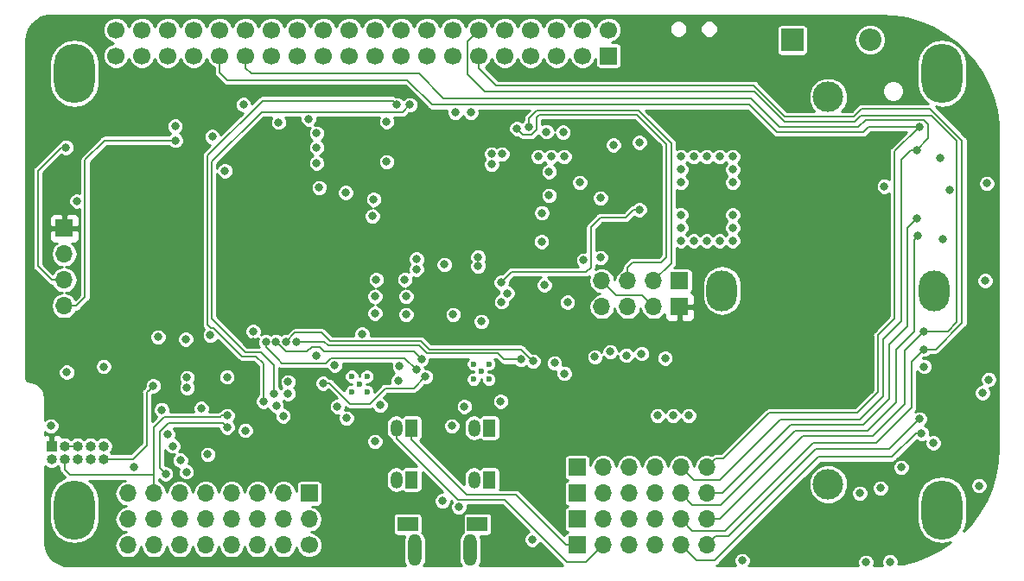
<source format=gbr>
G04 #@! TF.GenerationSoftware,KiCad,Pcbnew,(5.0.0)*
G04 #@! TF.CreationDate,2020-03-19T18:32:55-04:00*
G04 #@! TF.ProjectId,Temple_RPi_HAT,54656D706C655F5250695F4841542E6B,rev?*
G04 #@! TF.SameCoordinates,Original*
G04 #@! TF.FileFunction,Copper,L2,Inr,Signal*
G04 #@! TF.FilePolarity,Positive*
%FSLAX46Y46*%
G04 Gerber Fmt 4.6, Leading zero omitted, Abs format (unit mm)*
G04 Created by KiCad (PCBNEW (5.0.0)) date 03/19/20 18:32:55*
%MOMM*%
%LPD*%
G01*
G04 APERTURE LIST*
G04 #@! TA.AperFunction,ViaPad*
%ADD10O,1.700000X1.700000*%
G04 #@! TD*
G04 #@! TA.AperFunction,ViaPad*
%ADD11R,1.700000X1.700000*%
G04 #@! TD*
G04 #@! TA.AperFunction,ViaPad*
%ADD12C,1.700000*%
G04 #@! TD*
G04 #@! TA.AperFunction,ViaPad*
%ADD13C,0.600000*%
G04 #@! TD*
G04 #@! TA.AperFunction,ViaPad*
%ADD14R,1.200000X1.700000*%
G04 #@! TD*
G04 #@! TA.AperFunction,ViaPad*
%ADD15O,1.200000X1.700000*%
G04 #@! TD*
G04 #@! TA.AperFunction,WasherPad*
%ADD16O,4.000000X5.800000*%
G04 #@! TD*
G04 #@! TA.AperFunction,ViaPad*
%ADD17R,2.200000X2.200000*%
G04 #@! TD*
G04 #@! TA.AperFunction,ViaPad*
%ADD18O,2.200000X2.200000*%
G04 #@! TD*
G04 #@! TA.AperFunction,ViaPad*
%ADD19C,3.000000*%
G04 #@! TD*
G04 #@! TA.AperFunction,ViaPad*
%ADD20O,3.000000X4.000000*%
G04 #@! TD*
G04 #@! TA.AperFunction,ViaPad*
%ADD21O,1.300000X3.150000*%
G04 #@! TD*
G04 #@! TA.AperFunction,ViaPad*
%ADD22R,2.000000X1.400000*%
G04 #@! TD*
G04 #@! TA.AperFunction,ViaPad*
%ADD23R,1.000000X1.000000*%
G04 #@! TD*
G04 #@! TA.AperFunction,ViaPad*
%ADD24O,1.000000X1.000000*%
G04 #@! TD*
G04 #@! TA.AperFunction,ViaPad*
%ADD25C,0.800000*%
G04 #@! TD*
G04 #@! TA.AperFunction,Conductor*
%ADD26C,0.200000*%
G04 #@! TD*
G04 #@! TA.AperFunction,Conductor*
%ADD27C,0.254000*%
G04 #@! TD*
G04 APERTURE END LIST*
D10*
G04 #@! TO.N,SERVO_8*
G04 #@! TO.C,J3*
X80535000Y-172210000D03*
G04 #@! TO.N,SERVO_7*
X83075000Y-172210000D03*
G04 #@! TO.N,SERVO_6*
X85615000Y-172210000D03*
G04 #@! TO.N,SERVO_5*
X88155000Y-172210000D03*
G04 #@! TO.N,SERVO_4*
X90695000Y-172210000D03*
G04 #@! TO.N,SERVO_3*
X93235000Y-172210000D03*
G04 #@! TO.N,SERVO_2*
X95775000Y-172210000D03*
D11*
G04 #@! TO.N,SERVO_1*
X98315000Y-172210000D03*
D10*
G04 #@! TO.N,+5V*
X80535000Y-174750000D03*
X83075000Y-174750000D03*
X85615000Y-174750000D03*
X88155000Y-174750000D03*
X90695000Y-174750000D03*
X93235000Y-174750000D03*
X95775000Y-174750000D03*
X98315000Y-174750000D03*
D12*
G04 #@! TO.N,GND*
X98315000Y-177290000D03*
D10*
X95775000Y-177290000D03*
X93235000Y-177290000D03*
X90695000Y-177290000D03*
X88155000Y-177290000D03*
X85615000Y-177290000D03*
X83075000Y-177290000D03*
X80535000Y-177290000D03*
G04 #@! TD*
D13*
G04 #@! TO.N,GND*
G04 #@! TO.C,U10*
X103229000Y-161490500D03*
X102479000Y-162240500D03*
X102479000Y-160740500D03*
X103979000Y-162240500D03*
X103979000Y-160740500D03*
G04 #@! TD*
D14*
G04 #@! TO.N,MOTOR_OUT_POS1*
G04 #@! TO.C,M1*
X108361000Y-165797000D03*
D15*
G04 #@! TO.N,MOTOR_OUT_NEG1*
X106861000Y-165797000D03*
G04 #@! TD*
D14*
G04 #@! TO.N,MOTOR_OUT_POS2*
G04 #@! TO.C,M2*
X108361000Y-170877000D03*
D15*
G04 #@! TO.N,MOTOR_OUT_NEG2*
X106861000Y-170877000D03*
G04 #@! TD*
D11*
G04 #@! TO.N,+5V*
G04 #@! TO.C,J1*
X134606000Y-151382000D03*
D10*
G04 #@! TO.N,RX*
X132066000Y-151382000D03*
G04 #@! TO.N,TX*
X129526000Y-151382000D03*
G04 #@! TO.N,GND*
X126986000Y-151382000D03*
G04 #@! TD*
D16*
G04 #@! TO.N,*
G04 #@! TO.C,MK1*
X75320000Y-173830000D03*
X75320000Y-131030000D03*
X160320000Y-173830000D03*
X160320000Y-131030000D03*
G04 #@! TD*
D14*
G04 #@! TO.N,MOTOR_OUT_POS3*
G04 #@! TO.C,M3*
X115981000Y-165797000D03*
D15*
G04 #@! TO.N,MOTOR_OUT_NEG3*
X114481000Y-165797000D03*
G04 #@! TD*
D17*
G04 #@! TO.N,Net-(F1-Pad1)*
G04 #@! TO.C,SW1*
X145647000Y-127760000D03*
D18*
G04 #@! TO.N,GND*
X153267000Y-127760000D03*
G04 #@! TD*
D14*
G04 #@! TO.N,MOTOR_OUT_POS4*
G04 #@! TO.C,M4*
X115981000Y-170877000D03*
D15*
G04 #@! TO.N,MOTOR_OUT_NEG4*
X114481000Y-170877000D03*
G04 #@! TD*
D11*
G04 #@! TO.N,+3V3*
G04 #@! TO.C,J2*
X134606000Y-153922000D03*
D10*
G04 #@! TO.N,GND*
X132066000Y-153922000D03*
G04 #@! TO.N,SCL*
X129526000Y-153922000D03*
G04 #@! TO.N,SDA*
X126986000Y-153922000D03*
G04 #@! TD*
D11*
G04 #@! TO.N,MOTOR_OUT_POS1*
G04 #@! TO.C,J4*
X124565000Y-177290000D03*
D10*
G04 #@! TO.N,MOTOR_OUT_NEG1*
X127105000Y-177290000D03*
G04 #@! TO.N,GND*
X129645000Y-177290000D03*
G04 #@! TO.N,ENC_PWR*
X132185000Y-177290000D03*
G04 #@! TO.N,QEP_1A*
X134725000Y-177290000D03*
G04 #@! TO.N,QEP_1B*
X137265000Y-177290000D03*
G04 #@! TD*
D11*
G04 #@! TO.N,MOTOR_OUT_POS2*
G04 #@! TO.C,J5*
X124565000Y-174750000D03*
D10*
G04 #@! TO.N,MOTOR_OUT_NEG2*
X127105000Y-174750000D03*
G04 #@! TO.N,GND*
X129645000Y-174750000D03*
G04 #@! TO.N,ENC_PWR*
X132185000Y-174750000D03*
G04 #@! TO.N,QEP_2A*
X134725000Y-174750000D03*
G04 #@! TO.N,QEP_2B*
X137265000Y-174750000D03*
G04 #@! TD*
D11*
G04 #@! TO.N,MOTOR_OUT_POS3*
G04 #@! TO.C,J6*
X124565000Y-172210000D03*
D10*
G04 #@! TO.N,MOTOR_OUT_NEG3*
X127105000Y-172210000D03*
G04 #@! TO.N,GND*
X129645000Y-172210000D03*
G04 #@! TO.N,ENC_PWR*
X132185000Y-172210000D03*
G04 #@! TO.N,QEP_3A*
X134725000Y-172210000D03*
G04 #@! TO.N,QEP_3B*
X137265000Y-172210000D03*
G04 #@! TD*
D11*
G04 #@! TO.N,MOTOR_OUT_POS4*
G04 #@! TO.C,J7*
X124565000Y-169670000D03*
D10*
G04 #@! TO.N,MOTOR_OUT_NEG4*
X127105000Y-169670000D03*
G04 #@! TO.N,GND*
X129645000Y-169670000D03*
G04 #@! TO.N,ENC_PWR*
X132185000Y-169670000D03*
G04 #@! TO.N,QEP_4A*
X134725000Y-169670000D03*
G04 #@! TO.N,QEP_4B*
X137265000Y-169670000D03*
G04 #@! TD*
D11*
G04 #@! TO.N,+3V3*
G04 #@! TO.C,LCD1*
X74315000Y-146210000D03*
D10*
G04 #@! TO.N,GND*
X74315000Y-148750000D03*
G04 #@! TO.N,SCL*
X74315000Y-151290000D03*
G04 #@! TO.N,SDA*
X74315000Y-153830000D03*
G04 #@! TD*
D12*
G04 #@! TO.N,GND*
G04 #@! TO.C,rpi_Header1*
X104790000Y-126760000D03*
G04 #@! TO.N,N/C*
X107330000Y-126760000D03*
G04 #@! TO.N,QEP_1B*
X109870000Y-126760000D03*
G04 #@! TO.N,GND*
X112410000Y-126760000D03*
G04 #@! TO.N,QEP_2B*
X114950000Y-126760000D03*
G04 #@! TO.N,TX*
X117490000Y-126760000D03*
G04 #@! TO.N,RX*
X120030000Y-126760000D03*
G04 #@! TO.N,GND*
X122570000Y-126760000D03*
G04 #@! TO.N,+5V*
X125110000Y-126760000D03*
X127650000Y-126760000D03*
D11*
G04 #@! TO.N,PI_3.3V*
X127650000Y-129300000D03*
D12*
G04 #@! TO.N,SDA*
X125110000Y-129300000D03*
G04 #@! TO.N,SCL*
X122570000Y-129300000D03*
G04 #@! TO.N,N/C*
X120030000Y-129300000D03*
G04 #@! TO.N,GND*
X117490000Y-129300000D03*
G04 #@! TO.N,QEP_2A*
X114950000Y-129300000D03*
G04 #@! TO.N,QEP_3B*
X112410000Y-129300000D03*
G04 #@! TO.N,QEP_1A*
X109870000Y-129300000D03*
G04 #@! TO.N,PI_3.3V*
X107330000Y-129300000D03*
G04 #@! TO.N,N/C*
X104790000Y-129300000D03*
X102250000Y-129300000D03*
G04 #@! TO.N,Prog_LED0*
X102250000Y-126760000D03*
G04 #@! TO.N,N/C*
X99710000Y-129300000D03*
X99710000Y-126760000D03*
G04 #@! TO.N,GND*
X97170000Y-129300000D03*
G04 #@! TO.N,IR*
X97170000Y-126760000D03*
G04 #@! TO.N,N/C*
X94630000Y-129300000D03*
X94630000Y-126760000D03*
G04 #@! TO.N,QEP_4A*
X92090000Y-129300000D03*
G04 #@! TO.N,GND*
X92090000Y-126760000D03*
G04 #@! TO.N,QEP_4B*
X89550000Y-129300000D03*
G04 #@! TO.N,MOTOR_EN*
X89550000Y-126760000D03*
G04 #@! TO.N,N/C*
X87010000Y-129300000D03*
G04 #@! TO.N,GND*
X87010000Y-126760000D03*
G04 #@! TO.N,N/C*
X84470000Y-129300000D03*
X84470000Y-126760000D03*
G04 #@! TO.N,QEP_3A*
X81930000Y-129300000D03*
G04 #@! TO.N,N/C*
X81930000Y-126760000D03*
G04 #@! TO.N,GND*
X79390000Y-129300000D03*
G04 #@! TO.N,N/C*
X79390000Y-126760000D03*
G04 #@! TD*
D13*
G04 #@! TO.N,GND*
G04 #@! TO.C,U9*
X115167000Y-160272000D03*
X114417000Y-161022000D03*
X114417000Y-159522000D03*
X115917000Y-161022000D03*
X115917000Y-159522000D03*
G04 #@! TD*
D19*
G04 #@! TO.N,Net-(BH1-Pad2)*
G04 #@! TO.C,BH1*
X149165000Y-171315000D03*
G04 #@! TO.N,+BATT*
X149165000Y-133345000D03*
D20*
G04 #@! TO.N,*
X159565000Y-152330000D03*
X138765000Y-152330000D03*
G04 #@! TD*
D21*
G04 #@! TO.N,N/C*
G04 #@! TO.C,J8*
X114101000Y-177802000D03*
D22*
X114801000Y-175252000D03*
X107951000Y-175252000D03*
D21*
X108651000Y-177802000D03*
G04 #@! TD*
D23*
G04 #@! TO.N,+3V3*
G04 #@! TO.C,J9*
X73065000Y-167580000D03*
D24*
G04 #@! TO.N,SERVO_8*
X73065000Y-168850000D03*
G04 #@! TO.N,GND*
X74335000Y-167580000D03*
G04 #@! TO.N,SERVO_7*
X74335000Y-168850000D03*
G04 #@! TO.N,GND*
X75605000Y-167580000D03*
G04 #@! TO.N,N/C*
X75605000Y-168850000D03*
X76875000Y-167580000D03*
X76875000Y-168850000D03*
G04 #@! TO.N,GND*
X78145000Y-167580000D03*
G04 #@! TO.N,ARM_RST*
X78145000Y-168850000D03*
G04 #@! TD*
D25*
G04 #@! TO.N,GND*
X101890000Y-142730000D03*
X90265000Y-160805000D03*
X111565000Y-149780000D03*
X126851000Y-149096000D03*
X121085200Y-147521200D03*
X121110600Y-144701800D03*
X123617580Y-153474960D03*
X134725000Y-141730000D03*
X134725000Y-140460000D03*
X134725000Y-139190000D03*
X135995000Y-139190000D03*
X137265000Y-139190000D03*
X138535000Y-139190000D03*
X139805000Y-139190000D03*
X139805000Y-140460000D03*
X139805000Y-141730000D03*
X114865000Y-149930000D03*
X114865000Y-149030000D03*
X130661000Y-137793000D03*
X112976000Y-173557000D03*
X88370000Y-168400000D03*
X101959000Y-164844000D03*
X105261000Y-163574000D03*
X92815000Y-156330000D03*
X113516000Y-163701000D03*
X117072000Y-163193000D03*
X154676700Y-142098300D03*
X164290600Y-162354800D03*
X163935000Y-171460700D03*
X164900200Y-161046700D03*
X164544600Y-151356600D03*
X164709700Y-141818900D03*
X78171900Y-159773100D03*
X92065000Y-166055000D03*
X83515000Y-156880000D03*
X75565000Y-143555000D03*
X120165000Y-176730000D03*
X140740000Y-178805000D03*
X73003000Y-165606000D03*
X81131000Y-169670000D03*
G04 #@! TO.N,+5V*
X117165000Y-153430000D03*
X117715000Y-152580000D03*
X117115000Y-151530000D03*
X112415000Y-154680000D03*
X104880000Y-151255000D03*
X107674000Y-151255000D03*
X107801000Y-154684000D03*
X104753000Y-154557000D03*
X104753000Y-152906000D03*
X107801000Y-152906000D03*
X104499000Y-145032000D03*
X105896000Y-135761000D03*
X130661000Y-144397000D03*
X126315000Y-158830000D03*
X74565000Y-160330000D03*
G04 #@! TO.N,+3V3*
X89068500Y-169289000D03*
X92815000Y-157330000D03*
X111230000Y-163828000D03*
X156315000Y-171702000D03*
X138938400Y-130071400D03*
X76774900Y-155077700D03*
X124815000Y-158830000D03*
X112565000Y-136830000D03*
X87340000Y-158080000D03*
G04 #@! TO.N,QEP_1A*
X158315000Y-166316810D03*
X93831000Y-163193000D03*
X106912000Y-134110000D03*
G04 #@! TO.N,QEP_1B*
X158115000Y-164930000D03*
X94847000Y-162431000D03*
X108182000Y-134110000D03*
G04 #@! TO.N,SCL*
X86352491Y-161868797D03*
X74488900Y-138288300D03*
X85190000Y-136205000D03*
X121565000Y-136755000D03*
G04 #@! TO.N,SDA*
X86338000Y-160868900D03*
X85215000Y-137605000D03*
X123190000Y-136805000D03*
G04 #@! TO.N,Prog_LED0*
X130890000Y-158505000D03*
X98265000Y-135510001D03*
G04 #@! TO.N,QEP_3A*
X157966000Y-146937000D03*
X88624000Y-156716000D03*
G04 #@! TO.N,QEP_3B*
X157839000Y-145286000D03*
X86211000Y-157097000D03*
G04 #@! TO.N,SERVO_1*
X83860000Y-164018500D03*
G04 #@! TO.N,QEP_2A*
X158565000Y-158080000D03*
X96244000Y-162431000D03*
X114151000Y-134872000D03*
G04 #@! TO.N,QEP_2B*
X158565000Y-156330000D03*
X96244000Y-161288000D03*
X112627000Y-134872000D03*
G04 #@! TO.N,SERVO_5*
X86273000Y-170114500D03*
G04 #@! TO.N,SERVO_4*
X85701500Y-168971500D03*
G04 #@! TO.N,SERVO_3*
X84937999Y-167574500D03*
G04 #@! TO.N,SERVO_2*
X84431500Y-166431500D03*
G04 #@! TO.N,TX*
X118665000Y-136430000D03*
G04 #@! TO.N,RX*
X119865000Y-136245011D03*
G04 #@! TO.N,SERVO_7*
X90275000Y-164590000D03*
G04 #@! TO.N,+BATT*
X126851000Y-143254000D03*
X121821800Y-143000000D03*
X121821800Y-140663200D03*
X135995000Y-147445000D03*
X137265000Y-147445000D03*
X138535000Y-147445000D03*
X139805000Y-147445000D03*
X139805000Y-146175000D03*
X139805000Y-144905000D03*
X134725000Y-147445000D03*
X134725000Y-146175000D03*
X134725000Y-144905000D03*
X120755000Y-139190000D03*
X122025000Y-139190000D03*
X123295000Y-139190000D03*
X116183000Y-138936000D03*
X116183000Y-139952000D03*
X117199000Y-138936000D03*
X108825000Y-149231000D03*
X133190000Y-158955000D03*
G04 #@! TO.N,CHG*
X124819000Y-141730000D03*
X152860600Y-178979100D03*
X122340000Y-159430000D03*
G04 #@! TO.N,PG*
X125200000Y-149350000D03*
X155222800Y-178928300D03*
X123315000Y-160455000D03*
G04 #@! TO.N,+10V*
X105896000Y-139698000D03*
X99038000Y-139825000D03*
X99038000Y-138301000D03*
X99038000Y-136904000D03*
X103483000Y-156589000D03*
X115183000Y-155361049D03*
X127815000Y-158330000D03*
G04 #@! TO.N,Net-(D2-Pad2)*
X152251000Y-172210000D03*
X132439000Y-164590000D03*
G04 #@! TO.N,Net-(D3-Pad2)*
X154283000Y-171702000D03*
X133963000Y-164590000D03*
G04 #@! TO.N,BATTERY_ENABLE*
X108817000Y-150239000D03*
X128121000Y-138047000D03*
X129390000Y-158680000D03*
G04 #@! TO.N,MOTOR2_POS*
X100816000Y-159637000D03*
X107039000Y-161161000D03*
G04 #@! TO.N,MOTOR2_NEG*
X107166000Y-159764000D03*
X99038000Y-158748000D03*
G04 #@! TO.N,MOTOR3_POS*
X94065000Y-157330000D03*
X108815000Y-160080000D03*
G04 #@! TO.N,MOTOR3_NEG*
X95065000Y-157330000D03*
X109315000Y-159080000D03*
G04 #@! TO.N,MOTOR_OUT_POS1*
X101070000Y-163701000D03*
G04 #@! TO.N,MOTOR_OUT_NEG1*
X104753000Y-167130000D03*
G04 #@! TO.N,MOTOR4_POS*
X96065000Y-157330000D03*
X120247000Y-159256000D03*
G04 #@! TO.N,MOTOR4_NEG*
X97065000Y-157330000D03*
X119065000Y-159080000D03*
G04 #@! TO.N,MOTOR_OUT_POS3*
X112290000Y-165605000D03*
G04 #@! TO.N,ENC_PWR*
X160391700Y-147318000D03*
X161076000Y-142415800D03*
X160137700Y-139291600D03*
X159477300Y-167282400D03*
X158575600Y-159776700D03*
G04 #@! TO.N,Net-(D1-Pad1)*
X156315000Y-169670000D03*
X135487000Y-164590000D03*
G04 #@! TO.N,QEP_4B*
X158093000Y-136269000D03*
X95090000Y-163605000D03*
X88815000Y-137230000D03*
G04 #@! TO.N,QEP_4A*
X157839000Y-138555000D03*
X95765000Y-164630000D03*
X91865000Y-134080000D03*
G04 #@! TO.N,Net-(R30-Pad1)*
X99292000Y-142238000D03*
X104626000Y-143381000D03*
G04 #@! TO.N,MOTOR_EN*
X99673000Y-161415000D03*
X109706000Y-160780000D03*
X90065000Y-140580000D03*
G04 #@! TO.N,SERVO_8*
X90275000Y-165733000D03*
X84242500Y-170305000D03*
G04 #@! TO.N,V_CHARGE*
X121356980Y-151785860D03*
X111376000Y-172957000D03*
G04 #@! TO.N,IR*
X95315000Y-135830000D03*
G04 #@! TO.N,ARM_RST*
X87735000Y-163891500D03*
X83036000Y-161669000D03*
G04 #@! TD*
D26*
G04 #@! TO.N,GND*
X74335000Y-167580000D02*
X75605000Y-167580000D01*
X131216001Y-153072001D02*
X132066000Y-153922000D01*
X130915999Y-152771999D02*
X131216001Y-153072001D01*
X128375999Y-152771999D02*
X130915999Y-152771999D01*
X126986000Y-151382000D02*
X128375999Y-152771999D01*
G04 #@! TO.N,+5V*
X125454000Y-150493000D02*
X118152000Y-150493000D01*
X130095315Y-144397000D02*
X129333315Y-145159000D01*
X130661000Y-144397000D02*
X130095315Y-144397000D01*
X129333315Y-145159000D02*
X126851000Y-145159000D01*
X126851000Y-145159000D02*
X125900001Y-146109999D01*
X125900001Y-146109999D02*
X125900001Y-150046999D01*
X118152000Y-150493000D02*
X117115000Y-151530000D01*
X125900001Y-150046999D02*
X125454000Y-150493000D01*
G04 #@! TO.N,QEP_1A*
X135574999Y-178139999D02*
X134725000Y-177290000D01*
X158315000Y-166316810D02*
X157749315Y-166316810D01*
X157749315Y-166316810D02*
X155412125Y-168654000D01*
X155412125Y-168654000D02*
X148232998Y-168654000D01*
X148232998Y-168654000D02*
X138072998Y-178814000D01*
X138072998Y-178814000D02*
X136249000Y-178814000D01*
X136249000Y-178814000D02*
X135574999Y-178139999D01*
X106512001Y-133710001D02*
X93722999Y-133710001D01*
X106912000Y-134110000D02*
X106512001Y-133710001D01*
X88350990Y-139082010D02*
X88350990Y-155680990D01*
X93722999Y-133710001D02*
X88350990Y-139082010D01*
X88685999Y-156015999D02*
X88939999Y-156015999D01*
X88350990Y-155680990D02*
X88685999Y-156015999D01*
X91691010Y-158767010D02*
X93088010Y-158767010D01*
X88939999Y-156015999D02*
X91691010Y-158767010D01*
X93831000Y-159510000D02*
X93831000Y-163193000D01*
X93088010Y-158767010D02*
X93831000Y-159510000D01*
G04 #@! TO.N,QEP_1B*
X138114999Y-176440001D02*
X139384999Y-176440001D01*
X137265000Y-177290000D02*
X138114999Y-176440001D01*
X139384999Y-176440001D02*
X147933000Y-167892000D01*
X157715001Y-165329999D02*
X158115000Y-164930000D01*
X155153000Y-167892000D02*
X157715001Y-165329999D01*
X147933000Y-167892000D02*
X155153000Y-167892000D01*
X94847000Y-159637000D02*
X94847000Y-161865315D01*
X93577000Y-158367000D02*
X94847000Y-159637000D01*
X108182000Y-134110000D02*
X107481999Y-134810001D01*
X94847000Y-161865315D02*
X94847000Y-162431000D01*
X93638999Y-134810001D02*
X88751000Y-139698000D01*
X88751000Y-139698000D02*
X88751000Y-155065000D01*
X107481999Y-134810001D02*
X93638999Y-134810001D01*
X88751000Y-155065000D02*
X92053000Y-158367000D01*
X92053000Y-158367000D02*
X93577000Y-158367000D01*
G04 #@! TO.N,SCL*
X73112919Y-151290000D02*
X71745700Y-149922781D01*
X74315000Y-151290000D02*
X73112919Y-151290000D01*
X71745700Y-149922781D02*
X71745700Y-140587000D01*
X71745700Y-140587000D02*
X74044400Y-138288300D01*
X74044400Y-138288300D02*
X74488900Y-138288300D01*
G04 #@! TO.N,SDA*
X75517081Y-153830000D02*
X76365000Y-152982081D01*
X74315000Y-153830000D02*
X75517081Y-153830000D01*
X76365000Y-152982081D02*
X76365000Y-139505000D01*
X78265000Y-137605000D02*
X85215000Y-137605000D01*
X76365000Y-139505000D02*
X78265000Y-137605000D01*
G04 #@! TO.N,QEP_3A*
X138654999Y-173360001D02*
X135875001Y-173360001D01*
X145901000Y-166114000D02*
X138654999Y-173360001D01*
X157566001Y-147336999D02*
X157566001Y-156353999D01*
X157966000Y-146937000D02*
X157566001Y-147336999D01*
X157566001Y-156353999D02*
X155807000Y-158113000D01*
X135875001Y-173360001D02*
X134725000Y-172210000D01*
X155807000Y-158113000D02*
X155807000Y-163320000D01*
X155807000Y-163320000D02*
X153013000Y-166114000D01*
X153013000Y-166114000D02*
X145901000Y-166114000D01*
G04 #@! TO.N,QEP_3B*
X156950000Y-146175000D02*
X157839000Y-145286000D01*
X156950000Y-155827000D02*
X156950000Y-146175000D01*
X137265000Y-172210000D02*
X138789000Y-172210000D01*
X152632000Y-165479000D02*
X155172000Y-162939000D01*
X138789000Y-172210000D02*
X145520000Y-165479000D01*
X155172000Y-162939000D02*
X155172000Y-157605000D01*
X145520000Y-165479000D02*
X152632000Y-165479000D01*
X155172000Y-157605000D02*
X156950000Y-155827000D01*
G04 #@! TO.N,QEP_2A*
X135875001Y-175900001D02*
X139035999Y-175900001D01*
X134725000Y-174750000D02*
X135875001Y-175900001D01*
X139035999Y-175900001D02*
X147679000Y-167257000D01*
X147679000Y-167257000D02*
X153902000Y-167257000D01*
X153902000Y-167257000D02*
X157331000Y-163828000D01*
X157331000Y-159314000D02*
X158565000Y-158080000D01*
X157331000Y-163828000D02*
X157331000Y-159314000D01*
X114950000Y-130502081D02*
X116652919Y-132205000D01*
X114950000Y-129300000D02*
X114950000Y-130502081D01*
X141894699Y-132205000D02*
X144942699Y-135253000D01*
X116652919Y-132205000D02*
X141894699Y-132205000D01*
X151685302Y-135253000D02*
X152447302Y-134491000D01*
X144942699Y-135253000D02*
X151685302Y-135253000D01*
X159166698Y-134491000D02*
X162284000Y-137608302D01*
X152447302Y-134491000D02*
X159166698Y-134491000D01*
X159130685Y-158080000D02*
X158565000Y-158080000D01*
X159707698Y-158080000D02*
X159130685Y-158080000D01*
X162284000Y-155503698D02*
X159707698Y-158080000D01*
X162284000Y-137608302D02*
X162284000Y-155503698D01*
G04 #@! TO.N,QEP_2B*
X158565000Y-156330000D02*
X156696000Y-158199000D01*
X156696000Y-158199000D02*
X156696000Y-163447000D01*
X156696000Y-163447000D02*
X153521000Y-166622000D01*
X153521000Y-166622000D02*
X146663000Y-166622000D01*
X138535000Y-174750000D02*
X137265000Y-174750000D01*
X146663000Y-166622000D02*
X138535000Y-174750000D01*
X113799999Y-127910001D02*
X114950000Y-126760000D01*
X144885000Y-135761000D02*
X141964000Y-132840000D01*
X115548000Y-132840000D02*
X113799999Y-131091999D01*
X151743000Y-135761000D02*
X144885000Y-135761000D01*
X113799999Y-131091999D02*
X113799999Y-127910001D01*
X141964000Y-132840000D02*
X115548000Y-132840000D01*
X158565000Y-156330000D02*
X160892000Y-156330000D01*
X161776000Y-155446000D02*
X161776000Y-137666000D01*
X161776000Y-137666000D02*
X159278989Y-135168989D01*
X159278989Y-135168989D02*
X152335011Y-135168989D01*
X160892000Y-156330000D02*
X161776000Y-155446000D01*
X152335011Y-135168989D02*
X151743000Y-135761000D01*
G04 #@! TO.N,TX*
X118665000Y-136430000D02*
X119265000Y-137030000D01*
X120116013Y-137030000D02*
X120615000Y-136531013D01*
X119265000Y-137030000D02*
X120116013Y-137030000D01*
X120615000Y-136531013D02*
X120615000Y-135305000D01*
X120615000Y-135305000D02*
X120840000Y-135080000D01*
X130424302Y-135080000D02*
X133290000Y-137945698D01*
X120840000Y-135080000D02*
X130424302Y-135080000D01*
X133290000Y-137945698D02*
X133290000Y-149030000D01*
X133290000Y-149030000D02*
X132765000Y-149555000D01*
X132765000Y-149555000D02*
X130040000Y-149555000D01*
X129526000Y-150069000D02*
X129526000Y-151382000D01*
X130040000Y-149555000D02*
X129526000Y-150069000D01*
G04 #@! TO.N,RX*
X132066000Y-151382000D02*
X133790000Y-149658000D01*
X133790000Y-149658000D02*
X133790000Y-137880000D01*
X133790000Y-137880000D02*
X130565000Y-134655000D01*
X130565000Y-134655000D02*
X120615000Y-134655000D01*
X120615000Y-134655000D02*
X119865000Y-135405000D01*
X119865000Y-135405000D02*
X119865000Y-136245011D01*
G04 #@! TO.N,SERVO_7*
X89709315Y-164590000D02*
X89582315Y-164717000D01*
X90275000Y-164590000D02*
X89709315Y-164590000D01*
X89582315Y-164717000D02*
X84115500Y-164717000D01*
X84115500Y-164717000D02*
X83075000Y-165757500D01*
X74335000Y-168850000D02*
X74335000Y-169859000D01*
X74908000Y-170432000D02*
X83075000Y-170432000D01*
X74335000Y-169859000D02*
X74908000Y-170432000D01*
X83075000Y-165757500D02*
X83075000Y-170432000D01*
X83075000Y-170432000D02*
X83075000Y-172210000D01*
G04 #@! TO.N,MOTOR3_POS*
X94065000Y-157895685D02*
X95249315Y-159080000D01*
X94065000Y-157330000D02*
X94065000Y-157895685D01*
X95617316Y-159448001D02*
X98701999Y-159448001D01*
X95249315Y-159080000D02*
X95617316Y-159448001D01*
X98701999Y-159448001D02*
X99946999Y-159448001D01*
X100458001Y-158936999D02*
X107671999Y-158936999D01*
X99946999Y-159448001D02*
X100458001Y-158936999D01*
X107671999Y-158936999D02*
X108815000Y-160080000D01*
G04 #@! TO.N,MOTOR3_NEG*
X109315000Y-159080000D02*
X108565000Y-158330000D01*
X108565000Y-158330000D02*
X99815000Y-158330000D01*
X99815000Y-158330000D02*
X99315000Y-157830000D01*
X99315000Y-157830000D02*
X98565000Y-157830000D01*
X98565000Y-157830000D02*
X98065000Y-158330000D01*
X95464999Y-157729999D02*
X95065000Y-157330000D01*
X96065000Y-158330000D02*
X95464999Y-157729999D01*
X98065000Y-158330000D02*
X96065000Y-158330000D01*
G04 #@! TO.N,MOTOR_OUT_POS1*
X108361000Y-166847000D02*
X108361000Y-165797000D01*
X108361000Y-166928000D02*
X108361000Y-166847000D01*
X113770000Y-172337000D02*
X108361000Y-166928000D01*
X118562000Y-172337000D02*
X113770000Y-172337000D01*
X123515000Y-177290000D02*
X118562000Y-172337000D01*
X124565000Y-177290000D02*
X123515000Y-177290000D01*
G04 #@! TO.N,MOTOR_OUT_NEG1*
X126255001Y-178139999D02*
X127105000Y-177290000D01*
X106861000Y-165797000D02*
X106861000Y-166847000D01*
X106861000Y-166847000D02*
X112870999Y-172856999D01*
X112870999Y-172856999D02*
X117464999Y-172856999D01*
X117464999Y-172856999D02*
X123549000Y-178941000D01*
X123549000Y-178941000D02*
X125454000Y-178941000D01*
X125454000Y-178941000D02*
X126255001Y-178139999D01*
G04 #@! TO.N,MOTOR4_POS*
X119847001Y-158856001D02*
X120247000Y-159256000D01*
X119084990Y-158093990D02*
X119847001Y-158856001D01*
X96065000Y-157330000D02*
X96933000Y-156462000D01*
X100373001Y-157289001D02*
X109263001Y-157289001D01*
X96933000Y-156462000D02*
X99546000Y-156462000D01*
X99546000Y-156462000D02*
X100373001Y-157289001D01*
X109263001Y-157289001D02*
X110067990Y-158093990D01*
X110067990Y-158093990D02*
X119084990Y-158093990D01*
G04 #@! TO.N,MOTOR4_NEG*
X119065000Y-159080000D02*
X117404000Y-159080000D01*
X117404000Y-159080000D02*
X116818000Y-158494000D01*
X116818000Y-158494000D02*
X109833000Y-158494000D01*
X109833000Y-158494000D02*
X109071000Y-157732000D01*
X109071000Y-157732000D02*
X100181000Y-157732000D01*
X99779000Y-157330000D02*
X97065000Y-157330000D01*
X100181000Y-157732000D02*
X99779000Y-157330000D01*
G04 #@! TO.N,QEP_4B*
X155680000Y-138682000D02*
X158093000Y-136269000D01*
X155680000Y-155065000D02*
X155680000Y-138682000D01*
X137265000Y-169670000D02*
X138114999Y-168820001D01*
X138876999Y-168820001D02*
X143361000Y-164336000D01*
X138114999Y-168820001D02*
X138876999Y-168820001D01*
X143361000Y-164336000D02*
X151997000Y-164336000D01*
X151997000Y-164336000D02*
X154029000Y-162304000D01*
X154029000Y-156716000D02*
X155680000Y-155065000D01*
X154029000Y-162304000D02*
X154029000Y-156716000D01*
X89550000Y-130972000D02*
X89550000Y-129300000D01*
X90275000Y-131697000D02*
X89550000Y-130972000D01*
X107928000Y-131697000D02*
X90275000Y-131697000D01*
X158093000Y-136269000D02*
X153140000Y-136269000D01*
X153140000Y-136269000D02*
X152632000Y-136777000D01*
X152632000Y-136777000D02*
X144123000Y-136777000D01*
X144123000Y-136777000D02*
X141456000Y-134110000D01*
X141456000Y-134110000D02*
X110341000Y-134110000D01*
X110341000Y-134110000D02*
X107928000Y-131697000D01*
G04 #@! TO.N,QEP_4A*
X157273315Y-138555000D02*
X156315000Y-139513315D01*
X157839000Y-138555000D02*
X157273315Y-138555000D01*
X156315000Y-139513315D02*
X156315000Y-155319000D01*
X156315000Y-155319000D02*
X154537000Y-157097000D01*
X154537000Y-157097000D02*
X154537000Y-162685000D01*
X154537000Y-162685000D02*
X152251000Y-164971000D01*
X152251000Y-164971000D02*
X144504000Y-164971000D01*
X144504000Y-164971000D02*
X138535000Y-170940000D01*
X135995000Y-170940000D02*
X134725000Y-169670000D01*
X138535000Y-170940000D02*
X135995000Y-170940000D01*
X158982000Y-137412000D02*
X157839000Y-138555000D01*
X152824001Y-135568999D02*
X158535999Y-135568999D01*
X92090000Y-129300000D02*
X92090000Y-130502081D01*
X144377000Y-136269000D02*
X152124000Y-136269000D01*
X92090000Y-130502081D02*
X92649919Y-131062000D01*
X92649919Y-131062000D02*
X109071000Y-131062000D01*
X158982000Y-136015000D02*
X158982000Y-137412000D01*
X109071000Y-131062000D02*
X111484000Y-133475000D01*
X158535999Y-135568999D02*
X158982000Y-136015000D01*
X111484000Y-133475000D02*
X141583000Y-133475000D01*
X152124000Y-136269000D02*
X152824001Y-135568999D01*
X141583000Y-133475000D02*
X144377000Y-136269000D01*
G04 #@! TO.N,MOTOR_EN*
X99673000Y-161415000D02*
X100308000Y-161415000D01*
X100308000Y-161415000D02*
X102340000Y-163447000D01*
X102340000Y-163447000D02*
X104245000Y-163447000D01*
X104245000Y-163447000D02*
X105769000Y-161923000D01*
X105769000Y-161923000D02*
X108563000Y-161923000D01*
X108563000Y-161923000D02*
X109706000Y-160780000D01*
G04 #@! TO.N,SERVO_8*
X84493997Y-165333001D02*
X83671000Y-166155998D01*
X90275000Y-165733000D02*
X89875001Y-165333001D01*
X89875001Y-165333001D02*
X84493997Y-165333001D01*
X83671000Y-166155998D02*
X83671000Y-169733500D01*
X83671000Y-169733500D02*
X84242500Y-170305000D01*
G04 #@! TO.N,ARM_RST*
X78145000Y-168850000D02*
X81062000Y-168850000D01*
X81062000Y-168850000D02*
X82401000Y-167511000D01*
X82636001Y-162068999D02*
X83036000Y-161669000D01*
X82401000Y-162304000D02*
X82636001Y-162068999D01*
X82401000Y-167511000D02*
X82401000Y-162304000D01*
G04 #@! TD*
D27*
G04 #@! TO.N,+3V3*
G36*
X155641455Y-125409029D02*
X156945391Y-125636602D01*
X158214526Y-126012537D01*
X159432049Y-126531856D01*
X160581802Y-127187663D01*
X161648568Y-127971280D01*
X162618199Y-128872317D01*
X163477839Y-129878826D01*
X164216093Y-130977464D01*
X164823183Y-132153679D01*
X165291059Y-133391878D01*
X165613521Y-134675651D01*
X165786978Y-135993190D01*
X165818000Y-136839204D01*
X165818001Y-167670690D01*
X165803949Y-167723131D01*
X165795086Y-167783153D01*
X165793874Y-167799664D01*
X165716096Y-169148568D01*
X165489018Y-170449673D01*
X165113902Y-171716042D01*
X164595715Y-172930913D01*
X163941331Y-174078170D01*
X163159425Y-175142607D01*
X162461115Y-175894077D01*
X162606183Y-175676968D01*
X162747000Y-174969033D01*
X162747000Y-172690966D01*
X162606183Y-171983032D01*
X162147257Y-171296199D01*
X163108000Y-171296199D01*
X163108000Y-171625201D01*
X163233903Y-171929158D01*
X163466542Y-172161797D01*
X163770499Y-172287700D01*
X164099501Y-172287700D01*
X164403458Y-172161797D01*
X164636097Y-171929158D01*
X164762000Y-171625201D01*
X164762000Y-171296199D01*
X164636097Y-170992242D01*
X164403458Y-170759603D01*
X164099501Y-170633700D01*
X163770499Y-170633700D01*
X163466542Y-170759603D01*
X163233903Y-170992242D01*
X163108000Y-171296199D01*
X162147257Y-171296199D01*
X162069769Y-171180231D01*
X161266967Y-170643817D01*
X160320000Y-170455453D01*
X159373032Y-170643817D01*
X158570231Y-171180231D01*
X158033817Y-171983033D01*
X157893000Y-172690967D01*
X157893000Y-174969034D01*
X158033817Y-175676968D01*
X158570232Y-176479769D01*
X159373033Y-177016183D01*
X160320000Y-177204547D01*
X161149354Y-177039578D01*
X160159789Y-177704538D01*
X158986136Y-178310306D01*
X157750638Y-178777163D01*
X156469656Y-179098923D01*
X156022902Y-179157739D01*
X156049800Y-179092801D01*
X156049800Y-178763799D01*
X155923897Y-178459842D01*
X155691258Y-178227203D01*
X155387301Y-178101300D01*
X155058299Y-178101300D01*
X154754342Y-178227203D01*
X154521703Y-178459842D01*
X154395800Y-178763799D01*
X154395800Y-179092801D01*
X154480286Y-179296769D01*
X154300689Y-179303354D01*
X154240286Y-179309064D01*
X154180939Y-179321678D01*
X154162153Y-179328000D01*
X153611220Y-179328000D01*
X153687600Y-179143601D01*
X153687600Y-178814599D01*
X153561697Y-178510642D01*
X153329058Y-178278003D01*
X153025101Y-178152100D01*
X152696099Y-178152100D01*
X152392142Y-178278003D01*
X152159503Y-178510642D01*
X152033600Y-178814599D01*
X152033600Y-179143601D01*
X152109980Y-179328000D01*
X141386555Y-179328000D01*
X141441097Y-179273458D01*
X141567000Y-178969501D01*
X141567000Y-178640499D01*
X141441097Y-178336542D01*
X141208458Y-178103903D01*
X140904501Y-177978000D01*
X140575499Y-177978000D01*
X140271542Y-178103903D01*
X140038903Y-178336542D01*
X139913000Y-178640499D01*
X139913000Y-178969501D01*
X140038903Y-179273458D01*
X140093445Y-179328000D01*
X138190257Y-179328000D01*
X138278623Y-179310423D01*
X138452943Y-179193945D01*
X138482343Y-179149945D01*
X146700592Y-170931696D01*
X147238000Y-170931696D01*
X147238000Y-171698304D01*
X147531368Y-172406558D01*
X148073442Y-172948632D01*
X148781696Y-173242000D01*
X149548304Y-173242000D01*
X150256558Y-172948632D01*
X150798632Y-172406558D01*
X150948187Y-172045499D01*
X151424000Y-172045499D01*
X151424000Y-172374501D01*
X151549903Y-172678458D01*
X151782542Y-172911097D01*
X152086499Y-173037000D01*
X152415501Y-173037000D01*
X152719458Y-172911097D01*
X152952097Y-172678458D01*
X153078000Y-172374501D01*
X153078000Y-172045499D01*
X152952097Y-171741542D01*
X152748054Y-171537499D01*
X153456000Y-171537499D01*
X153456000Y-171866501D01*
X153581903Y-172170458D01*
X153814542Y-172403097D01*
X154118499Y-172529000D01*
X154447501Y-172529000D01*
X154751458Y-172403097D01*
X154984097Y-172170458D01*
X155110000Y-171866501D01*
X155110000Y-171537499D01*
X154984097Y-171233542D01*
X154751458Y-171000903D01*
X154447501Y-170875000D01*
X154118499Y-170875000D01*
X153814542Y-171000903D01*
X153581903Y-171233542D01*
X153456000Y-171537499D01*
X152748054Y-171537499D01*
X152719458Y-171508903D01*
X152415501Y-171383000D01*
X152086499Y-171383000D01*
X151782542Y-171508903D01*
X151549903Y-171741542D01*
X151424000Y-172045499D01*
X150948187Y-172045499D01*
X151092000Y-171698304D01*
X151092000Y-170931696D01*
X150798632Y-170223442D01*
X150256558Y-169681368D01*
X149548304Y-169388000D01*
X148781696Y-169388000D01*
X148073442Y-169681368D01*
X147531368Y-170223442D01*
X147238000Y-170931696D01*
X146700592Y-170931696D01*
X148451289Y-169181000D01*
X155360227Y-169181000D01*
X155412125Y-169191323D01*
X155464023Y-169181000D01*
X155464028Y-169181000D01*
X155617750Y-169150423D01*
X155760215Y-169055230D01*
X155613903Y-169201542D01*
X155488000Y-169505499D01*
X155488000Y-169834501D01*
X155613903Y-170138458D01*
X155846542Y-170371097D01*
X156150499Y-170497000D01*
X156479501Y-170497000D01*
X156783458Y-170371097D01*
X157016097Y-170138458D01*
X157142000Y-169834501D01*
X157142000Y-169505499D01*
X157016097Y-169201542D01*
X156783458Y-168968903D01*
X156479501Y-168843000D01*
X156150499Y-168843000D01*
X155846542Y-168968903D01*
X155813355Y-169002090D01*
X155821470Y-168989945D01*
X157820025Y-166991390D01*
X157846542Y-167017907D01*
X158150499Y-167143810D01*
X158479501Y-167143810D01*
X158672718Y-167063777D01*
X158650300Y-167117899D01*
X158650300Y-167446901D01*
X158776203Y-167750858D01*
X159008842Y-167983497D01*
X159312799Y-168109400D01*
X159641801Y-168109400D01*
X159945758Y-167983497D01*
X160178397Y-167750858D01*
X160304300Y-167446901D01*
X160304300Y-167117899D01*
X160178397Y-166813942D01*
X159945758Y-166581303D01*
X159641801Y-166455400D01*
X159312799Y-166455400D01*
X159119582Y-166535433D01*
X159142000Y-166481311D01*
X159142000Y-166152309D01*
X159016097Y-165848352D01*
X158783458Y-165615713D01*
X158652915Y-165561640D01*
X158816097Y-165398458D01*
X158942000Y-165094501D01*
X158942000Y-164765499D01*
X158816097Y-164461542D01*
X158583458Y-164228903D01*
X158279501Y-164103000D01*
X157950499Y-164103000D01*
X157716228Y-164200038D01*
X157740343Y-164163948D01*
X157740346Y-164163945D01*
X157827422Y-164033626D01*
X157827423Y-164033625D01*
X157858000Y-163879903D01*
X157858000Y-163879899D01*
X157868323Y-163828001D01*
X157858000Y-163776103D01*
X157858000Y-162190299D01*
X163463600Y-162190299D01*
X163463600Y-162519301D01*
X163589503Y-162823258D01*
X163822142Y-163055897D01*
X164126099Y-163181800D01*
X164455101Y-163181800D01*
X164759058Y-163055897D01*
X164991697Y-162823258D01*
X165117600Y-162519301D01*
X165117600Y-162190299D01*
X164991697Y-161886342D01*
X164979055Y-161873700D01*
X165064701Y-161873700D01*
X165368658Y-161747797D01*
X165601297Y-161515158D01*
X165727200Y-161211201D01*
X165727200Y-160882199D01*
X165601297Y-160578242D01*
X165368658Y-160345603D01*
X165064701Y-160219700D01*
X164735699Y-160219700D01*
X164431742Y-160345603D01*
X164199103Y-160578242D01*
X164073200Y-160882199D01*
X164073200Y-161211201D01*
X164199103Y-161515158D01*
X164211745Y-161527800D01*
X164126099Y-161527800D01*
X163822142Y-161653703D01*
X163589503Y-161886342D01*
X163463600Y-162190299D01*
X157858000Y-162190299D01*
X157858000Y-160205316D01*
X157874503Y-160245158D01*
X158107142Y-160477797D01*
X158411099Y-160603700D01*
X158740101Y-160603700D01*
X159044058Y-160477797D01*
X159276697Y-160245158D01*
X159402600Y-159941201D01*
X159402600Y-159612199D01*
X159276697Y-159308242D01*
X159044058Y-159075603D01*
X158740101Y-158949700D01*
X158440590Y-158949700D01*
X158483290Y-158907000D01*
X158729501Y-158907000D01*
X159033458Y-158781097D01*
X159207555Y-158607000D01*
X159655800Y-158607000D01*
X159707698Y-158617323D01*
X159759596Y-158607000D01*
X159759601Y-158607000D01*
X159913323Y-158576423D01*
X160036677Y-158494000D01*
X160043642Y-158489346D01*
X160043643Y-158489345D01*
X160087643Y-158459945D01*
X160117044Y-158415944D01*
X162619948Y-155913041D01*
X162663945Y-155883643D01*
X162693343Y-155839646D01*
X162693346Y-155839643D01*
X162780422Y-155709324D01*
X162780423Y-155709323D01*
X162811000Y-155555601D01*
X162811000Y-155555597D01*
X162821323Y-155503699D01*
X162811000Y-155451801D01*
X162811000Y-151192099D01*
X163717600Y-151192099D01*
X163717600Y-151521101D01*
X163843503Y-151825058D01*
X164076142Y-152057697D01*
X164380099Y-152183600D01*
X164709101Y-152183600D01*
X165013058Y-152057697D01*
X165245697Y-151825058D01*
X165371600Y-151521101D01*
X165371600Y-151192099D01*
X165245697Y-150888142D01*
X165013058Y-150655503D01*
X164709101Y-150529600D01*
X164380099Y-150529600D01*
X164076142Y-150655503D01*
X163843503Y-150888142D01*
X163717600Y-151192099D01*
X162811000Y-151192099D01*
X162811000Y-141654399D01*
X163882700Y-141654399D01*
X163882700Y-141983401D01*
X164008603Y-142287358D01*
X164241242Y-142519997D01*
X164545199Y-142645900D01*
X164874201Y-142645900D01*
X165178158Y-142519997D01*
X165410797Y-142287358D01*
X165536700Y-141983401D01*
X165536700Y-141654399D01*
X165410797Y-141350442D01*
X165178158Y-141117803D01*
X164874201Y-140991900D01*
X164545199Y-140991900D01*
X164241242Y-141117803D01*
X164008603Y-141350442D01*
X163882700Y-141654399D01*
X162811000Y-141654399D01*
X162811000Y-137660201D01*
X162821323Y-137608302D01*
X162811000Y-137556403D01*
X162811000Y-137556399D01*
X162780423Y-137402677D01*
X162780423Y-137402676D01*
X162693346Y-137272357D01*
X162693343Y-137272354D01*
X162663945Y-137228357D01*
X162619948Y-137198959D01*
X159702758Y-134281769D01*
X160320000Y-134404547D01*
X161266968Y-134216183D01*
X162069769Y-133679769D01*
X162606183Y-132876968D01*
X162747000Y-132169033D01*
X162747000Y-129890966D01*
X162606183Y-129183032D01*
X162069769Y-128380231D01*
X161266967Y-127843817D01*
X160320000Y-127655453D01*
X159373032Y-127843817D01*
X158570231Y-128380231D01*
X158033817Y-129183033D01*
X157893000Y-129890967D01*
X157893000Y-132169034D01*
X158033817Y-132876968D01*
X158570232Y-133679769D01*
X158995614Y-133964000D01*
X152499201Y-133964000D01*
X152447302Y-133953677D01*
X152395403Y-133964000D01*
X152395399Y-133964000D01*
X152273689Y-133988209D01*
X152241676Y-133994577D01*
X152111357Y-134081654D01*
X152111354Y-134081657D01*
X152067357Y-134111055D01*
X152037958Y-134155053D01*
X151467012Y-134726000D01*
X150509190Y-134726000D01*
X150798632Y-134436558D01*
X151092000Y-133728304D01*
X151092000Y-132961696D01*
X150916813Y-132538755D01*
X154473000Y-132538755D01*
X154473000Y-132961245D01*
X154634680Y-133351575D01*
X154933425Y-133650320D01*
X155323755Y-133812000D01*
X155746245Y-133812000D01*
X156136575Y-133650320D01*
X156435320Y-133351575D01*
X156597000Y-132961245D01*
X156597000Y-132538755D01*
X156435320Y-132148425D01*
X156136575Y-131849680D01*
X155746245Y-131688000D01*
X155323755Y-131688000D01*
X154933425Y-131849680D01*
X154634680Y-132148425D01*
X154473000Y-132538755D01*
X150916813Y-132538755D01*
X150798632Y-132253442D01*
X150256558Y-131711368D01*
X149548304Y-131418000D01*
X148781696Y-131418000D01*
X148073442Y-131711368D01*
X147531368Y-132253442D01*
X147238000Y-132961696D01*
X147238000Y-133728304D01*
X147531368Y-134436558D01*
X147820810Y-134726000D01*
X145160990Y-134726000D01*
X142304044Y-131869055D01*
X142274644Y-131825055D01*
X142100324Y-131708577D01*
X141946602Y-131678000D01*
X141946597Y-131678000D01*
X141894699Y-131667677D01*
X141842801Y-131678000D01*
X116871210Y-131678000D01*
X115604373Y-130411164D01*
X115673362Y-130382588D01*
X116032588Y-130023362D01*
X116220000Y-129570910D01*
X116407412Y-130023362D01*
X116766638Y-130382588D01*
X117235989Y-130577000D01*
X117744011Y-130577000D01*
X118213362Y-130382588D01*
X118572588Y-130023362D01*
X118760000Y-129570910D01*
X118947412Y-130023362D01*
X119306638Y-130382588D01*
X119775989Y-130577000D01*
X120284011Y-130577000D01*
X120753362Y-130382588D01*
X121112588Y-130023362D01*
X121300000Y-129570910D01*
X121487412Y-130023362D01*
X121846638Y-130382588D01*
X122315989Y-130577000D01*
X122824011Y-130577000D01*
X123293362Y-130382588D01*
X123652588Y-130023362D01*
X123840000Y-129570910D01*
X124027412Y-130023362D01*
X124386638Y-130382588D01*
X124855989Y-130577000D01*
X125364011Y-130577000D01*
X125833362Y-130382588D01*
X126192588Y-130023362D01*
X126364635Y-129608005D01*
X126364635Y-130150000D01*
X126397775Y-130316607D01*
X126492150Y-130457850D01*
X126633393Y-130552225D01*
X126800000Y-130585365D01*
X128500000Y-130585365D01*
X128666607Y-130552225D01*
X128807850Y-130457850D01*
X128902225Y-130316607D01*
X128935365Y-130150000D01*
X128935365Y-128450000D01*
X128902225Y-128283393D01*
X128807850Y-128142150D01*
X128666607Y-128047775D01*
X128500000Y-128014635D01*
X127958005Y-128014635D01*
X128373362Y-127842588D01*
X128732588Y-127483362D01*
X128927000Y-127014011D01*
X128927000Y-126505989D01*
X128921850Y-126493554D01*
X133618000Y-126493554D01*
X133618000Y-126842446D01*
X133751516Y-127164780D01*
X133998220Y-127411484D01*
X134320554Y-127545000D01*
X134669446Y-127545000D01*
X134991780Y-127411484D01*
X135238484Y-127164780D01*
X135372000Y-126842446D01*
X135372000Y-126493554D01*
X136618000Y-126493554D01*
X136618000Y-126842446D01*
X136751516Y-127164780D01*
X136998220Y-127411484D01*
X137320554Y-127545000D01*
X137669446Y-127545000D01*
X137991780Y-127411484D01*
X138238484Y-127164780D01*
X138372000Y-126842446D01*
X138372000Y-126660000D01*
X144111635Y-126660000D01*
X144111635Y-128860000D01*
X144144775Y-129026607D01*
X144239150Y-129167850D01*
X144380393Y-129262225D01*
X144547000Y-129295365D01*
X146747000Y-129295365D01*
X146913607Y-129262225D01*
X147054850Y-129167850D01*
X147149225Y-129026607D01*
X147182365Y-128860000D01*
X147182365Y-127760000D01*
X151710085Y-127760000D01*
X151828598Y-128355806D01*
X152166095Y-128860905D01*
X152671194Y-129198402D01*
X153116607Y-129287000D01*
X153417393Y-129287000D01*
X153862806Y-129198402D01*
X154367905Y-128860905D01*
X154705402Y-128355806D01*
X154823915Y-127760000D01*
X154705402Y-127164194D01*
X154367905Y-126659095D01*
X153862806Y-126321598D01*
X153417393Y-126233000D01*
X153116607Y-126233000D01*
X152671194Y-126321598D01*
X152166095Y-126659095D01*
X151828598Y-127164194D01*
X151710085Y-127760000D01*
X147182365Y-127760000D01*
X147182365Y-126660000D01*
X147149225Y-126493393D01*
X147054850Y-126352150D01*
X146913607Y-126257775D01*
X146747000Y-126224635D01*
X144547000Y-126224635D01*
X144380393Y-126257775D01*
X144239150Y-126352150D01*
X144144775Y-126493393D01*
X144111635Y-126660000D01*
X138372000Y-126660000D01*
X138372000Y-126493554D01*
X138238484Y-126171220D01*
X137991780Y-125924516D01*
X137669446Y-125791000D01*
X137320554Y-125791000D01*
X136998220Y-125924516D01*
X136751516Y-126171220D01*
X136618000Y-126493554D01*
X135372000Y-126493554D01*
X135238484Y-126171220D01*
X134991780Y-125924516D01*
X134669446Y-125791000D01*
X134320554Y-125791000D01*
X133998220Y-125924516D01*
X133751516Y-126171220D01*
X133618000Y-126493554D01*
X128921850Y-126493554D01*
X128732588Y-126036638D01*
X128373362Y-125677412D01*
X127904011Y-125483000D01*
X127395989Y-125483000D01*
X126926638Y-125677412D01*
X126567412Y-126036638D01*
X126380000Y-126489090D01*
X126192588Y-126036638D01*
X125833362Y-125677412D01*
X125364011Y-125483000D01*
X124855989Y-125483000D01*
X124386638Y-125677412D01*
X124027412Y-126036638D01*
X123840000Y-126489090D01*
X123652588Y-126036638D01*
X123293362Y-125677412D01*
X122824011Y-125483000D01*
X122315989Y-125483000D01*
X121846638Y-125677412D01*
X121487412Y-126036638D01*
X121300000Y-126489090D01*
X121112588Y-126036638D01*
X120753362Y-125677412D01*
X120284011Y-125483000D01*
X119775989Y-125483000D01*
X119306638Y-125677412D01*
X118947412Y-126036638D01*
X118760000Y-126489090D01*
X118572588Y-126036638D01*
X118213362Y-125677412D01*
X117744011Y-125483000D01*
X117235989Y-125483000D01*
X116766638Y-125677412D01*
X116407412Y-126036638D01*
X116220000Y-126489090D01*
X116032588Y-126036638D01*
X115673362Y-125677412D01*
X115204011Y-125483000D01*
X114695989Y-125483000D01*
X114226638Y-125677412D01*
X113867412Y-126036638D01*
X113680000Y-126489090D01*
X113492588Y-126036638D01*
X113133362Y-125677412D01*
X112664011Y-125483000D01*
X112155989Y-125483000D01*
X111686638Y-125677412D01*
X111327412Y-126036638D01*
X111140000Y-126489090D01*
X110952588Y-126036638D01*
X110593362Y-125677412D01*
X110124011Y-125483000D01*
X109615989Y-125483000D01*
X109146638Y-125677412D01*
X108787412Y-126036638D01*
X108600000Y-126489090D01*
X108412588Y-126036638D01*
X108053362Y-125677412D01*
X107584011Y-125483000D01*
X107075989Y-125483000D01*
X106606638Y-125677412D01*
X106247412Y-126036638D01*
X106060000Y-126489090D01*
X105872588Y-126036638D01*
X105513362Y-125677412D01*
X105044011Y-125483000D01*
X104535989Y-125483000D01*
X104066638Y-125677412D01*
X103707412Y-126036638D01*
X103520000Y-126489090D01*
X103332588Y-126036638D01*
X102973362Y-125677412D01*
X102504011Y-125483000D01*
X101995989Y-125483000D01*
X101526638Y-125677412D01*
X101167412Y-126036638D01*
X100980000Y-126489090D01*
X100792588Y-126036638D01*
X100433362Y-125677412D01*
X99964011Y-125483000D01*
X99455989Y-125483000D01*
X98986638Y-125677412D01*
X98627412Y-126036638D01*
X98440000Y-126489090D01*
X98252588Y-126036638D01*
X97893362Y-125677412D01*
X97424011Y-125483000D01*
X96915989Y-125483000D01*
X96446638Y-125677412D01*
X96087412Y-126036638D01*
X95900000Y-126489090D01*
X95712588Y-126036638D01*
X95353362Y-125677412D01*
X94884011Y-125483000D01*
X94375989Y-125483000D01*
X93906638Y-125677412D01*
X93547412Y-126036638D01*
X93360000Y-126489090D01*
X93172588Y-126036638D01*
X92813362Y-125677412D01*
X92344011Y-125483000D01*
X91835989Y-125483000D01*
X91366638Y-125677412D01*
X91007412Y-126036638D01*
X90820000Y-126489090D01*
X90632588Y-126036638D01*
X90273362Y-125677412D01*
X89804011Y-125483000D01*
X89295989Y-125483000D01*
X88826638Y-125677412D01*
X88467412Y-126036638D01*
X88280000Y-126489090D01*
X88092588Y-126036638D01*
X87733362Y-125677412D01*
X87264011Y-125483000D01*
X86755989Y-125483000D01*
X86286638Y-125677412D01*
X85927412Y-126036638D01*
X85740000Y-126489090D01*
X85552588Y-126036638D01*
X85193362Y-125677412D01*
X84724011Y-125483000D01*
X84215989Y-125483000D01*
X83746638Y-125677412D01*
X83387412Y-126036638D01*
X83200000Y-126489090D01*
X83012588Y-126036638D01*
X82653362Y-125677412D01*
X82184011Y-125483000D01*
X81675989Y-125483000D01*
X81206638Y-125677412D01*
X80847412Y-126036638D01*
X80660000Y-126489090D01*
X80472588Y-126036638D01*
X80113362Y-125677412D01*
X79644011Y-125483000D01*
X79135989Y-125483000D01*
X78666638Y-125677412D01*
X78307412Y-126036638D01*
X78113000Y-126505989D01*
X78113000Y-127014011D01*
X78307412Y-127483362D01*
X78666638Y-127842588D01*
X79119090Y-128030000D01*
X78666638Y-128217412D01*
X78307412Y-128576638D01*
X78113000Y-129045989D01*
X78113000Y-129554011D01*
X78307412Y-130023362D01*
X78666638Y-130382588D01*
X79135989Y-130577000D01*
X79644011Y-130577000D01*
X80113362Y-130382588D01*
X80472588Y-130023362D01*
X80660000Y-129570910D01*
X80847412Y-130023362D01*
X81206638Y-130382588D01*
X81675989Y-130577000D01*
X82184011Y-130577000D01*
X82653362Y-130382588D01*
X83012588Y-130023362D01*
X83200000Y-129570910D01*
X83387412Y-130023362D01*
X83746638Y-130382588D01*
X84215989Y-130577000D01*
X84724011Y-130577000D01*
X85193362Y-130382588D01*
X85552588Y-130023362D01*
X85740000Y-129570910D01*
X85927412Y-130023362D01*
X86286638Y-130382588D01*
X86755989Y-130577000D01*
X87264011Y-130577000D01*
X87733362Y-130382588D01*
X88092588Y-130023362D01*
X88280000Y-129570910D01*
X88467412Y-130023362D01*
X88826638Y-130382588D01*
X89023000Y-130463924D01*
X89023000Y-130920102D01*
X89012677Y-130972000D01*
X89023000Y-131023898D01*
X89023000Y-131023902D01*
X89053577Y-131177624D01*
X89070419Y-131202830D01*
X89133759Y-131297624D01*
X89170055Y-131351945D01*
X89214055Y-131381345D01*
X89865656Y-132032947D01*
X89895055Y-132076945D01*
X89939052Y-132106343D01*
X89939055Y-132106346D01*
X90069374Y-132193423D01*
X90101387Y-132199791D01*
X90223097Y-132224000D01*
X90223101Y-132224000D01*
X90275000Y-132234323D01*
X90326899Y-132224000D01*
X107709710Y-132224000D01*
X109931657Y-134445948D01*
X109961055Y-134489945D01*
X110005052Y-134519343D01*
X110005055Y-134519346D01*
X110086161Y-134573539D01*
X110135375Y-134606423D01*
X110289097Y-134637000D01*
X110289101Y-134637000D01*
X110340999Y-134647323D01*
X110392897Y-134637000D01*
X111829202Y-134637000D01*
X111800000Y-134707499D01*
X111800000Y-135036501D01*
X111925903Y-135340458D01*
X112158542Y-135573097D01*
X112462499Y-135699000D01*
X112791501Y-135699000D01*
X113095458Y-135573097D01*
X113328097Y-135340458D01*
X113389000Y-135193425D01*
X113449903Y-135340458D01*
X113682542Y-135573097D01*
X113986499Y-135699000D01*
X114315501Y-135699000D01*
X114619458Y-135573097D01*
X114852097Y-135340458D01*
X114978000Y-135036501D01*
X114978000Y-134707499D01*
X114948798Y-134637000D01*
X119887709Y-134637000D01*
X119529055Y-134995655D01*
X119485055Y-135025055D01*
X119455655Y-135069055D01*
X119455654Y-135069056D01*
X119446610Y-135082592D01*
X119368577Y-135199376D01*
X119338000Y-135353098D01*
X119338000Y-135353102D01*
X119327677Y-135405000D01*
X119338000Y-135456898D01*
X119338000Y-135602456D01*
X119172506Y-135767951D01*
X119133458Y-135728903D01*
X118829501Y-135603000D01*
X118500499Y-135603000D01*
X118196542Y-135728903D01*
X117963903Y-135961542D01*
X117838000Y-136265499D01*
X117838000Y-136594501D01*
X117963903Y-136898458D01*
X118196542Y-137131097D01*
X118500499Y-137257000D01*
X118746709Y-137257000D01*
X118855656Y-137365947D01*
X118885055Y-137409945D01*
X118929052Y-137439343D01*
X118929055Y-137439346D01*
X118980919Y-137474000D01*
X119059375Y-137526423D01*
X119213097Y-137557000D01*
X119213101Y-137557000D01*
X119264999Y-137567323D01*
X119316897Y-137557000D01*
X120064115Y-137557000D01*
X120116013Y-137567323D01*
X120167911Y-137557000D01*
X120167916Y-137557000D01*
X120321638Y-137526423D01*
X120495958Y-137409945D01*
X120525358Y-137365945D01*
X120806479Y-137084824D01*
X120863903Y-137223458D01*
X121096542Y-137456097D01*
X121400499Y-137582000D01*
X121729501Y-137582000D01*
X122033458Y-137456097D01*
X122266097Y-137223458D01*
X122367145Y-136979507D01*
X122488903Y-137273458D01*
X122721542Y-137506097D01*
X123025499Y-137632000D01*
X123354501Y-137632000D01*
X123658458Y-137506097D01*
X123891097Y-137273458D01*
X124017000Y-136969501D01*
X124017000Y-136640499D01*
X123891097Y-136336542D01*
X123658458Y-136103903D01*
X123354501Y-135978000D01*
X123025499Y-135978000D01*
X122721542Y-136103903D01*
X122488903Y-136336542D01*
X122387855Y-136580493D01*
X122266097Y-136286542D01*
X122033458Y-136053903D01*
X121729501Y-135928000D01*
X121400499Y-135928000D01*
X121142000Y-136035074D01*
X121142000Y-135607000D01*
X130206012Y-135607000D01*
X132763000Y-138163989D01*
X132763001Y-148811708D01*
X132546710Y-149028000D01*
X130091899Y-149028000D01*
X130040000Y-149017677D01*
X129988101Y-149028000D01*
X129988097Y-149028000D01*
X129866387Y-149052209D01*
X129834374Y-149058577D01*
X129704055Y-149145654D01*
X129704052Y-149145657D01*
X129660055Y-149175055D01*
X129630656Y-149219053D01*
X129190055Y-149659655D01*
X129146055Y-149689055D01*
X129116655Y-149733055D01*
X129116654Y-149733056D01*
X129091607Y-149770542D01*
X129029577Y-149863376D01*
X128999000Y-150017098D01*
X128999000Y-150017102D01*
X128988677Y-150069000D01*
X128999000Y-150120898D01*
X128999000Y-150198296D01*
X128605335Y-150461335D01*
X128323093Y-150883740D01*
X128256000Y-151221040D01*
X128188907Y-150883740D01*
X127906665Y-150461335D01*
X127484260Y-150179093D01*
X127111769Y-150105000D01*
X126860231Y-150105000D01*
X126487740Y-150179093D01*
X126399295Y-150238190D01*
X126402088Y-150224150D01*
X126427001Y-150098902D01*
X126427001Y-150098898D01*
X126437324Y-150046999D01*
X126427001Y-149995100D01*
X126427001Y-149815513D01*
X126686499Y-149923000D01*
X127015501Y-149923000D01*
X127319458Y-149797097D01*
X127552097Y-149564458D01*
X127678000Y-149260501D01*
X127678000Y-148931499D01*
X127552097Y-148627542D01*
X127319458Y-148394903D01*
X127015501Y-148269000D01*
X126686499Y-148269000D01*
X126427001Y-148376487D01*
X126427001Y-146328289D01*
X127069291Y-145686000D01*
X129281417Y-145686000D01*
X129333315Y-145696323D01*
X129385213Y-145686000D01*
X129385218Y-145686000D01*
X129538940Y-145655423D01*
X129713260Y-145538945D01*
X129742660Y-145494945D01*
X130166025Y-145071580D01*
X130192542Y-145098097D01*
X130496499Y-145224000D01*
X130825501Y-145224000D01*
X131129458Y-145098097D01*
X131362097Y-144865458D01*
X131488000Y-144561501D01*
X131488000Y-144232499D01*
X131362097Y-143928542D01*
X131129458Y-143695903D01*
X130825501Y-143570000D01*
X130496499Y-143570000D01*
X130192542Y-143695903D01*
X130012246Y-143876199D01*
X129921702Y-143894209D01*
X129889689Y-143900577D01*
X129759370Y-143987654D01*
X129759367Y-143987657D01*
X129715370Y-144017055D01*
X129685971Y-144061053D01*
X129115025Y-144632000D01*
X126902899Y-144632000D01*
X126851000Y-144621677D01*
X126799101Y-144632000D01*
X126799097Y-144632000D01*
X126677387Y-144656209D01*
X126645374Y-144662577D01*
X126515055Y-144749654D01*
X126515052Y-144749657D01*
X126471055Y-144779055D01*
X126441656Y-144823053D01*
X125564056Y-145700654D01*
X125520056Y-145730054D01*
X125490656Y-145774054D01*
X125490655Y-145774055D01*
X125447223Y-145839056D01*
X125403578Y-145904375D01*
X125373001Y-146058097D01*
X125373001Y-146058101D01*
X125362678Y-146109999D01*
X125373001Y-146161897D01*
X125373002Y-148526521D01*
X125364501Y-148523000D01*
X125035499Y-148523000D01*
X124731542Y-148648903D01*
X124498903Y-148881542D01*
X124373000Y-149185499D01*
X124373000Y-149514501D01*
X124498903Y-149818458D01*
X124646445Y-149966000D01*
X118203897Y-149966000D01*
X118151999Y-149955677D01*
X118100101Y-149966000D01*
X118100097Y-149966000D01*
X117946375Y-149996577D01*
X117772055Y-150113055D01*
X117742655Y-150157055D01*
X117196710Y-150703000D01*
X116950499Y-150703000D01*
X116646542Y-150828903D01*
X116413903Y-151061542D01*
X116288000Y-151365499D01*
X116288000Y-151694501D01*
X116413903Y-151998458D01*
X116646542Y-152231097D01*
X116917835Y-152343470D01*
X116888000Y-152415499D01*
X116888000Y-152649599D01*
X116696542Y-152728903D01*
X116463903Y-152961542D01*
X116338000Y-153265499D01*
X116338000Y-153594501D01*
X116463903Y-153898458D01*
X116696542Y-154131097D01*
X117000499Y-154257000D01*
X117329501Y-154257000D01*
X117633458Y-154131097D01*
X117866097Y-153898458D01*
X117992000Y-153594501D01*
X117992000Y-153360401D01*
X118112571Y-153310459D01*
X122790580Y-153310459D01*
X122790580Y-153639461D01*
X122916483Y-153943418D01*
X123149122Y-154176057D01*
X123453079Y-154301960D01*
X123782081Y-154301960D01*
X124086038Y-154176057D01*
X124318677Y-153943418D01*
X124444580Y-153639461D01*
X124444580Y-153310459D01*
X124318677Y-153006502D01*
X124086038Y-152773863D01*
X123782081Y-152647960D01*
X123453079Y-152647960D01*
X123149122Y-152773863D01*
X122916483Y-153006502D01*
X122790580Y-153310459D01*
X118112571Y-153310459D01*
X118183458Y-153281097D01*
X118416097Y-153048458D01*
X118542000Y-152744501D01*
X118542000Y-152415499D01*
X118416097Y-152111542D01*
X118183458Y-151878903D01*
X117912165Y-151766530D01*
X117942000Y-151694501D01*
X117942000Y-151448290D01*
X118370290Y-151020000D01*
X121044874Y-151020000D01*
X120888522Y-151084763D01*
X120655883Y-151317402D01*
X120529980Y-151621359D01*
X120529980Y-151950361D01*
X120655883Y-152254318D01*
X120888522Y-152486957D01*
X121192479Y-152612860D01*
X121521481Y-152612860D01*
X121825438Y-152486957D01*
X122058077Y-152254318D01*
X122183980Y-151950361D01*
X122183980Y-151621359D01*
X122058077Y-151317402D01*
X121825438Y-151084763D01*
X121669086Y-151020000D01*
X125402102Y-151020000D01*
X125454000Y-151030323D01*
X125505898Y-151020000D01*
X125505903Y-151020000D01*
X125659625Y-150989423D01*
X125768757Y-150916502D01*
X125777775Y-150910477D01*
X125683983Y-151382000D01*
X125783093Y-151880260D01*
X126065335Y-152302665D01*
X126487740Y-152584907D01*
X126825040Y-152652000D01*
X126487740Y-152719093D01*
X126065335Y-153001335D01*
X125783093Y-153423740D01*
X125683983Y-153922000D01*
X125783093Y-154420260D01*
X126065335Y-154842665D01*
X126487740Y-155124907D01*
X126860231Y-155199000D01*
X127111769Y-155199000D01*
X127484260Y-155124907D01*
X127906665Y-154842665D01*
X128188907Y-154420260D01*
X128256000Y-154082960D01*
X128323093Y-154420260D01*
X128605335Y-154842665D01*
X129027740Y-155124907D01*
X129400231Y-155199000D01*
X129651769Y-155199000D01*
X130024260Y-155124907D01*
X130446665Y-154842665D01*
X130728907Y-154420260D01*
X130796000Y-154082960D01*
X130863093Y-154420260D01*
X131145335Y-154842665D01*
X131567740Y-155124907D01*
X131940231Y-155199000D01*
X132191769Y-155199000D01*
X132564260Y-155124907D01*
X132986665Y-154842665D01*
X133121000Y-154641618D01*
X133121000Y-154898309D01*
X133217673Y-155131698D01*
X133396301Y-155310327D01*
X133629690Y-155407000D01*
X134320250Y-155407000D01*
X134479000Y-155248250D01*
X134479000Y-154049000D01*
X134733000Y-154049000D01*
X134733000Y-155248250D01*
X134891750Y-155407000D01*
X135582310Y-155407000D01*
X135815699Y-155310327D01*
X135994327Y-155131698D01*
X136091000Y-154898309D01*
X136091000Y-154207750D01*
X135932250Y-154049000D01*
X134733000Y-154049000D01*
X134479000Y-154049000D01*
X134459000Y-154049000D01*
X134459000Y-153795000D01*
X134479000Y-153795000D01*
X134479000Y-153775000D01*
X134733000Y-153775000D01*
X134733000Y-153795000D01*
X135932250Y-153795000D01*
X136091000Y-153636250D01*
X136091000Y-152945691D01*
X135994327Y-152712302D01*
X135815699Y-152533673D01*
X135778322Y-152518191D01*
X135858225Y-152398607D01*
X135891365Y-152232000D01*
X135891365Y-151640209D01*
X136838000Y-151640209D01*
X136838000Y-153019792D01*
X136949806Y-153581878D01*
X137375712Y-154219289D01*
X138013123Y-154645194D01*
X138765000Y-154794752D01*
X139516878Y-154645194D01*
X140154289Y-154219289D01*
X140580194Y-153581878D01*
X140692000Y-153019791D01*
X140692000Y-151640208D01*
X140580194Y-151078122D01*
X140154289Y-150440711D01*
X139516877Y-150014806D01*
X138765000Y-149865248D01*
X138013122Y-150014806D01*
X137375711Y-150440711D01*
X136949806Y-151078123D01*
X136838000Y-151640209D01*
X135891365Y-151640209D01*
X135891365Y-150532000D01*
X135858225Y-150365393D01*
X135763850Y-150224150D01*
X135622607Y-150129775D01*
X135456000Y-150096635D01*
X134096656Y-150096635D01*
X134125948Y-150067343D01*
X134169945Y-150037945D01*
X134199343Y-149993948D01*
X134199346Y-149993945D01*
X134268168Y-149890945D01*
X134286423Y-149863625D01*
X134317000Y-149709903D01*
X134317000Y-149709899D01*
X134327323Y-149658001D01*
X134317000Y-149606103D01*
X134317000Y-148171140D01*
X134560499Y-148272000D01*
X134889501Y-148272000D01*
X135193458Y-148146097D01*
X135360000Y-147979555D01*
X135526542Y-148146097D01*
X135830499Y-148272000D01*
X136159501Y-148272000D01*
X136463458Y-148146097D01*
X136630000Y-147979555D01*
X136796542Y-148146097D01*
X137100499Y-148272000D01*
X137429501Y-148272000D01*
X137733458Y-148146097D01*
X137900000Y-147979555D01*
X138066542Y-148146097D01*
X138370499Y-148272000D01*
X138699501Y-148272000D01*
X139003458Y-148146097D01*
X139170000Y-147979555D01*
X139336542Y-148146097D01*
X139640499Y-148272000D01*
X139969501Y-148272000D01*
X140273458Y-148146097D01*
X140506097Y-147913458D01*
X140632000Y-147609501D01*
X140632000Y-147280499D01*
X140506097Y-146976542D01*
X140339555Y-146810000D01*
X140506097Y-146643458D01*
X140632000Y-146339501D01*
X140632000Y-146010499D01*
X140506097Y-145706542D01*
X140339555Y-145540000D01*
X140506097Y-145373458D01*
X140632000Y-145069501D01*
X140632000Y-144740499D01*
X140506097Y-144436542D01*
X140273458Y-144203903D01*
X139969501Y-144078000D01*
X139640499Y-144078000D01*
X139336542Y-144203903D01*
X139103903Y-144436542D01*
X138978000Y-144740499D01*
X138978000Y-145069501D01*
X139103903Y-145373458D01*
X139270445Y-145540000D01*
X139103903Y-145706542D01*
X138978000Y-146010499D01*
X138978000Y-146339501D01*
X139103903Y-146643458D01*
X139270445Y-146810000D01*
X139170000Y-146910445D01*
X139003458Y-146743903D01*
X138699501Y-146618000D01*
X138370499Y-146618000D01*
X138066542Y-146743903D01*
X137900000Y-146910445D01*
X137733458Y-146743903D01*
X137429501Y-146618000D01*
X137100499Y-146618000D01*
X136796542Y-146743903D01*
X136630000Y-146910445D01*
X136463458Y-146743903D01*
X136159501Y-146618000D01*
X135830499Y-146618000D01*
X135526542Y-146743903D01*
X135360000Y-146910445D01*
X135259555Y-146810000D01*
X135426097Y-146643458D01*
X135552000Y-146339501D01*
X135552000Y-146010499D01*
X135426097Y-145706542D01*
X135259555Y-145540000D01*
X135426097Y-145373458D01*
X135552000Y-145069501D01*
X135552000Y-144740499D01*
X135426097Y-144436542D01*
X135193458Y-144203903D01*
X134889501Y-144078000D01*
X134560499Y-144078000D01*
X134317000Y-144178860D01*
X134317000Y-142456140D01*
X134560499Y-142557000D01*
X134889501Y-142557000D01*
X135193458Y-142431097D01*
X135426097Y-142198458D01*
X135552000Y-141894501D01*
X135552000Y-141565499D01*
X135426097Y-141261542D01*
X135259555Y-141095000D01*
X135426097Y-140928458D01*
X135552000Y-140624501D01*
X135552000Y-140295499D01*
X135426097Y-139991542D01*
X135259555Y-139825000D01*
X135360000Y-139724555D01*
X135526542Y-139891097D01*
X135830499Y-140017000D01*
X136159501Y-140017000D01*
X136463458Y-139891097D01*
X136630000Y-139724555D01*
X136796542Y-139891097D01*
X137100499Y-140017000D01*
X137429501Y-140017000D01*
X137733458Y-139891097D01*
X137900000Y-139724555D01*
X138066542Y-139891097D01*
X138370499Y-140017000D01*
X138699501Y-140017000D01*
X139003458Y-139891097D01*
X139170000Y-139724555D01*
X139270445Y-139825000D01*
X139103903Y-139991542D01*
X138978000Y-140295499D01*
X138978000Y-140624501D01*
X139103903Y-140928458D01*
X139270445Y-141095000D01*
X139103903Y-141261542D01*
X138978000Y-141565499D01*
X138978000Y-141894501D01*
X139103903Y-142198458D01*
X139336542Y-142431097D01*
X139640499Y-142557000D01*
X139969501Y-142557000D01*
X140273458Y-142431097D01*
X140506097Y-142198458D01*
X140632000Y-141894501D01*
X140632000Y-141565499D01*
X140506097Y-141261542D01*
X140339555Y-141095000D01*
X140506097Y-140928458D01*
X140632000Y-140624501D01*
X140632000Y-140295499D01*
X140506097Y-139991542D01*
X140339555Y-139825000D01*
X140506097Y-139658458D01*
X140632000Y-139354501D01*
X140632000Y-139025499D01*
X140506097Y-138721542D01*
X140273458Y-138488903D01*
X139969501Y-138363000D01*
X139640499Y-138363000D01*
X139336542Y-138488903D01*
X139170000Y-138655445D01*
X139003458Y-138488903D01*
X138699501Y-138363000D01*
X138370499Y-138363000D01*
X138066542Y-138488903D01*
X137900000Y-138655445D01*
X137733458Y-138488903D01*
X137429501Y-138363000D01*
X137100499Y-138363000D01*
X136796542Y-138488903D01*
X136630000Y-138655445D01*
X136463458Y-138488903D01*
X136159501Y-138363000D01*
X135830499Y-138363000D01*
X135526542Y-138488903D01*
X135360000Y-138655445D01*
X135193458Y-138488903D01*
X134889501Y-138363000D01*
X134560499Y-138363000D01*
X134317000Y-138463860D01*
X134317000Y-137931899D01*
X134327323Y-137880000D01*
X134317000Y-137828101D01*
X134317000Y-137828097D01*
X134286423Y-137674375D01*
X134286423Y-137674374D01*
X134199346Y-137544055D01*
X134199343Y-137544052D01*
X134169945Y-137500055D01*
X134125948Y-137470657D01*
X131292290Y-134637000D01*
X141237710Y-134637000D01*
X143713657Y-137112948D01*
X143743055Y-137156945D01*
X143787052Y-137186343D01*
X143787055Y-137186346D01*
X143868418Y-137240711D01*
X143917375Y-137273423D01*
X144071097Y-137304000D01*
X144071101Y-137304000D01*
X144123000Y-137314323D01*
X144174899Y-137304000D01*
X152580102Y-137304000D01*
X152632000Y-137314323D01*
X152683898Y-137304000D01*
X152683903Y-137304000D01*
X152837625Y-137273423D01*
X152946757Y-137200502D01*
X152967944Y-137186346D01*
X152967945Y-137186345D01*
X153011945Y-137156945D01*
X153041345Y-137112945D01*
X153358290Y-136796000D01*
X156820709Y-136796000D01*
X155344053Y-138272657D01*
X155300056Y-138302055D01*
X155270658Y-138346052D01*
X155270654Y-138346056D01*
X155183578Y-138476375D01*
X155142677Y-138682000D01*
X155153001Y-138733903D01*
X155153001Y-141405046D01*
X155145158Y-141397203D01*
X154841201Y-141271300D01*
X154512199Y-141271300D01*
X154208242Y-141397203D01*
X153975603Y-141629842D01*
X153849700Y-141933799D01*
X153849700Y-142262801D01*
X153975603Y-142566758D01*
X154208242Y-142799397D01*
X154512199Y-142925300D01*
X154841201Y-142925300D01*
X155145158Y-142799397D01*
X155153001Y-142791554D01*
X155153000Y-154846709D01*
X153693053Y-156306657D01*
X153649056Y-156336055D01*
X153619658Y-156380052D01*
X153619654Y-156380056D01*
X153543185Y-156494501D01*
X153532578Y-156510375D01*
X153509002Y-156628903D01*
X153491677Y-156716000D01*
X153502001Y-156767903D01*
X153502000Y-162085709D01*
X151778710Y-163809000D01*
X143412897Y-163809000D01*
X143360999Y-163798677D01*
X143309101Y-163809000D01*
X143309097Y-163809000D01*
X143155375Y-163839577D01*
X143155373Y-163839578D01*
X143155374Y-163839578D01*
X143025055Y-163926654D01*
X143025052Y-163926657D01*
X142981055Y-163956055D01*
X142951657Y-164000052D01*
X138658709Y-168293001D01*
X138166896Y-168293001D01*
X138114998Y-168282678D01*
X138063100Y-168293001D01*
X138063096Y-168293001D01*
X137909374Y-168323578D01*
X137909372Y-168323579D01*
X137909373Y-168323579D01*
X137779054Y-168410655D01*
X137779051Y-168410658D01*
X137735054Y-168440056D01*
X137722417Y-168458969D01*
X137390769Y-168393000D01*
X137139231Y-168393000D01*
X136766740Y-168467093D01*
X136344335Y-168749335D01*
X136062093Y-169171740D01*
X135995000Y-169509040D01*
X135927907Y-169171740D01*
X135645665Y-168749335D01*
X135223260Y-168467093D01*
X134850769Y-168393000D01*
X134599231Y-168393000D01*
X134226740Y-168467093D01*
X133804335Y-168749335D01*
X133522093Y-169171740D01*
X133455000Y-169509040D01*
X133387907Y-169171740D01*
X133105665Y-168749335D01*
X132683260Y-168467093D01*
X132310769Y-168393000D01*
X132059231Y-168393000D01*
X131686740Y-168467093D01*
X131264335Y-168749335D01*
X130982093Y-169171740D01*
X130915000Y-169509040D01*
X130847907Y-169171740D01*
X130565665Y-168749335D01*
X130143260Y-168467093D01*
X129770769Y-168393000D01*
X129519231Y-168393000D01*
X129146740Y-168467093D01*
X128724335Y-168749335D01*
X128442093Y-169171740D01*
X128375000Y-169509040D01*
X128307907Y-169171740D01*
X128025665Y-168749335D01*
X127603260Y-168467093D01*
X127230769Y-168393000D01*
X126979231Y-168393000D01*
X126606740Y-168467093D01*
X126184335Y-168749335D01*
X125902093Y-169171740D01*
X125850365Y-169431794D01*
X125850365Y-168820000D01*
X125817225Y-168653393D01*
X125722850Y-168512150D01*
X125581607Y-168417775D01*
X125415000Y-168384635D01*
X123715000Y-168384635D01*
X123548393Y-168417775D01*
X123407150Y-168512150D01*
X123312775Y-168653393D01*
X123279635Y-168820000D01*
X123279635Y-170520000D01*
X123312775Y-170686607D01*
X123407150Y-170827850D01*
X123548393Y-170922225D01*
X123637754Y-170940000D01*
X123548393Y-170957775D01*
X123407150Y-171052150D01*
X123312775Y-171193393D01*
X123279635Y-171360000D01*
X123279635Y-173060000D01*
X123312775Y-173226607D01*
X123407150Y-173367850D01*
X123548393Y-173462225D01*
X123637754Y-173480000D01*
X123548393Y-173497775D01*
X123407150Y-173592150D01*
X123312775Y-173733393D01*
X123279635Y-173900000D01*
X123279635Y-175600000D01*
X123312775Y-175766607D01*
X123407150Y-175907850D01*
X123548393Y-176002225D01*
X123637754Y-176020000D01*
X123548393Y-176037775D01*
X123407150Y-176132150D01*
X123312775Y-176273393D01*
X123301312Y-176331021D01*
X118971345Y-172001055D01*
X118941945Y-171957055D01*
X118767625Y-171840577D01*
X118613903Y-171810000D01*
X118613898Y-171810000D01*
X118562000Y-171799677D01*
X118510102Y-171810000D01*
X116999855Y-171810000D01*
X117016365Y-171727000D01*
X117016365Y-170027000D01*
X116983225Y-169860393D01*
X116888850Y-169719150D01*
X116747607Y-169624775D01*
X116581000Y-169591635D01*
X115381000Y-169591635D01*
X115214393Y-169624775D01*
X115073150Y-169719150D01*
X115041577Y-169766403D01*
X114881715Y-169659587D01*
X114481000Y-169579880D01*
X114080286Y-169659587D01*
X113740575Y-169886574D01*
X113513587Y-170226285D01*
X113454000Y-170525850D01*
X113454000Y-171228149D01*
X113465809Y-171287518D01*
X109187498Y-167009208D01*
X109268850Y-166954850D01*
X109363225Y-166813607D01*
X109396365Y-166647000D01*
X109396365Y-165440499D01*
X111463000Y-165440499D01*
X111463000Y-165769501D01*
X111588903Y-166073458D01*
X111821542Y-166306097D01*
X112125499Y-166432000D01*
X112454501Y-166432000D01*
X112758458Y-166306097D01*
X112991097Y-166073458D01*
X113117000Y-165769501D01*
X113117000Y-165445850D01*
X113454000Y-165445850D01*
X113454000Y-166148149D01*
X113513587Y-166447714D01*
X113740574Y-166787426D01*
X114080285Y-167014413D01*
X114481000Y-167094120D01*
X114881714Y-167014413D01*
X115041577Y-166907597D01*
X115073150Y-166954850D01*
X115214393Y-167049225D01*
X115381000Y-167082365D01*
X116581000Y-167082365D01*
X116747607Y-167049225D01*
X116888850Y-166954850D01*
X116983225Y-166813607D01*
X117016365Y-166647000D01*
X117016365Y-164947000D01*
X116983225Y-164780393D01*
X116888850Y-164639150D01*
X116747607Y-164544775D01*
X116581000Y-164511635D01*
X115381000Y-164511635D01*
X115214393Y-164544775D01*
X115073150Y-164639150D01*
X115041577Y-164686403D01*
X114881715Y-164579587D01*
X114481000Y-164499880D01*
X114080286Y-164579587D01*
X113740575Y-164806574D01*
X113513587Y-165146285D01*
X113454000Y-165445850D01*
X113117000Y-165445850D01*
X113117000Y-165440499D01*
X112991097Y-165136542D01*
X112758458Y-164903903D01*
X112454501Y-164778000D01*
X112125499Y-164778000D01*
X111821542Y-164903903D01*
X111588903Y-165136542D01*
X111463000Y-165440499D01*
X109396365Y-165440499D01*
X109396365Y-164947000D01*
X109363225Y-164780393D01*
X109268850Y-164639150D01*
X109127607Y-164544775D01*
X108961000Y-164511635D01*
X107761000Y-164511635D01*
X107594393Y-164544775D01*
X107453150Y-164639150D01*
X107421577Y-164686403D01*
X107261715Y-164579587D01*
X106861000Y-164499880D01*
X106460286Y-164579587D01*
X106120575Y-164806574D01*
X105893587Y-165146285D01*
X105834000Y-165445850D01*
X105834000Y-166148149D01*
X105893587Y-166447714D01*
X106120574Y-166787426D01*
X106341142Y-166934805D01*
X106345745Y-166957945D01*
X106364578Y-167052625D01*
X106451654Y-167182944D01*
X106451658Y-167182948D01*
X106481056Y-167226945D01*
X106525053Y-167256343D01*
X108860345Y-169591635D01*
X107761000Y-169591635D01*
X107594393Y-169624775D01*
X107453150Y-169719150D01*
X107421577Y-169766403D01*
X107261715Y-169659587D01*
X106861000Y-169579880D01*
X106460286Y-169659587D01*
X106120575Y-169886574D01*
X105893587Y-170226285D01*
X105834000Y-170525850D01*
X105834000Y-171228149D01*
X105893587Y-171527714D01*
X106120574Y-171867426D01*
X106460285Y-172094413D01*
X106861000Y-172174120D01*
X107261714Y-172094413D01*
X107421577Y-171987597D01*
X107453150Y-172034850D01*
X107594393Y-172129225D01*
X107761000Y-172162365D01*
X108961000Y-172162365D01*
X109127607Y-172129225D01*
X109268850Y-172034850D01*
X109363225Y-171893607D01*
X109396365Y-171727000D01*
X109396365Y-170127655D01*
X111398709Y-172130000D01*
X111211499Y-172130000D01*
X110907542Y-172255903D01*
X110674903Y-172488542D01*
X110549000Y-172792499D01*
X110549000Y-173121501D01*
X110674903Y-173425458D01*
X110907542Y-173658097D01*
X111211499Y-173784000D01*
X111540501Y-173784000D01*
X111844458Y-173658097D01*
X112077097Y-173425458D01*
X112203000Y-173121501D01*
X112203000Y-172934291D01*
X112316077Y-173047368D01*
X112274903Y-173088542D01*
X112149000Y-173392499D01*
X112149000Y-173721501D01*
X112274903Y-174025458D01*
X112507542Y-174258097D01*
X112811499Y-174384000D01*
X113140501Y-174384000D01*
X113444458Y-174258097D01*
X113677097Y-174025458D01*
X113803000Y-173721501D01*
X113803000Y-173392499D01*
X113799479Y-173383999D01*
X117246709Y-173383999D01*
X119834478Y-175971768D01*
X119696542Y-176028903D01*
X119463903Y-176261542D01*
X119338000Y-176565499D01*
X119338000Y-176894501D01*
X119463903Y-177198458D01*
X119696542Y-177431097D01*
X120000499Y-177557000D01*
X120329501Y-177557000D01*
X120633458Y-177431097D01*
X120866097Y-177198458D01*
X120923232Y-177060522D01*
X123139657Y-179276948D01*
X123169055Y-179320945D01*
X123179613Y-179328000D01*
X114994720Y-179328000D01*
X115115511Y-179147224D01*
X115178000Y-178833072D01*
X115178000Y-176770928D01*
X115115511Y-176456776D01*
X115069132Y-176387365D01*
X115801000Y-176387365D01*
X115967607Y-176354225D01*
X116108850Y-176259850D01*
X116203225Y-176118607D01*
X116236365Y-175952000D01*
X116236365Y-174552000D01*
X116203225Y-174385393D01*
X116108850Y-174244150D01*
X115967607Y-174149775D01*
X115801000Y-174116635D01*
X113801000Y-174116635D01*
X113634393Y-174149775D01*
X113493150Y-174244150D01*
X113398775Y-174385393D01*
X113365635Y-174552000D01*
X113365635Y-175952000D01*
X113386890Y-176058857D01*
X113324527Y-176100527D01*
X113086489Y-176456777D01*
X113024000Y-176770929D01*
X113024001Y-178833072D01*
X113086490Y-179147224D01*
X113207281Y-179328000D01*
X109544720Y-179328000D01*
X109665511Y-179147224D01*
X109728000Y-178833072D01*
X109728000Y-176770928D01*
X109665511Y-176456776D01*
X109427473Y-176100527D01*
X109365110Y-176058857D01*
X109386365Y-175952000D01*
X109386365Y-174552000D01*
X109353225Y-174385393D01*
X109258850Y-174244150D01*
X109117607Y-174149775D01*
X108951000Y-174116635D01*
X106951000Y-174116635D01*
X106784393Y-174149775D01*
X106643150Y-174244150D01*
X106548775Y-174385393D01*
X106515635Y-174552000D01*
X106515635Y-175952000D01*
X106548775Y-176118607D01*
X106643150Y-176259850D01*
X106784393Y-176354225D01*
X106951000Y-176387365D01*
X107682868Y-176387365D01*
X107636489Y-176456777D01*
X107574000Y-176770929D01*
X107574001Y-178833072D01*
X107636490Y-179147224D01*
X107757281Y-179328000D01*
X74919169Y-179328000D01*
X74316116Y-179257691D01*
X73773022Y-179060558D01*
X73289841Y-178743771D01*
X72892496Y-178324325D01*
X72602302Y-177824719D01*
X72432834Y-177265177D01*
X72392000Y-176807639D01*
X72392000Y-169511341D01*
X72396670Y-169518330D01*
X72703303Y-169723215D01*
X72973698Y-169777000D01*
X73156302Y-169777000D01*
X73426697Y-169723215D01*
X73700000Y-169540600D01*
X73808001Y-169612764D01*
X73808001Y-169807098D01*
X73797677Y-169859000D01*
X73838578Y-170064625D01*
X73925654Y-170194944D01*
X73925658Y-170194948D01*
X73955056Y-170238945D01*
X73999053Y-170268343D01*
X74374279Y-170643569D01*
X74373032Y-170643817D01*
X73570231Y-171180231D01*
X73033817Y-171983033D01*
X72893000Y-172690967D01*
X72893000Y-174969034D01*
X73033817Y-175676968D01*
X73570232Y-176479769D01*
X74373033Y-177016183D01*
X75320000Y-177204547D01*
X76266968Y-177016183D01*
X77069769Y-176479769D01*
X77606183Y-175676968D01*
X77747000Y-174969033D01*
X77747000Y-172690966D01*
X77606183Y-171983032D01*
X77069769Y-171180231D01*
X76738673Y-170959000D01*
X80278520Y-170959000D01*
X80036740Y-171007093D01*
X79614335Y-171289335D01*
X79332093Y-171711740D01*
X79232983Y-172210000D01*
X79332093Y-172708260D01*
X79614335Y-173130665D01*
X80036740Y-173412907D01*
X80374040Y-173480000D01*
X80036740Y-173547093D01*
X79614335Y-173829335D01*
X79332093Y-174251740D01*
X79232983Y-174750000D01*
X79332093Y-175248260D01*
X79614335Y-175670665D01*
X80036740Y-175952907D01*
X80374040Y-176020000D01*
X80036740Y-176087093D01*
X79614335Y-176369335D01*
X79332093Y-176791740D01*
X79232983Y-177290000D01*
X79332093Y-177788260D01*
X79614335Y-178210665D01*
X80036740Y-178492907D01*
X80409231Y-178567000D01*
X80660769Y-178567000D01*
X81033260Y-178492907D01*
X81455665Y-178210665D01*
X81737907Y-177788260D01*
X81805000Y-177450960D01*
X81872093Y-177788260D01*
X82154335Y-178210665D01*
X82576740Y-178492907D01*
X82949231Y-178567000D01*
X83200769Y-178567000D01*
X83573260Y-178492907D01*
X83995665Y-178210665D01*
X84277907Y-177788260D01*
X84345000Y-177450960D01*
X84412093Y-177788260D01*
X84694335Y-178210665D01*
X85116740Y-178492907D01*
X85489231Y-178567000D01*
X85740769Y-178567000D01*
X86113260Y-178492907D01*
X86535665Y-178210665D01*
X86817907Y-177788260D01*
X86885000Y-177450960D01*
X86952093Y-177788260D01*
X87234335Y-178210665D01*
X87656740Y-178492907D01*
X88029231Y-178567000D01*
X88280769Y-178567000D01*
X88653260Y-178492907D01*
X89075665Y-178210665D01*
X89357907Y-177788260D01*
X89425000Y-177450960D01*
X89492093Y-177788260D01*
X89774335Y-178210665D01*
X90196740Y-178492907D01*
X90569231Y-178567000D01*
X90820769Y-178567000D01*
X91193260Y-178492907D01*
X91615665Y-178210665D01*
X91897907Y-177788260D01*
X91965000Y-177450960D01*
X92032093Y-177788260D01*
X92314335Y-178210665D01*
X92736740Y-178492907D01*
X93109231Y-178567000D01*
X93360769Y-178567000D01*
X93733260Y-178492907D01*
X94155665Y-178210665D01*
X94437907Y-177788260D01*
X94505000Y-177450960D01*
X94572093Y-177788260D01*
X94854335Y-178210665D01*
X95276740Y-178492907D01*
X95649231Y-178567000D01*
X95900769Y-178567000D01*
X96273260Y-178492907D01*
X96695665Y-178210665D01*
X96977907Y-177788260D01*
X97038000Y-177486152D01*
X97038000Y-177544011D01*
X97232412Y-178013362D01*
X97591638Y-178372588D01*
X98060989Y-178567000D01*
X98569011Y-178567000D01*
X99038362Y-178372588D01*
X99397588Y-178013362D01*
X99592000Y-177544011D01*
X99592000Y-177035989D01*
X99397588Y-176566638D01*
X99038362Y-176207412D01*
X98569011Y-176013000D01*
X98511152Y-176013000D01*
X98813260Y-175952907D01*
X99235665Y-175670665D01*
X99517907Y-175248260D01*
X99617017Y-174750000D01*
X99517907Y-174251740D01*
X99235665Y-173829335D01*
X98813260Y-173547093D01*
X98553206Y-173495365D01*
X99165000Y-173495365D01*
X99331607Y-173462225D01*
X99472850Y-173367850D01*
X99567225Y-173226607D01*
X99600365Y-173060000D01*
X99600365Y-171360000D01*
X99567225Y-171193393D01*
X99472850Y-171052150D01*
X99331607Y-170957775D01*
X99165000Y-170924635D01*
X97465000Y-170924635D01*
X97298393Y-170957775D01*
X97157150Y-171052150D01*
X97062775Y-171193393D01*
X97029635Y-171360000D01*
X97029635Y-171971794D01*
X96977907Y-171711740D01*
X96695665Y-171289335D01*
X96273260Y-171007093D01*
X95900769Y-170933000D01*
X95649231Y-170933000D01*
X95276740Y-171007093D01*
X94854335Y-171289335D01*
X94572093Y-171711740D01*
X94505000Y-172049040D01*
X94437907Y-171711740D01*
X94155665Y-171289335D01*
X93733260Y-171007093D01*
X93360769Y-170933000D01*
X93109231Y-170933000D01*
X92736740Y-171007093D01*
X92314335Y-171289335D01*
X92032093Y-171711740D01*
X91965000Y-172049040D01*
X91897907Y-171711740D01*
X91615665Y-171289335D01*
X91193260Y-171007093D01*
X90820769Y-170933000D01*
X90569231Y-170933000D01*
X90196740Y-171007093D01*
X89774335Y-171289335D01*
X89492093Y-171711740D01*
X89425000Y-172049040D01*
X89357907Y-171711740D01*
X89075665Y-171289335D01*
X88653260Y-171007093D01*
X88280769Y-170933000D01*
X88029231Y-170933000D01*
X87656740Y-171007093D01*
X87234335Y-171289335D01*
X86952093Y-171711740D01*
X86885000Y-172049040D01*
X86817907Y-171711740D01*
X86535665Y-171289335D01*
X86113260Y-171007093D01*
X85740769Y-170933000D01*
X85489231Y-170933000D01*
X85116740Y-171007093D01*
X84694335Y-171289335D01*
X84412093Y-171711740D01*
X84345000Y-172049040D01*
X84277907Y-171711740D01*
X83995665Y-171289335D01*
X83602000Y-171026296D01*
X83602000Y-170834055D01*
X83774042Y-171006097D01*
X84077999Y-171132000D01*
X84407001Y-171132000D01*
X84710958Y-171006097D01*
X84943597Y-170773458D01*
X85069500Y-170469501D01*
X85069500Y-170140499D01*
X84943597Y-169836542D01*
X84710958Y-169603903D01*
X84407001Y-169478000D01*
X84198000Y-169478000D01*
X84198000Y-167949040D01*
X84236902Y-168042958D01*
X84469541Y-168275597D01*
X84773498Y-168401500D01*
X85101945Y-168401500D01*
X85000403Y-168503042D01*
X84874500Y-168806999D01*
X84874500Y-169136001D01*
X85000403Y-169439958D01*
X85233042Y-169672597D01*
X85512889Y-169788513D01*
X85446000Y-169949999D01*
X85446000Y-170279001D01*
X85571903Y-170582958D01*
X85804542Y-170815597D01*
X86108499Y-170941500D01*
X86437501Y-170941500D01*
X86741458Y-170815597D01*
X86974097Y-170582958D01*
X87100000Y-170279001D01*
X87100000Y-169949999D01*
X86974097Y-169646042D01*
X86741458Y-169413403D01*
X86461611Y-169297487D01*
X86528500Y-169136001D01*
X86528500Y-168806999D01*
X86402597Y-168503042D01*
X86169958Y-168270403D01*
X86085693Y-168235499D01*
X87543000Y-168235499D01*
X87543000Y-168564501D01*
X87668903Y-168868458D01*
X87901542Y-169101097D01*
X88205499Y-169227000D01*
X88534501Y-169227000D01*
X88838458Y-169101097D01*
X89071097Y-168868458D01*
X89197000Y-168564501D01*
X89197000Y-168235499D01*
X89071097Y-167931542D01*
X88838458Y-167698903D01*
X88534501Y-167573000D01*
X88205499Y-167573000D01*
X87901542Y-167698903D01*
X87668903Y-167931542D01*
X87543000Y-168235499D01*
X86085693Y-168235499D01*
X85866001Y-168144500D01*
X85537554Y-168144500D01*
X85639096Y-168042958D01*
X85764999Y-167739001D01*
X85764999Y-167409999D01*
X85639096Y-167106042D01*
X85498553Y-166965499D01*
X103926000Y-166965499D01*
X103926000Y-167294501D01*
X104051903Y-167598458D01*
X104284542Y-167831097D01*
X104588499Y-167957000D01*
X104917501Y-167957000D01*
X105221458Y-167831097D01*
X105454097Y-167598458D01*
X105580000Y-167294501D01*
X105580000Y-166965499D01*
X105454097Y-166661542D01*
X105221458Y-166428903D01*
X104917501Y-166303000D01*
X104588499Y-166303000D01*
X104284542Y-166428903D01*
X104051903Y-166661542D01*
X103926000Y-166965499D01*
X85498553Y-166965499D01*
X85406457Y-166873403D01*
X85182091Y-166780468D01*
X85258500Y-166596001D01*
X85258500Y-166266999D01*
X85132597Y-165963042D01*
X85029556Y-165860001D01*
X89448000Y-165860001D01*
X89448000Y-165897501D01*
X89573903Y-166201458D01*
X89806542Y-166434097D01*
X90110499Y-166560000D01*
X90439501Y-166560000D01*
X90743458Y-166434097D01*
X90976097Y-166201458D01*
X91102000Y-165897501D01*
X91102000Y-165890499D01*
X91238000Y-165890499D01*
X91238000Y-166219501D01*
X91363903Y-166523458D01*
X91596542Y-166756097D01*
X91900499Y-166882000D01*
X92229501Y-166882000D01*
X92533458Y-166756097D01*
X92766097Y-166523458D01*
X92892000Y-166219501D01*
X92892000Y-165890499D01*
X92766097Y-165586542D01*
X92533458Y-165353903D01*
X92229501Y-165228000D01*
X91900499Y-165228000D01*
X91596542Y-165353903D01*
X91363903Y-165586542D01*
X91238000Y-165890499D01*
X91102000Y-165890499D01*
X91102000Y-165568499D01*
X90976097Y-165264542D01*
X90873055Y-165161500D01*
X90976097Y-165058458D01*
X91102000Y-164754501D01*
X91102000Y-164425499D01*
X90976097Y-164121542D01*
X90743458Y-163888903D01*
X90439501Y-163763000D01*
X90110499Y-163763000D01*
X89806542Y-163888903D01*
X89626246Y-164069199D01*
X89503690Y-164093577D01*
X89359384Y-164190000D01*
X88506496Y-164190000D01*
X88562000Y-164056001D01*
X88562000Y-163726999D01*
X88436097Y-163423042D01*
X88203458Y-163190403D01*
X87899501Y-163064500D01*
X87570499Y-163064500D01*
X87266542Y-163190403D01*
X87033903Y-163423042D01*
X86908000Y-163726999D01*
X86908000Y-164056001D01*
X86963504Y-164190000D01*
X84684101Y-164190000D01*
X84687000Y-164183001D01*
X84687000Y-163853999D01*
X84561097Y-163550042D01*
X84328458Y-163317403D01*
X84024501Y-163191500D01*
X83695499Y-163191500D01*
X83391542Y-163317403D01*
X83158903Y-163550042D01*
X83033000Y-163853999D01*
X83033000Y-164183001D01*
X83158903Y-164486958D01*
X83379577Y-164707632D01*
X82928000Y-165159210D01*
X82928000Y-162522290D01*
X82954290Y-162496000D01*
X83200501Y-162496000D01*
X83504458Y-162370097D01*
X83737097Y-162137458D01*
X83863000Y-161833501D01*
X83863000Y-161504499D01*
X83737097Y-161200542D01*
X83504458Y-160967903D01*
X83200501Y-160842000D01*
X82871499Y-160842000D01*
X82567542Y-160967903D01*
X82334903Y-161200542D01*
X82209000Y-161504499D01*
X82209000Y-161750710D01*
X82065053Y-161894657D01*
X82021056Y-161924055D01*
X81991658Y-161968052D01*
X81991654Y-161968056D01*
X81904578Y-162098375D01*
X81863677Y-162304000D01*
X81874001Y-162355902D01*
X81874000Y-167292709D01*
X80843710Y-168323000D01*
X78907763Y-168323000D01*
X78835600Y-168215000D01*
X79018215Y-167941697D01*
X79090161Y-167580000D01*
X79018215Y-167218303D01*
X78813330Y-166911670D01*
X78506697Y-166706785D01*
X78236302Y-166653000D01*
X78053698Y-166653000D01*
X77783303Y-166706785D01*
X77510000Y-166889400D01*
X77236697Y-166706785D01*
X76966302Y-166653000D01*
X76783698Y-166653000D01*
X76513303Y-166706785D01*
X76240000Y-166889400D01*
X75966697Y-166706785D01*
X75696302Y-166653000D01*
X75513698Y-166653000D01*
X75243303Y-166706785D01*
X74970000Y-166889400D01*
X74696697Y-166706785D01*
X74426302Y-166653000D01*
X74243698Y-166653000D01*
X74070480Y-166687455D01*
X73924699Y-166541673D01*
X73691310Y-166445000D01*
X73350750Y-166445000D01*
X73192000Y-166603750D01*
X73192000Y-167453000D01*
X73212000Y-167453000D01*
X73212000Y-167707000D01*
X73192000Y-167707000D01*
X73192000Y-167727000D01*
X72938000Y-167727000D01*
X72938000Y-167707000D01*
X72918000Y-167707000D01*
X72918000Y-167453000D01*
X72938000Y-167453000D01*
X72938000Y-166603750D01*
X72779250Y-166445000D01*
X72438690Y-166445000D01*
X72392000Y-166464340D01*
X72392000Y-166164555D01*
X72534542Y-166307097D01*
X72838499Y-166433000D01*
X73167501Y-166433000D01*
X73471458Y-166307097D01*
X73704097Y-166074458D01*
X73830000Y-165770501D01*
X73830000Y-165441499D01*
X73704097Y-165137542D01*
X73471458Y-164904903D01*
X73167501Y-164779000D01*
X72838499Y-164779000D01*
X72534542Y-164904903D01*
X72392000Y-165047445D01*
X72392000Y-163378558D01*
X72392168Y-163377698D01*
X72392000Y-163329243D01*
X72392000Y-163280561D01*
X72391828Y-163279697D01*
X72389765Y-162684621D01*
X72382354Y-162648027D01*
X72382354Y-162632065D01*
X72306234Y-162249382D01*
X72303177Y-162242000D01*
X72231278Y-162068421D01*
X72014505Y-161743997D01*
X72014505Y-161743996D01*
X71945254Y-161674746D01*
X71876004Y-161605495D01*
X71876001Y-161605494D01*
X71551582Y-161388724D01*
X71551579Y-161388721D01*
X71461098Y-161351243D01*
X71370618Y-161313765D01*
X71370613Y-161313765D01*
X70987935Y-161237646D01*
X70760591Y-161192425D01*
X70650881Y-161119119D01*
X70577575Y-161009409D01*
X70542000Y-160830559D01*
X70542000Y-160165499D01*
X73738000Y-160165499D01*
X73738000Y-160494501D01*
X73863903Y-160798458D01*
X74096542Y-161031097D01*
X74400499Y-161157000D01*
X74729501Y-161157000D01*
X75033458Y-161031097D01*
X75266097Y-160798458D01*
X75305057Y-160704399D01*
X85511000Y-160704399D01*
X85511000Y-161033401D01*
X85636903Y-161337358D01*
X85675639Y-161376094D01*
X85651394Y-161400339D01*
X85525491Y-161704296D01*
X85525491Y-162033298D01*
X85651394Y-162337255D01*
X85884033Y-162569894D01*
X86187990Y-162695797D01*
X86516992Y-162695797D01*
X86820949Y-162569894D01*
X87053588Y-162337255D01*
X87179491Y-162033298D01*
X87179491Y-161704296D01*
X87053588Y-161400339D01*
X87014852Y-161361603D01*
X87039097Y-161337358D01*
X87165000Y-161033401D01*
X87165000Y-160704399D01*
X87138532Y-160640499D01*
X89438000Y-160640499D01*
X89438000Y-160969501D01*
X89563903Y-161273458D01*
X89796542Y-161506097D01*
X90100499Y-161632000D01*
X90429501Y-161632000D01*
X90733458Y-161506097D01*
X90966097Y-161273458D01*
X91092000Y-160969501D01*
X91092000Y-160640499D01*
X90966097Y-160336542D01*
X90733458Y-160103903D01*
X90429501Y-159978000D01*
X90100499Y-159978000D01*
X89796542Y-160103903D01*
X89563903Y-160336542D01*
X89438000Y-160640499D01*
X87138532Y-160640499D01*
X87039097Y-160400442D01*
X86806458Y-160167803D01*
X86502501Y-160041900D01*
X86173499Y-160041900D01*
X85869542Y-160167803D01*
X85636903Y-160400442D01*
X85511000Y-160704399D01*
X75305057Y-160704399D01*
X75392000Y-160494501D01*
X75392000Y-160165499D01*
X75266097Y-159861542D01*
X75033458Y-159628903D01*
X74984440Y-159608599D01*
X77344900Y-159608599D01*
X77344900Y-159937601D01*
X77470803Y-160241558D01*
X77703442Y-160474197D01*
X78007399Y-160600100D01*
X78336401Y-160600100D01*
X78640358Y-160474197D01*
X78872997Y-160241558D01*
X78998900Y-159937601D01*
X78998900Y-159608599D01*
X78872997Y-159304642D01*
X78640358Y-159072003D01*
X78336401Y-158946100D01*
X78007399Y-158946100D01*
X77703442Y-159072003D01*
X77470803Y-159304642D01*
X77344900Y-159608599D01*
X74984440Y-159608599D01*
X74729501Y-159503000D01*
X74400499Y-159503000D01*
X74096542Y-159628903D01*
X73863903Y-159861542D01*
X73738000Y-160165499D01*
X70542000Y-160165499D01*
X70542000Y-156715499D01*
X82688000Y-156715499D01*
X82688000Y-157044501D01*
X82813903Y-157348458D01*
X83046542Y-157581097D01*
X83350499Y-157707000D01*
X83679501Y-157707000D01*
X83983458Y-157581097D01*
X84216097Y-157348458D01*
X84342000Y-157044501D01*
X84342000Y-156932499D01*
X85384000Y-156932499D01*
X85384000Y-157261501D01*
X85509903Y-157565458D01*
X85742542Y-157798097D01*
X86046499Y-157924000D01*
X86375501Y-157924000D01*
X86679458Y-157798097D01*
X86912097Y-157565458D01*
X87038000Y-157261501D01*
X87038000Y-156932499D01*
X86912097Y-156628542D01*
X86835054Y-156551499D01*
X87797000Y-156551499D01*
X87797000Y-156880501D01*
X87922903Y-157184458D01*
X88155542Y-157417097D01*
X88459499Y-157543000D01*
X88788501Y-157543000D01*
X89092458Y-157417097D01*
X89325097Y-157184458D01*
X89336248Y-157157538D01*
X91281667Y-159102958D01*
X91311065Y-159146955D01*
X91355062Y-159176353D01*
X91355065Y-159176356D01*
X91444248Y-159235946D01*
X91485385Y-159263433D01*
X91639107Y-159294010D01*
X91639111Y-159294010D01*
X91691009Y-159304333D01*
X91742907Y-159294010D01*
X92869720Y-159294010D01*
X93304000Y-159728290D01*
X93304001Y-162550444D01*
X93129903Y-162724542D01*
X93004000Y-163028499D01*
X93004000Y-163357501D01*
X93129903Y-163661458D01*
X93362542Y-163894097D01*
X93666499Y-164020000D01*
X93995501Y-164020000D01*
X94299458Y-163894097D01*
X94310172Y-163883383D01*
X94388903Y-164073458D01*
X94621542Y-164306097D01*
X94925499Y-164432000D01*
X94951876Y-164432000D01*
X94938000Y-164465499D01*
X94938000Y-164794501D01*
X95063903Y-165098458D01*
X95296542Y-165331097D01*
X95600499Y-165457000D01*
X95929501Y-165457000D01*
X96233458Y-165331097D01*
X96466097Y-165098458D01*
X96592000Y-164794501D01*
X96592000Y-164465499D01*
X96466097Y-164161542D01*
X96233458Y-163928903D01*
X95929501Y-163803000D01*
X95903124Y-163803000D01*
X95917000Y-163769501D01*
X95917000Y-163440499D01*
X95792096Y-163138954D01*
X96079499Y-163258000D01*
X96408501Y-163258000D01*
X96712458Y-163132097D01*
X96945097Y-162899458D01*
X97071000Y-162595501D01*
X97071000Y-162266499D01*
X96945097Y-161962542D01*
X96842055Y-161859500D01*
X96945097Y-161756458D01*
X97071000Y-161452501D01*
X97071000Y-161123499D01*
X96945097Y-160819542D01*
X96712458Y-160586903D01*
X96408501Y-160461000D01*
X96079499Y-160461000D01*
X95775542Y-160586903D01*
X95542903Y-160819542D01*
X95417000Y-161123499D01*
X95417000Y-161452501D01*
X95542903Y-161756458D01*
X95645945Y-161859500D01*
X95545500Y-161959945D01*
X95374000Y-161788445D01*
X95374000Y-159919239D01*
X95411691Y-159944424D01*
X95565413Y-159975001D01*
X95565417Y-159975001D01*
X95617315Y-159985324D01*
X95669213Y-159975001D01*
X99895101Y-159975001D01*
X99946999Y-159985324D01*
X99998897Y-159975001D01*
X99998902Y-159975001D01*
X100056149Y-159963614D01*
X100114903Y-160105458D01*
X100347542Y-160338097D01*
X100651499Y-160464000D01*
X100980501Y-160464000D01*
X101284458Y-160338097D01*
X101517097Y-160105458D01*
X101643000Y-159801501D01*
X101643000Y-159472499D01*
X101639479Y-159463999D01*
X106395126Y-159463999D01*
X106339000Y-159599499D01*
X106339000Y-159928501D01*
X106464903Y-160232458D01*
X106656672Y-160424227D01*
X106570542Y-160459903D01*
X106337903Y-160692542D01*
X106212000Y-160996499D01*
X106212000Y-161325501D01*
X106241202Y-161396000D01*
X105820897Y-161396000D01*
X105768999Y-161385677D01*
X105717101Y-161396000D01*
X105717097Y-161396000D01*
X105563375Y-161426577D01*
X105389055Y-161543055D01*
X105359655Y-161587055D01*
X104706000Y-162240710D01*
X104706000Y-162095891D01*
X104595321Y-161828687D01*
X104390813Y-161624179D01*
X104123609Y-161513500D01*
X103956000Y-161513500D01*
X103956000Y-161467500D01*
X104123609Y-161467500D01*
X104390813Y-161356821D01*
X104595321Y-161152313D01*
X104706000Y-160885109D01*
X104706000Y-160595891D01*
X104595321Y-160328687D01*
X104390813Y-160124179D01*
X104123609Y-160013500D01*
X103834391Y-160013500D01*
X103567187Y-160124179D01*
X103362679Y-160328687D01*
X103252000Y-160595891D01*
X103252000Y-160763500D01*
X103206000Y-160763500D01*
X103206000Y-160595891D01*
X103095321Y-160328687D01*
X102890813Y-160124179D01*
X102623609Y-160013500D01*
X102334391Y-160013500D01*
X102067187Y-160124179D01*
X101862679Y-160328687D01*
X101752000Y-160595891D01*
X101752000Y-160885109D01*
X101862679Y-161152313D01*
X102067187Y-161356821D01*
X102334391Y-161467500D01*
X102502000Y-161467500D01*
X102502000Y-161513500D01*
X102334391Y-161513500D01*
X102067187Y-161624179D01*
X101862679Y-161828687D01*
X101752000Y-162095891D01*
X101752000Y-162113709D01*
X100717345Y-161079055D01*
X100687945Y-161035055D01*
X100633986Y-160999000D01*
X100622757Y-160991498D01*
X100513625Y-160918577D01*
X100359903Y-160888000D01*
X100359898Y-160888000D01*
X100308000Y-160877677D01*
X100305691Y-160878136D01*
X100141458Y-160713903D01*
X99837501Y-160588000D01*
X99508499Y-160588000D01*
X99204542Y-160713903D01*
X98971903Y-160946542D01*
X98846000Y-161250499D01*
X98846000Y-161579501D01*
X98971903Y-161883458D01*
X99204542Y-162116097D01*
X99508499Y-162242000D01*
X99837501Y-162242000D01*
X100141458Y-162116097D01*
X100202632Y-162054923D01*
X101021709Y-162874000D01*
X100905499Y-162874000D01*
X100601542Y-162999903D01*
X100368903Y-163232542D01*
X100243000Y-163536499D01*
X100243000Y-163865501D01*
X100368903Y-164169458D01*
X100601542Y-164402097D01*
X100905499Y-164528000D01*
X101194753Y-164528000D01*
X101132000Y-164679499D01*
X101132000Y-165008501D01*
X101257903Y-165312458D01*
X101490542Y-165545097D01*
X101794499Y-165671000D01*
X102123501Y-165671000D01*
X102427458Y-165545097D01*
X102660097Y-165312458D01*
X102786000Y-165008501D01*
X102786000Y-164679499D01*
X102660097Y-164375542D01*
X102427458Y-164142903D01*
X102123501Y-164017000D01*
X101834247Y-164017000D01*
X101897000Y-163865501D01*
X101897000Y-163749291D01*
X101930657Y-163782947D01*
X101960055Y-163826945D01*
X102004052Y-163856343D01*
X102004055Y-163856346D01*
X102060554Y-163894097D01*
X102134375Y-163943423D01*
X102288097Y-163974000D01*
X102288102Y-163974000D01*
X102340000Y-163984323D01*
X102391898Y-163974000D01*
X104193102Y-163974000D01*
X104245000Y-163984323D01*
X104296898Y-163974000D01*
X104296903Y-163974000D01*
X104450625Y-163943423D01*
X104504085Y-163907702D01*
X104559903Y-164042458D01*
X104792542Y-164275097D01*
X105096499Y-164401000D01*
X105425501Y-164401000D01*
X105729458Y-164275097D01*
X105962097Y-164042458D01*
X106088000Y-163738501D01*
X106088000Y-163536499D01*
X112689000Y-163536499D01*
X112689000Y-163865501D01*
X112814903Y-164169458D01*
X113047542Y-164402097D01*
X113351499Y-164528000D01*
X113680501Y-164528000D01*
X113927960Y-164425499D01*
X131612000Y-164425499D01*
X131612000Y-164754501D01*
X131737903Y-165058458D01*
X131970542Y-165291097D01*
X132274499Y-165417000D01*
X132603501Y-165417000D01*
X132907458Y-165291097D01*
X133140097Y-165058458D01*
X133201000Y-164911425D01*
X133261903Y-165058458D01*
X133494542Y-165291097D01*
X133798499Y-165417000D01*
X134127501Y-165417000D01*
X134431458Y-165291097D01*
X134664097Y-165058458D01*
X134725000Y-164911425D01*
X134785903Y-165058458D01*
X135018542Y-165291097D01*
X135322499Y-165417000D01*
X135651501Y-165417000D01*
X135955458Y-165291097D01*
X136188097Y-165058458D01*
X136314000Y-164754501D01*
X136314000Y-164425499D01*
X136188097Y-164121542D01*
X135955458Y-163888903D01*
X135651501Y-163763000D01*
X135322499Y-163763000D01*
X135018542Y-163888903D01*
X134785903Y-164121542D01*
X134725000Y-164268575D01*
X134664097Y-164121542D01*
X134431458Y-163888903D01*
X134127501Y-163763000D01*
X133798499Y-163763000D01*
X133494542Y-163888903D01*
X133261903Y-164121542D01*
X133201000Y-164268575D01*
X133140097Y-164121542D01*
X132907458Y-163888903D01*
X132603501Y-163763000D01*
X132274499Y-163763000D01*
X131970542Y-163888903D01*
X131737903Y-164121542D01*
X131612000Y-164425499D01*
X113927960Y-164425499D01*
X113984458Y-164402097D01*
X114217097Y-164169458D01*
X114343000Y-163865501D01*
X114343000Y-163536499D01*
X114217097Y-163232542D01*
X114013054Y-163028499D01*
X116245000Y-163028499D01*
X116245000Y-163357501D01*
X116370903Y-163661458D01*
X116603542Y-163894097D01*
X116907499Y-164020000D01*
X117236501Y-164020000D01*
X117540458Y-163894097D01*
X117773097Y-163661458D01*
X117899000Y-163357501D01*
X117899000Y-163028499D01*
X117773097Y-162724542D01*
X117540458Y-162491903D01*
X117236501Y-162366000D01*
X116907499Y-162366000D01*
X116603542Y-162491903D01*
X116370903Y-162724542D01*
X116245000Y-163028499D01*
X114013054Y-163028499D01*
X113984458Y-162999903D01*
X113680501Y-162874000D01*
X113351499Y-162874000D01*
X113047542Y-162999903D01*
X112814903Y-163232542D01*
X112689000Y-163536499D01*
X106088000Y-163536499D01*
X106088000Y-163409499D01*
X105962097Y-163105542D01*
X105729458Y-162872903D01*
X105612735Y-162824555D01*
X105987290Y-162450000D01*
X108511102Y-162450000D01*
X108563000Y-162460323D01*
X108614898Y-162450000D01*
X108614903Y-162450000D01*
X108768625Y-162419423D01*
X108942945Y-162302945D01*
X108972345Y-162258945D01*
X109624291Y-161607000D01*
X109870501Y-161607000D01*
X110174458Y-161481097D01*
X110407097Y-161248458D01*
X110533000Y-160944501D01*
X110533000Y-160615499D01*
X110407097Y-160311542D01*
X110174458Y-160078903D01*
X109870501Y-159953000D01*
X109642000Y-159953000D01*
X109642000Y-159915499D01*
X109615198Y-159850793D01*
X109783458Y-159781097D01*
X110016097Y-159548458D01*
X110142000Y-159244501D01*
X110142000Y-159021000D01*
X113889866Y-159021000D01*
X113800679Y-159110187D01*
X113690000Y-159377391D01*
X113690000Y-159666609D01*
X113800679Y-159933813D01*
X114005187Y-160138321D01*
X114272391Y-160249000D01*
X114440000Y-160249000D01*
X114440000Y-160295000D01*
X114272391Y-160295000D01*
X114005187Y-160405679D01*
X113800679Y-160610187D01*
X113690000Y-160877391D01*
X113690000Y-161166609D01*
X113800679Y-161433813D01*
X114005187Y-161638321D01*
X114272391Y-161749000D01*
X114561609Y-161749000D01*
X114828813Y-161638321D01*
X115033321Y-161433813D01*
X115144000Y-161166609D01*
X115144000Y-160999000D01*
X115190000Y-160999000D01*
X115190000Y-161166609D01*
X115300679Y-161433813D01*
X115505187Y-161638321D01*
X115772391Y-161749000D01*
X116061609Y-161749000D01*
X116328813Y-161638321D01*
X116533321Y-161433813D01*
X116644000Y-161166609D01*
X116644000Y-160877391D01*
X116533321Y-160610187D01*
X116328813Y-160405679D01*
X116061609Y-160295000D01*
X115894000Y-160295000D01*
X115894000Y-160249000D01*
X116061609Y-160249000D01*
X116328813Y-160138321D01*
X116533321Y-159933813D01*
X116644000Y-159666609D01*
X116644000Y-159377391D01*
X116533321Y-159110187D01*
X116444134Y-159021000D01*
X116599710Y-159021000D01*
X116994656Y-159415947D01*
X117024055Y-159459945D01*
X117068052Y-159489343D01*
X117068055Y-159489346D01*
X117156523Y-159548458D01*
X117198375Y-159576423D01*
X117352097Y-159607000D01*
X117352101Y-159607000D01*
X117403999Y-159617323D01*
X117455897Y-159607000D01*
X118422445Y-159607000D01*
X118596542Y-159781097D01*
X118900499Y-159907000D01*
X119229501Y-159907000D01*
X119533458Y-159781097D01*
X119568000Y-159746555D01*
X119778542Y-159957097D01*
X120082499Y-160083000D01*
X120411501Y-160083000D01*
X120715458Y-159957097D01*
X120948097Y-159724458D01*
X121074000Y-159420501D01*
X121074000Y-159265499D01*
X121513000Y-159265499D01*
X121513000Y-159594501D01*
X121638903Y-159898458D01*
X121871542Y-160131097D01*
X122175499Y-160257000D01*
X122501876Y-160257000D01*
X122488000Y-160290499D01*
X122488000Y-160619501D01*
X122613903Y-160923458D01*
X122846542Y-161156097D01*
X123150499Y-161282000D01*
X123479501Y-161282000D01*
X123783458Y-161156097D01*
X124016097Y-160923458D01*
X124142000Y-160619501D01*
X124142000Y-160290499D01*
X124016097Y-159986542D01*
X123783458Y-159753903D01*
X123479501Y-159628000D01*
X123153124Y-159628000D01*
X123167000Y-159594501D01*
X123167000Y-159265499D01*
X123041097Y-158961542D01*
X122808458Y-158728903D01*
X122655388Y-158665499D01*
X125488000Y-158665499D01*
X125488000Y-158994501D01*
X125613903Y-159298458D01*
X125846542Y-159531097D01*
X126150499Y-159657000D01*
X126479501Y-159657000D01*
X126783458Y-159531097D01*
X127016097Y-159298458D01*
X127142000Y-158994501D01*
X127142000Y-158826555D01*
X127346542Y-159031097D01*
X127650499Y-159157000D01*
X127979501Y-159157000D01*
X128283458Y-159031097D01*
X128516097Y-158798458D01*
X128563000Y-158685224D01*
X128563000Y-158844501D01*
X128688903Y-159148458D01*
X128921542Y-159381097D01*
X129225499Y-159507000D01*
X129554501Y-159507000D01*
X129858458Y-159381097D01*
X130091097Y-159148458D01*
X130176244Y-158942896D01*
X130188903Y-158973458D01*
X130421542Y-159206097D01*
X130725499Y-159332000D01*
X131054501Y-159332000D01*
X131358458Y-159206097D01*
X131591097Y-158973458D01*
X131666881Y-158790499D01*
X132363000Y-158790499D01*
X132363000Y-159119501D01*
X132488903Y-159423458D01*
X132721542Y-159656097D01*
X133025499Y-159782000D01*
X133354501Y-159782000D01*
X133658458Y-159656097D01*
X133891097Y-159423458D01*
X134017000Y-159119501D01*
X134017000Y-158790499D01*
X133891097Y-158486542D01*
X133658458Y-158253903D01*
X133354501Y-158128000D01*
X133025499Y-158128000D01*
X132721542Y-158253903D01*
X132488903Y-158486542D01*
X132363000Y-158790499D01*
X131666881Y-158790499D01*
X131717000Y-158669501D01*
X131717000Y-158340499D01*
X131591097Y-158036542D01*
X131358458Y-157803903D01*
X131054501Y-157678000D01*
X130725499Y-157678000D01*
X130421542Y-157803903D01*
X130188903Y-158036542D01*
X130103756Y-158242104D01*
X130091097Y-158211542D01*
X129858458Y-157978903D01*
X129554501Y-157853000D01*
X129225499Y-157853000D01*
X128921542Y-157978903D01*
X128688903Y-158211542D01*
X128642000Y-158324776D01*
X128642000Y-158165499D01*
X128516097Y-157861542D01*
X128283458Y-157628903D01*
X127979501Y-157503000D01*
X127650499Y-157503000D01*
X127346542Y-157628903D01*
X127113903Y-157861542D01*
X126988000Y-158165499D01*
X126988000Y-158333445D01*
X126783458Y-158128903D01*
X126479501Y-158003000D01*
X126150499Y-158003000D01*
X125846542Y-158128903D01*
X125613903Y-158361542D01*
X125488000Y-158665499D01*
X122655388Y-158665499D01*
X122504501Y-158603000D01*
X122175499Y-158603000D01*
X121871542Y-158728903D01*
X121638903Y-158961542D01*
X121513000Y-159265499D01*
X121074000Y-159265499D01*
X121074000Y-159091499D01*
X120948097Y-158787542D01*
X120715458Y-158554903D01*
X120411501Y-158429000D01*
X120165291Y-158429000D01*
X119494335Y-157758045D01*
X119464935Y-157714045D01*
X119410991Y-157678000D01*
X119386560Y-157661676D01*
X119290615Y-157597567D01*
X119136893Y-157566990D01*
X119136888Y-157566990D01*
X119084990Y-157556667D01*
X119033092Y-157566990D01*
X110286280Y-157566990D01*
X109672346Y-156953056D01*
X109642946Y-156909056D01*
X109468626Y-156792578D01*
X109314904Y-156762001D01*
X109314899Y-156762001D01*
X109263001Y-156751678D01*
X109211103Y-156762001D01*
X104306479Y-156762001D01*
X104310000Y-156753501D01*
X104310000Y-156424499D01*
X104184097Y-156120542D01*
X103951458Y-155887903D01*
X103647501Y-155762000D01*
X103318499Y-155762000D01*
X103014542Y-155887903D01*
X102781903Y-156120542D01*
X102656000Y-156424499D01*
X102656000Y-156753501D01*
X102659521Y-156762001D01*
X100591292Y-156762001D01*
X99955345Y-156126055D01*
X99925945Y-156082055D01*
X99751625Y-155965577D01*
X99597903Y-155935000D01*
X99597898Y-155935000D01*
X99546000Y-155924677D01*
X99494102Y-155935000D01*
X96984897Y-155935000D01*
X96932999Y-155924677D01*
X96881101Y-155935000D01*
X96881097Y-155935000D01*
X96727375Y-155965577D01*
X96553055Y-156082055D01*
X96523655Y-156126055D01*
X96146710Y-156503000D01*
X95900499Y-156503000D01*
X95596542Y-156628903D01*
X95565000Y-156660445D01*
X95533458Y-156628903D01*
X95229501Y-156503000D01*
X94900499Y-156503000D01*
X94596542Y-156628903D01*
X94565000Y-156660445D01*
X94533458Y-156628903D01*
X94229501Y-156503000D01*
X93900499Y-156503000D01*
X93596542Y-156628903D01*
X93579107Y-156646338D01*
X93642000Y-156494501D01*
X93642000Y-156165499D01*
X93516097Y-155861542D01*
X93283458Y-155628903D01*
X92979501Y-155503000D01*
X92650499Y-155503000D01*
X92346542Y-155628903D01*
X92113903Y-155861542D01*
X91988000Y-156165499D01*
X91988000Y-156494501D01*
X92113903Y-156798458D01*
X92346542Y-157031097D01*
X92650499Y-157157000D01*
X92979501Y-157157000D01*
X93283458Y-157031097D01*
X93300893Y-157013662D01*
X93238000Y-157165499D01*
X93238000Y-157494501D01*
X93363903Y-157798458D01*
X93405445Y-157840000D01*
X92271291Y-157840000D01*
X89278000Y-154846710D01*
X89278000Y-152741499D01*
X103926000Y-152741499D01*
X103926000Y-153070501D01*
X104051903Y-153374458D01*
X104284542Y-153607097D01*
X104584878Y-153731500D01*
X104284542Y-153855903D01*
X104051903Y-154088542D01*
X103926000Y-154392499D01*
X103926000Y-154721501D01*
X104051903Y-155025458D01*
X104284542Y-155258097D01*
X104588499Y-155384000D01*
X104917501Y-155384000D01*
X105221458Y-155258097D01*
X105454097Y-155025458D01*
X105580000Y-154721501D01*
X105580000Y-154519499D01*
X106974000Y-154519499D01*
X106974000Y-154848501D01*
X107099903Y-155152458D01*
X107332542Y-155385097D01*
X107636499Y-155511000D01*
X107965501Y-155511000D01*
X108269458Y-155385097D01*
X108502097Y-155152458D01*
X108628000Y-154848501D01*
X108628000Y-154519499D01*
X108626344Y-154515499D01*
X111588000Y-154515499D01*
X111588000Y-154844501D01*
X111713903Y-155148458D01*
X111946542Y-155381097D01*
X112250499Y-155507000D01*
X112579501Y-155507000D01*
X112883458Y-155381097D01*
X113068007Y-155196548D01*
X114356000Y-155196548D01*
X114356000Y-155525550D01*
X114481903Y-155829507D01*
X114714542Y-156062146D01*
X115018499Y-156188049D01*
X115347501Y-156188049D01*
X115651458Y-156062146D01*
X115884097Y-155829507D01*
X116010000Y-155525550D01*
X116010000Y-155196548D01*
X115884097Y-154892591D01*
X115651458Y-154659952D01*
X115347501Y-154534049D01*
X115018499Y-154534049D01*
X114714542Y-154659952D01*
X114481903Y-154892591D01*
X114356000Y-155196548D01*
X113068007Y-155196548D01*
X113116097Y-155148458D01*
X113242000Y-154844501D01*
X113242000Y-154515499D01*
X113116097Y-154211542D01*
X112883458Y-153978903D01*
X112579501Y-153853000D01*
X112250499Y-153853000D01*
X111946542Y-153978903D01*
X111713903Y-154211542D01*
X111588000Y-154515499D01*
X108626344Y-154515499D01*
X108502097Y-154215542D01*
X108269458Y-153982903D01*
X107965501Y-153857000D01*
X107636499Y-153857000D01*
X107332542Y-153982903D01*
X107099903Y-154215542D01*
X106974000Y-154519499D01*
X105580000Y-154519499D01*
X105580000Y-154392499D01*
X105454097Y-154088542D01*
X105221458Y-153855903D01*
X104921122Y-153731500D01*
X105221458Y-153607097D01*
X105454097Y-153374458D01*
X105580000Y-153070501D01*
X105580000Y-152741499D01*
X105454097Y-152437542D01*
X105221458Y-152204903D01*
X104924744Y-152082000D01*
X105044501Y-152082000D01*
X105348458Y-151956097D01*
X105581097Y-151723458D01*
X105707000Y-151419501D01*
X105707000Y-151090499D01*
X106847000Y-151090499D01*
X106847000Y-151419501D01*
X106972903Y-151723458D01*
X107205542Y-151956097D01*
X107509499Y-152082000D01*
X107629256Y-152082000D01*
X107332542Y-152204903D01*
X107099903Y-152437542D01*
X106974000Y-152741499D01*
X106974000Y-153070501D01*
X107099903Y-153374458D01*
X107332542Y-153607097D01*
X107636499Y-153733000D01*
X107965501Y-153733000D01*
X108269458Y-153607097D01*
X108502097Y-153374458D01*
X108628000Y-153070501D01*
X108628000Y-152741499D01*
X108502097Y-152437542D01*
X108269458Y-152204903D01*
X107965501Y-152079000D01*
X107845744Y-152079000D01*
X108142458Y-151956097D01*
X108375097Y-151723458D01*
X108501000Y-151419501D01*
X108501000Y-151090499D01*
X108457374Y-150985177D01*
X108652499Y-151066000D01*
X108981501Y-151066000D01*
X109285458Y-150940097D01*
X109518097Y-150707458D01*
X109644000Y-150403501D01*
X109644000Y-150074499D01*
X109518097Y-149770542D01*
X109486555Y-149739000D01*
X109526097Y-149699458D01*
X109560873Y-149615499D01*
X110738000Y-149615499D01*
X110738000Y-149944501D01*
X110863903Y-150248458D01*
X111096542Y-150481097D01*
X111400499Y-150607000D01*
X111729501Y-150607000D01*
X112033458Y-150481097D01*
X112266097Y-150248458D01*
X112392000Y-149944501D01*
X112392000Y-149615499D01*
X112266097Y-149311542D01*
X112033458Y-149078903D01*
X111729501Y-148953000D01*
X111400499Y-148953000D01*
X111096542Y-149078903D01*
X110863903Y-149311542D01*
X110738000Y-149615499D01*
X109560873Y-149615499D01*
X109652000Y-149395501D01*
X109652000Y-149066499D01*
X109568744Y-148865499D01*
X114038000Y-148865499D01*
X114038000Y-149194501D01*
X114156257Y-149480000D01*
X114038000Y-149765499D01*
X114038000Y-150094501D01*
X114163903Y-150398458D01*
X114396542Y-150631097D01*
X114700499Y-150757000D01*
X115029501Y-150757000D01*
X115333458Y-150631097D01*
X115566097Y-150398458D01*
X115692000Y-150094501D01*
X115692000Y-149765499D01*
X115573743Y-149480000D01*
X115692000Y-149194501D01*
X115692000Y-148865499D01*
X115566097Y-148561542D01*
X115333458Y-148328903D01*
X115029501Y-148203000D01*
X114700499Y-148203000D01*
X114396542Y-148328903D01*
X114163903Y-148561542D01*
X114038000Y-148865499D01*
X109568744Y-148865499D01*
X109526097Y-148762542D01*
X109293458Y-148529903D01*
X108989501Y-148404000D01*
X108660499Y-148404000D01*
X108356542Y-148529903D01*
X108123903Y-148762542D01*
X107998000Y-149066499D01*
X107998000Y-149395501D01*
X108123903Y-149699458D01*
X108155445Y-149731000D01*
X108115903Y-149770542D01*
X107990000Y-150074499D01*
X107990000Y-150403501D01*
X108033626Y-150508823D01*
X107838501Y-150428000D01*
X107509499Y-150428000D01*
X107205542Y-150553903D01*
X106972903Y-150786542D01*
X106847000Y-151090499D01*
X105707000Y-151090499D01*
X105581097Y-150786542D01*
X105348458Y-150553903D01*
X105044501Y-150428000D01*
X104715499Y-150428000D01*
X104411542Y-150553903D01*
X104178903Y-150786542D01*
X104053000Y-151090499D01*
X104053000Y-151419501D01*
X104178903Y-151723458D01*
X104411542Y-151956097D01*
X104708256Y-152079000D01*
X104588499Y-152079000D01*
X104284542Y-152204903D01*
X104051903Y-152437542D01*
X103926000Y-152741499D01*
X89278000Y-152741499D01*
X89278000Y-147356699D01*
X120258200Y-147356699D01*
X120258200Y-147685701D01*
X120384103Y-147989658D01*
X120616742Y-148222297D01*
X120920699Y-148348200D01*
X121249701Y-148348200D01*
X121553658Y-148222297D01*
X121786297Y-147989658D01*
X121912200Y-147685701D01*
X121912200Y-147356699D01*
X121786297Y-147052742D01*
X121553658Y-146820103D01*
X121249701Y-146694200D01*
X120920699Y-146694200D01*
X120616742Y-146820103D01*
X120384103Y-147052742D01*
X120258200Y-147356699D01*
X89278000Y-147356699D01*
X89278000Y-144867499D01*
X103672000Y-144867499D01*
X103672000Y-145196501D01*
X103797903Y-145500458D01*
X104030542Y-145733097D01*
X104334499Y-145859000D01*
X104663501Y-145859000D01*
X104967458Y-145733097D01*
X105200097Y-145500458D01*
X105326000Y-145196501D01*
X105326000Y-144867499D01*
X105200097Y-144563542D01*
X105173854Y-144537299D01*
X120283600Y-144537299D01*
X120283600Y-144866301D01*
X120409503Y-145170258D01*
X120642142Y-145402897D01*
X120946099Y-145528800D01*
X121275101Y-145528800D01*
X121579058Y-145402897D01*
X121811697Y-145170258D01*
X121937600Y-144866301D01*
X121937600Y-144537299D01*
X121811697Y-144233342D01*
X121579058Y-144000703D01*
X121275101Y-143874800D01*
X120946099Y-143874800D01*
X120642142Y-144000703D01*
X120409503Y-144233342D01*
X120283600Y-144537299D01*
X105173854Y-144537299D01*
X104967458Y-144330903D01*
X104670744Y-144208000D01*
X104790501Y-144208000D01*
X105094458Y-144082097D01*
X105327097Y-143849458D01*
X105453000Y-143545501D01*
X105453000Y-143216499D01*
X105327097Y-142912542D01*
X105250054Y-142835499D01*
X120994800Y-142835499D01*
X120994800Y-143164501D01*
X121120703Y-143468458D01*
X121353342Y-143701097D01*
X121657299Y-143827000D01*
X121986301Y-143827000D01*
X122290258Y-143701097D01*
X122522897Y-143468458D01*
X122648800Y-143164501D01*
X122648800Y-143089499D01*
X126024000Y-143089499D01*
X126024000Y-143418501D01*
X126149903Y-143722458D01*
X126382542Y-143955097D01*
X126686499Y-144081000D01*
X127015501Y-144081000D01*
X127319458Y-143955097D01*
X127552097Y-143722458D01*
X127678000Y-143418501D01*
X127678000Y-143089499D01*
X127552097Y-142785542D01*
X127319458Y-142552903D01*
X127015501Y-142427000D01*
X126686499Y-142427000D01*
X126382542Y-142552903D01*
X126149903Y-142785542D01*
X126024000Y-143089499D01*
X122648800Y-143089499D01*
X122648800Y-142835499D01*
X122522897Y-142531542D01*
X122290258Y-142298903D01*
X121986301Y-142173000D01*
X121657299Y-142173000D01*
X121353342Y-142298903D01*
X121120703Y-142531542D01*
X120994800Y-142835499D01*
X105250054Y-142835499D01*
X105094458Y-142679903D01*
X104790501Y-142554000D01*
X104461499Y-142554000D01*
X104157542Y-142679903D01*
X103924903Y-142912542D01*
X103799000Y-143216499D01*
X103799000Y-143545501D01*
X103924903Y-143849458D01*
X104157542Y-144082097D01*
X104454256Y-144205000D01*
X104334499Y-144205000D01*
X104030542Y-144330903D01*
X103797903Y-144563542D01*
X103672000Y-144867499D01*
X89278000Y-144867499D01*
X89278000Y-142073499D01*
X98465000Y-142073499D01*
X98465000Y-142402501D01*
X98590903Y-142706458D01*
X98823542Y-142939097D01*
X99127499Y-143065000D01*
X99456501Y-143065000D01*
X99760458Y-142939097D01*
X99993097Y-142706458D01*
X100051484Y-142565499D01*
X101063000Y-142565499D01*
X101063000Y-142894501D01*
X101188903Y-143198458D01*
X101421542Y-143431097D01*
X101725499Y-143557000D01*
X102054501Y-143557000D01*
X102358458Y-143431097D01*
X102591097Y-143198458D01*
X102717000Y-142894501D01*
X102717000Y-142565499D01*
X102591097Y-142261542D01*
X102358458Y-142028903D01*
X102054501Y-141903000D01*
X101725499Y-141903000D01*
X101421542Y-142028903D01*
X101188903Y-142261542D01*
X101063000Y-142565499D01*
X100051484Y-142565499D01*
X100119000Y-142402501D01*
X100119000Y-142073499D01*
X99993097Y-141769542D01*
X99789054Y-141565499D01*
X123992000Y-141565499D01*
X123992000Y-141894501D01*
X124117903Y-142198458D01*
X124350542Y-142431097D01*
X124654499Y-142557000D01*
X124983501Y-142557000D01*
X125287458Y-142431097D01*
X125520097Y-142198458D01*
X125646000Y-141894501D01*
X125646000Y-141565499D01*
X125520097Y-141261542D01*
X125287458Y-141028903D01*
X124983501Y-140903000D01*
X124654499Y-140903000D01*
X124350542Y-141028903D01*
X124117903Y-141261542D01*
X123992000Y-141565499D01*
X99789054Y-141565499D01*
X99760458Y-141536903D01*
X99456501Y-141411000D01*
X99127499Y-141411000D01*
X98823542Y-141536903D01*
X98590903Y-141769542D01*
X98465000Y-142073499D01*
X89278000Y-142073499D01*
X89278000Y-140841070D01*
X89363903Y-141048458D01*
X89596542Y-141281097D01*
X89900499Y-141407000D01*
X90229501Y-141407000D01*
X90533458Y-141281097D01*
X90766097Y-141048458D01*
X90892000Y-140744501D01*
X90892000Y-140415499D01*
X90766097Y-140111542D01*
X90533458Y-139878903D01*
X90229501Y-139753000D01*
X89900499Y-139753000D01*
X89596542Y-139878903D01*
X89363903Y-140111542D01*
X89278000Y-140318930D01*
X89278000Y-139916290D01*
X93857289Y-135337001D01*
X94638444Y-135337001D01*
X94613903Y-135361542D01*
X94488000Y-135665499D01*
X94488000Y-135994501D01*
X94613903Y-136298458D01*
X94846542Y-136531097D01*
X95150499Y-136657000D01*
X95479501Y-136657000D01*
X95783458Y-136531097D01*
X96016097Y-136298458D01*
X96142000Y-135994501D01*
X96142000Y-135665499D01*
X96016097Y-135361542D01*
X95991556Y-135337001D01*
X97441520Y-135337001D01*
X97438000Y-135345500D01*
X97438000Y-135674502D01*
X97563903Y-135978459D01*
X97796542Y-136211098D01*
X98100499Y-136337001D01*
X98429501Y-136337001D01*
X98439646Y-136332799D01*
X98336903Y-136435542D01*
X98211000Y-136739499D01*
X98211000Y-137068501D01*
X98336903Y-137372458D01*
X98566945Y-137602500D01*
X98336903Y-137832542D01*
X98211000Y-138136499D01*
X98211000Y-138465501D01*
X98336903Y-138769458D01*
X98569542Y-139002097D01*
X98716575Y-139063000D01*
X98569542Y-139123903D01*
X98336903Y-139356542D01*
X98211000Y-139660499D01*
X98211000Y-139989501D01*
X98336903Y-140293458D01*
X98569542Y-140526097D01*
X98873499Y-140652000D01*
X99202501Y-140652000D01*
X99506458Y-140526097D01*
X99739097Y-140293458D01*
X99865000Y-139989501D01*
X99865000Y-139660499D01*
X99812395Y-139533499D01*
X105069000Y-139533499D01*
X105069000Y-139862501D01*
X105194903Y-140166458D01*
X105427542Y-140399097D01*
X105731499Y-140525000D01*
X106060501Y-140525000D01*
X106364458Y-140399097D01*
X106597097Y-140166458D01*
X106723000Y-139862501D01*
X106723000Y-139533499D01*
X106597097Y-139229542D01*
X106364458Y-138996903D01*
X106060501Y-138871000D01*
X105731499Y-138871000D01*
X105427542Y-138996903D01*
X105194903Y-139229542D01*
X105069000Y-139533499D01*
X99812395Y-139533499D01*
X99739097Y-139356542D01*
X99506458Y-139123903D01*
X99359425Y-139063000D01*
X99506458Y-139002097D01*
X99737056Y-138771499D01*
X115356000Y-138771499D01*
X115356000Y-139100501D01*
X115481903Y-139404458D01*
X115521445Y-139444000D01*
X115481903Y-139483542D01*
X115356000Y-139787499D01*
X115356000Y-140116501D01*
X115481903Y-140420458D01*
X115714542Y-140653097D01*
X116018499Y-140779000D01*
X116347501Y-140779000D01*
X116651458Y-140653097D01*
X116884097Y-140420458D01*
X117010000Y-140116501D01*
X117010000Y-139787499D01*
X116992677Y-139745677D01*
X117034499Y-139763000D01*
X117363501Y-139763000D01*
X117667458Y-139637097D01*
X117900097Y-139404458D01*
X118026000Y-139100501D01*
X118026000Y-139025499D01*
X119928000Y-139025499D01*
X119928000Y-139354501D01*
X120053903Y-139658458D01*
X120286542Y-139891097D01*
X120590499Y-140017000D01*
X120919501Y-140017000D01*
X121223458Y-139891097D01*
X121390000Y-139724555D01*
X121547235Y-139881790D01*
X121353342Y-139962103D01*
X121120703Y-140194742D01*
X120994800Y-140498699D01*
X120994800Y-140827701D01*
X121120703Y-141131658D01*
X121353342Y-141364297D01*
X121657299Y-141490200D01*
X121986301Y-141490200D01*
X122290258Y-141364297D01*
X122522897Y-141131658D01*
X122648800Y-140827701D01*
X122648800Y-140498699D01*
X122522897Y-140194742D01*
X122299565Y-139971410D01*
X122493458Y-139891097D01*
X122660000Y-139724555D01*
X122826542Y-139891097D01*
X123130499Y-140017000D01*
X123459501Y-140017000D01*
X123763458Y-139891097D01*
X123996097Y-139658458D01*
X124122000Y-139354501D01*
X124122000Y-139025499D01*
X123996097Y-138721542D01*
X123763458Y-138488903D01*
X123459501Y-138363000D01*
X123130499Y-138363000D01*
X122826542Y-138488903D01*
X122660000Y-138655445D01*
X122493458Y-138488903D01*
X122189501Y-138363000D01*
X121860499Y-138363000D01*
X121556542Y-138488903D01*
X121390000Y-138655445D01*
X121223458Y-138488903D01*
X120919501Y-138363000D01*
X120590499Y-138363000D01*
X120286542Y-138488903D01*
X120053903Y-138721542D01*
X119928000Y-139025499D01*
X118026000Y-139025499D01*
X118026000Y-138771499D01*
X117900097Y-138467542D01*
X117667458Y-138234903D01*
X117363501Y-138109000D01*
X117034499Y-138109000D01*
X116730542Y-138234903D01*
X116691000Y-138274445D01*
X116651458Y-138234903D01*
X116347501Y-138109000D01*
X116018499Y-138109000D01*
X115714542Y-138234903D01*
X115481903Y-138467542D01*
X115356000Y-138771499D01*
X99737056Y-138771499D01*
X99739097Y-138769458D01*
X99865000Y-138465501D01*
X99865000Y-138136499D01*
X99759790Y-137882499D01*
X127294000Y-137882499D01*
X127294000Y-138211501D01*
X127419903Y-138515458D01*
X127652542Y-138748097D01*
X127956499Y-138874000D01*
X128285501Y-138874000D01*
X128589458Y-138748097D01*
X128822097Y-138515458D01*
X128948000Y-138211501D01*
X128948000Y-137882499D01*
X128842790Y-137628499D01*
X129834000Y-137628499D01*
X129834000Y-137957501D01*
X129959903Y-138261458D01*
X130192542Y-138494097D01*
X130496499Y-138620000D01*
X130825501Y-138620000D01*
X131129458Y-138494097D01*
X131362097Y-138261458D01*
X131488000Y-137957501D01*
X131488000Y-137628499D01*
X131362097Y-137324542D01*
X131129458Y-137091903D01*
X130825501Y-136966000D01*
X130496499Y-136966000D01*
X130192542Y-137091903D01*
X129959903Y-137324542D01*
X129834000Y-137628499D01*
X128842790Y-137628499D01*
X128822097Y-137578542D01*
X128589458Y-137345903D01*
X128285501Y-137220000D01*
X127956499Y-137220000D01*
X127652542Y-137345903D01*
X127419903Y-137578542D01*
X127294000Y-137882499D01*
X99759790Y-137882499D01*
X99739097Y-137832542D01*
X99509055Y-137602500D01*
X99739097Y-137372458D01*
X99865000Y-137068501D01*
X99865000Y-136739499D01*
X99739097Y-136435542D01*
X99506458Y-136202903D01*
X99202501Y-136077000D01*
X98873499Y-136077000D01*
X98863354Y-136081202D01*
X98966097Y-135978459D01*
X99092000Y-135674502D01*
X99092000Y-135345500D01*
X99088480Y-135337001D01*
X105176487Y-135337001D01*
X105069000Y-135596499D01*
X105069000Y-135925501D01*
X105194903Y-136229458D01*
X105427542Y-136462097D01*
X105731499Y-136588000D01*
X106060501Y-136588000D01*
X106364458Y-136462097D01*
X106597097Y-136229458D01*
X106723000Y-135925501D01*
X106723000Y-135596499D01*
X106615513Y-135337001D01*
X107430101Y-135337001D01*
X107481999Y-135347324D01*
X107533897Y-135337001D01*
X107533902Y-135337001D01*
X107687624Y-135306424D01*
X107861944Y-135189946D01*
X107891344Y-135145946D01*
X108100290Y-134937000D01*
X108346501Y-134937000D01*
X108650458Y-134811097D01*
X108883097Y-134578458D01*
X109009000Y-134274501D01*
X109009000Y-133945499D01*
X108883097Y-133641542D01*
X108650458Y-133408903D01*
X108346501Y-133283000D01*
X108017499Y-133283000D01*
X107713542Y-133408903D01*
X107547000Y-133575445D01*
X107380458Y-133408903D01*
X107076501Y-133283000D01*
X106821522Y-133283000D01*
X106717626Y-133213578D01*
X106563904Y-133183001D01*
X106563899Y-133183001D01*
X106512001Y-133172678D01*
X106460103Y-133183001D01*
X93774897Y-133183001D01*
X93722999Y-133172678D01*
X93671101Y-133183001D01*
X93671096Y-133183001D01*
X93517374Y-133213578D01*
X93487372Y-133233625D01*
X93387054Y-133300655D01*
X93387051Y-133300658D01*
X93343054Y-133330056D01*
X93313656Y-133374053D01*
X92692000Y-133995709D01*
X92692000Y-133915499D01*
X92566097Y-133611542D01*
X92333458Y-133378903D01*
X92029501Y-133253000D01*
X91700499Y-133253000D01*
X91396542Y-133378903D01*
X91163903Y-133611542D01*
X91038000Y-133915499D01*
X91038000Y-134244501D01*
X91163903Y-134548458D01*
X91396542Y-134781097D01*
X91700499Y-134907000D01*
X91780709Y-134907000D01*
X89636204Y-137051506D01*
X89516097Y-136761542D01*
X89283458Y-136528903D01*
X88979501Y-136403000D01*
X88650499Y-136403000D01*
X88346542Y-136528903D01*
X88113903Y-136761542D01*
X87988000Y-137065499D01*
X87988000Y-137394501D01*
X88113903Y-137698458D01*
X88346542Y-137931097D01*
X88636506Y-138051204D01*
X88015045Y-138672665D01*
X87971045Y-138702065D01*
X87941645Y-138746065D01*
X87941644Y-138746066D01*
X87915814Y-138784723D01*
X87854567Y-138876386D01*
X87823990Y-139030108D01*
X87823990Y-139030112D01*
X87813667Y-139082010D01*
X87823990Y-139133908D01*
X87823991Y-155629087D01*
X87813667Y-155680990D01*
X87854568Y-155886615D01*
X87941644Y-156016934D01*
X87941648Y-156016938D01*
X87971046Y-156060935D01*
X88015043Y-156090333D01*
X88047578Y-156122868D01*
X87922903Y-156247542D01*
X87797000Y-156551499D01*
X86835054Y-156551499D01*
X86679458Y-156395903D01*
X86375501Y-156270000D01*
X86046499Y-156270000D01*
X85742542Y-156395903D01*
X85509903Y-156628542D01*
X85384000Y-156932499D01*
X84342000Y-156932499D01*
X84342000Y-156715499D01*
X84216097Y-156411542D01*
X83983458Y-156178903D01*
X83679501Y-156053000D01*
X83350499Y-156053000D01*
X83046542Y-156178903D01*
X82813903Y-156411542D01*
X82688000Y-156715499D01*
X70542000Y-156715499D01*
X70542000Y-140587000D01*
X71208377Y-140587000D01*
X71218701Y-140638903D01*
X71218700Y-149870883D01*
X71208377Y-149922781D01*
X71218700Y-149974679D01*
X71218700Y-149974683D01*
X71249277Y-150128405D01*
X71266662Y-150154423D01*
X71332278Y-150252624D01*
X71365755Y-150302726D01*
X71409755Y-150332126D01*
X72703575Y-151625947D01*
X72732974Y-151669945D01*
X72776971Y-151699343D01*
X72776974Y-151699346D01*
X72857273Y-151753000D01*
X72907294Y-151786423D01*
X73061016Y-151817000D01*
X73061020Y-151817000D01*
X73112919Y-151827323D01*
X73135229Y-151822885D01*
X73394335Y-152210665D01*
X73816740Y-152492907D01*
X74154040Y-152560000D01*
X73816740Y-152627093D01*
X73394335Y-152909335D01*
X73112093Y-153331740D01*
X73012983Y-153830000D01*
X73112093Y-154328260D01*
X73394335Y-154750665D01*
X73816740Y-155032907D01*
X74189231Y-155107000D01*
X74440769Y-155107000D01*
X74813260Y-155032907D01*
X75235665Y-154750665D01*
X75494771Y-154362885D01*
X75517081Y-154367323D01*
X75568979Y-154357000D01*
X75568984Y-154357000D01*
X75722706Y-154326423D01*
X75897026Y-154209945D01*
X75926426Y-154165945D01*
X76700945Y-153391426D01*
X76744945Y-153362026D01*
X76807491Y-153268421D01*
X76861423Y-153187706D01*
X76868536Y-153151944D01*
X76892000Y-153033984D01*
X76892000Y-153033980D01*
X76902323Y-152982081D01*
X76892000Y-152930182D01*
X76892000Y-139723290D01*
X78483291Y-138132000D01*
X84572445Y-138132000D01*
X84746542Y-138306097D01*
X85050499Y-138432000D01*
X85379501Y-138432000D01*
X85683458Y-138306097D01*
X85916097Y-138073458D01*
X86042000Y-137769501D01*
X86042000Y-137440499D01*
X85916097Y-137136542D01*
X85683458Y-136903903D01*
X85667332Y-136897223D01*
X85891097Y-136673458D01*
X86017000Y-136369501D01*
X86017000Y-136040499D01*
X85891097Y-135736542D01*
X85658458Y-135503903D01*
X85354501Y-135378000D01*
X85025499Y-135378000D01*
X84721542Y-135503903D01*
X84488903Y-135736542D01*
X84363000Y-136040499D01*
X84363000Y-136369501D01*
X84488903Y-136673458D01*
X84721542Y-136906097D01*
X84737668Y-136912777D01*
X84572445Y-137078000D01*
X78316899Y-137078000D01*
X78265000Y-137067677D01*
X78213101Y-137078000D01*
X78213097Y-137078000D01*
X78096457Y-137101201D01*
X78059374Y-137108577D01*
X77929055Y-137195654D01*
X77929052Y-137195657D01*
X77885055Y-137225055D01*
X77855657Y-137269053D01*
X76029053Y-139095657D01*
X75985056Y-139125055D01*
X75955658Y-139169052D01*
X75955654Y-139169056D01*
X75868578Y-139299375D01*
X75827677Y-139505000D01*
X75838001Y-139556903D01*
X75838001Y-142772942D01*
X75729501Y-142728000D01*
X75400499Y-142728000D01*
X75096542Y-142853903D01*
X74863903Y-143086542D01*
X74738000Y-143390499D01*
X74738000Y-143719501D01*
X74863903Y-144023458D01*
X75096542Y-144256097D01*
X75400499Y-144382000D01*
X75729501Y-144382000D01*
X75838001Y-144337058D01*
X75838000Y-152763791D01*
X75418630Y-153183161D01*
X75235665Y-152909335D01*
X74813260Y-152627093D01*
X74475960Y-152560000D01*
X74813260Y-152492907D01*
X75235665Y-152210665D01*
X75517907Y-151788260D01*
X75617017Y-151290000D01*
X75517907Y-150791740D01*
X75235665Y-150369335D01*
X74813260Y-150087093D01*
X74475960Y-150020000D01*
X74813260Y-149952907D01*
X75235665Y-149670665D01*
X75517907Y-149248260D01*
X75617017Y-148750000D01*
X75517907Y-148251740D01*
X75235665Y-147829335D01*
X75034618Y-147695000D01*
X75291310Y-147695000D01*
X75524699Y-147598327D01*
X75703327Y-147419698D01*
X75800000Y-147186309D01*
X75800000Y-146495750D01*
X75641250Y-146337000D01*
X74442000Y-146337000D01*
X74442000Y-146357000D01*
X74188000Y-146357000D01*
X74188000Y-146337000D01*
X72988750Y-146337000D01*
X72830000Y-146495750D01*
X72830000Y-147186309D01*
X72926673Y-147419698D01*
X73105301Y-147598327D01*
X73338690Y-147695000D01*
X73595382Y-147695000D01*
X73394335Y-147829335D01*
X73112093Y-148251740D01*
X73012983Y-148750000D01*
X73112093Y-149248260D01*
X73394335Y-149670665D01*
X73816740Y-149952907D01*
X74154040Y-150020000D01*
X73816740Y-150087093D01*
X73394335Y-150369335D01*
X73211371Y-150643161D01*
X72272700Y-149704491D01*
X72272700Y-145233691D01*
X72830000Y-145233691D01*
X72830000Y-145924250D01*
X72988750Y-146083000D01*
X74188000Y-146083000D01*
X74188000Y-144883750D01*
X74442000Y-144883750D01*
X74442000Y-146083000D01*
X75641250Y-146083000D01*
X75800000Y-145924250D01*
X75800000Y-145233691D01*
X75703327Y-145000302D01*
X75524699Y-144821673D01*
X75291310Y-144725000D01*
X74600750Y-144725000D01*
X74442000Y-144883750D01*
X74188000Y-144883750D01*
X74029250Y-144725000D01*
X73338690Y-144725000D01*
X73105301Y-144821673D01*
X72926673Y-145000302D01*
X72830000Y-145233691D01*
X72272700Y-145233691D01*
X72272700Y-140805290D01*
X74068633Y-139009358D01*
X74324399Y-139115300D01*
X74653401Y-139115300D01*
X74957358Y-138989397D01*
X75189997Y-138756758D01*
X75315900Y-138452801D01*
X75315900Y-138123799D01*
X75189997Y-137819842D01*
X74957358Y-137587203D01*
X74653401Y-137461300D01*
X74324399Y-137461300D01*
X74020442Y-137587203D01*
X73787803Y-137819842D01*
X73784313Y-137828267D01*
X73708455Y-137878954D01*
X73708452Y-137878957D01*
X73664455Y-137908355D01*
X73635057Y-137952352D01*
X71409753Y-140177657D01*
X71365756Y-140207055D01*
X71336358Y-140251052D01*
X71336354Y-140251056D01*
X71249278Y-140381375D01*
X71208377Y-140587000D01*
X70542000Y-140587000D01*
X70542000Y-129890967D01*
X72893000Y-129890967D01*
X72893000Y-132169034D01*
X73033817Y-132876968D01*
X73570232Y-133679769D01*
X74373033Y-134216183D01*
X75320000Y-134404547D01*
X76266968Y-134216183D01*
X77069769Y-133679769D01*
X77606183Y-132876968D01*
X77747000Y-132169033D01*
X77747000Y-129890966D01*
X77606183Y-129183032D01*
X77069769Y-128380231D01*
X76266967Y-127843817D01*
X75320000Y-127655453D01*
X74373032Y-127843817D01*
X73570231Y-128380231D01*
X73033817Y-129183033D01*
X72893000Y-129890967D01*
X70542000Y-129890967D01*
X70542000Y-127859168D01*
X70612309Y-127256115D01*
X70809443Y-126713020D01*
X71126232Y-126229838D01*
X71545675Y-125832496D01*
X72045278Y-125542304D01*
X72604822Y-125372834D01*
X73062361Y-125332000D01*
X154305532Y-125332000D01*
X155641455Y-125409029D01*
X155641455Y-125409029D01*
G37*
X155641455Y-125409029D02*
X156945391Y-125636602D01*
X158214526Y-126012537D01*
X159432049Y-126531856D01*
X160581802Y-127187663D01*
X161648568Y-127971280D01*
X162618199Y-128872317D01*
X163477839Y-129878826D01*
X164216093Y-130977464D01*
X164823183Y-132153679D01*
X165291059Y-133391878D01*
X165613521Y-134675651D01*
X165786978Y-135993190D01*
X165818000Y-136839204D01*
X165818001Y-167670690D01*
X165803949Y-167723131D01*
X165795086Y-167783153D01*
X165793874Y-167799664D01*
X165716096Y-169148568D01*
X165489018Y-170449673D01*
X165113902Y-171716042D01*
X164595715Y-172930913D01*
X163941331Y-174078170D01*
X163159425Y-175142607D01*
X162461115Y-175894077D01*
X162606183Y-175676968D01*
X162747000Y-174969033D01*
X162747000Y-172690966D01*
X162606183Y-171983032D01*
X162147257Y-171296199D01*
X163108000Y-171296199D01*
X163108000Y-171625201D01*
X163233903Y-171929158D01*
X163466542Y-172161797D01*
X163770499Y-172287700D01*
X164099501Y-172287700D01*
X164403458Y-172161797D01*
X164636097Y-171929158D01*
X164762000Y-171625201D01*
X164762000Y-171296199D01*
X164636097Y-170992242D01*
X164403458Y-170759603D01*
X164099501Y-170633700D01*
X163770499Y-170633700D01*
X163466542Y-170759603D01*
X163233903Y-170992242D01*
X163108000Y-171296199D01*
X162147257Y-171296199D01*
X162069769Y-171180231D01*
X161266967Y-170643817D01*
X160320000Y-170455453D01*
X159373032Y-170643817D01*
X158570231Y-171180231D01*
X158033817Y-171983033D01*
X157893000Y-172690967D01*
X157893000Y-174969034D01*
X158033817Y-175676968D01*
X158570232Y-176479769D01*
X159373033Y-177016183D01*
X160320000Y-177204547D01*
X161149354Y-177039578D01*
X160159789Y-177704538D01*
X158986136Y-178310306D01*
X157750638Y-178777163D01*
X156469656Y-179098923D01*
X156022902Y-179157739D01*
X156049800Y-179092801D01*
X156049800Y-178763799D01*
X155923897Y-178459842D01*
X155691258Y-178227203D01*
X155387301Y-178101300D01*
X155058299Y-178101300D01*
X154754342Y-178227203D01*
X154521703Y-178459842D01*
X154395800Y-178763799D01*
X154395800Y-179092801D01*
X154480286Y-179296769D01*
X154300689Y-179303354D01*
X154240286Y-179309064D01*
X154180939Y-179321678D01*
X154162153Y-179328000D01*
X153611220Y-179328000D01*
X153687600Y-179143601D01*
X153687600Y-178814599D01*
X153561697Y-178510642D01*
X153329058Y-178278003D01*
X153025101Y-178152100D01*
X152696099Y-178152100D01*
X152392142Y-178278003D01*
X152159503Y-178510642D01*
X152033600Y-178814599D01*
X152033600Y-179143601D01*
X152109980Y-179328000D01*
X141386555Y-179328000D01*
X141441097Y-179273458D01*
X141567000Y-178969501D01*
X141567000Y-178640499D01*
X141441097Y-178336542D01*
X141208458Y-178103903D01*
X140904501Y-177978000D01*
X140575499Y-177978000D01*
X140271542Y-178103903D01*
X140038903Y-178336542D01*
X139913000Y-178640499D01*
X139913000Y-178969501D01*
X140038903Y-179273458D01*
X140093445Y-179328000D01*
X138190257Y-179328000D01*
X138278623Y-179310423D01*
X138452943Y-179193945D01*
X138482343Y-179149945D01*
X146700592Y-170931696D01*
X147238000Y-170931696D01*
X147238000Y-171698304D01*
X147531368Y-172406558D01*
X148073442Y-172948632D01*
X148781696Y-173242000D01*
X149548304Y-173242000D01*
X150256558Y-172948632D01*
X150798632Y-172406558D01*
X150948187Y-172045499D01*
X151424000Y-172045499D01*
X151424000Y-172374501D01*
X151549903Y-172678458D01*
X151782542Y-172911097D01*
X152086499Y-173037000D01*
X152415501Y-173037000D01*
X152719458Y-172911097D01*
X152952097Y-172678458D01*
X153078000Y-172374501D01*
X153078000Y-172045499D01*
X152952097Y-171741542D01*
X152748054Y-171537499D01*
X153456000Y-171537499D01*
X153456000Y-171866501D01*
X153581903Y-172170458D01*
X153814542Y-172403097D01*
X154118499Y-172529000D01*
X154447501Y-172529000D01*
X154751458Y-172403097D01*
X154984097Y-172170458D01*
X155110000Y-171866501D01*
X155110000Y-171537499D01*
X154984097Y-171233542D01*
X154751458Y-171000903D01*
X154447501Y-170875000D01*
X154118499Y-170875000D01*
X153814542Y-171000903D01*
X153581903Y-171233542D01*
X153456000Y-171537499D01*
X152748054Y-171537499D01*
X152719458Y-171508903D01*
X152415501Y-171383000D01*
X152086499Y-171383000D01*
X151782542Y-171508903D01*
X151549903Y-171741542D01*
X151424000Y-172045499D01*
X150948187Y-172045499D01*
X151092000Y-171698304D01*
X151092000Y-170931696D01*
X150798632Y-170223442D01*
X150256558Y-169681368D01*
X149548304Y-169388000D01*
X148781696Y-169388000D01*
X148073442Y-169681368D01*
X147531368Y-170223442D01*
X147238000Y-170931696D01*
X146700592Y-170931696D01*
X148451289Y-169181000D01*
X155360227Y-169181000D01*
X155412125Y-169191323D01*
X155464023Y-169181000D01*
X155464028Y-169181000D01*
X155617750Y-169150423D01*
X155760215Y-169055230D01*
X155613903Y-169201542D01*
X155488000Y-169505499D01*
X155488000Y-169834501D01*
X155613903Y-170138458D01*
X155846542Y-170371097D01*
X156150499Y-170497000D01*
X156479501Y-170497000D01*
X156783458Y-170371097D01*
X157016097Y-170138458D01*
X157142000Y-169834501D01*
X157142000Y-169505499D01*
X157016097Y-169201542D01*
X156783458Y-168968903D01*
X156479501Y-168843000D01*
X156150499Y-168843000D01*
X155846542Y-168968903D01*
X155813355Y-169002090D01*
X155821470Y-168989945D01*
X157820025Y-166991390D01*
X157846542Y-167017907D01*
X158150499Y-167143810D01*
X158479501Y-167143810D01*
X158672718Y-167063777D01*
X158650300Y-167117899D01*
X158650300Y-167446901D01*
X158776203Y-167750858D01*
X159008842Y-167983497D01*
X159312799Y-168109400D01*
X159641801Y-168109400D01*
X159945758Y-167983497D01*
X160178397Y-167750858D01*
X160304300Y-167446901D01*
X160304300Y-167117899D01*
X160178397Y-166813942D01*
X159945758Y-166581303D01*
X159641801Y-166455400D01*
X159312799Y-166455400D01*
X159119582Y-166535433D01*
X159142000Y-166481311D01*
X159142000Y-166152309D01*
X159016097Y-165848352D01*
X158783458Y-165615713D01*
X158652915Y-165561640D01*
X158816097Y-165398458D01*
X158942000Y-165094501D01*
X158942000Y-164765499D01*
X158816097Y-164461542D01*
X158583458Y-164228903D01*
X158279501Y-164103000D01*
X157950499Y-164103000D01*
X157716228Y-164200038D01*
X157740343Y-164163948D01*
X157740346Y-164163945D01*
X157827422Y-164033626D01*
X157827423Y-164033625D01*
X157858000Y-163879903D01*
X157858000Y-163879899D01*
X157868323Y-163828001D01*
X157858000Y-163776103D01*
X157858000Y-162190299D01*
X163463600Y-162190299D01*
X163463600Y-162519301D01*
X163589503Y-162823258D01*
X163822142Y-163055897D01*
X164126099Y-163181800D01*
X164455101Y-163181800D01*
X164759058Y-163055897D01*
X164991697Y-162823258D01*
X165117600Y-162519301D01*
X165117600Y-162190299D01*
X164991697Y-161886342D01*
X164979055Y-161873700D01*
X165064701Y-161873700D01*
X165368658Y-161747797D01*
X165601297Y-161515158D01*
X165727200Y-161211201D01*
X165727200Y-160882199D01*
X165601297Y-160578242D01*
X165368658Y-160345603D01*
X165064701Y-160219700D01*
X164735699Y-160219700D01*
X164431742Y-160345603D01*
X164199103Y-160578242D01*
X164073200Y-160882199D01*
X164073200Y-161211201D01*
X164199103Y-161515158D01*
X164211745Y-161527800D01*
X164126099Y-161527800D01*
X163822142Y-161653703D01*
X163589503Y-161886342D01*
X163463600Y-162190299D01*
X157858000Y-162190299D01*
X157858000Y-160205316D01*
X157874503Y-160245158D01*
X158107142Y-160477797D01*
X158411099Y-160603700D01*
X158740101Y-160603700D01*
X159044058Y-160477797D01*
X159276697Y-160245158D01*
X159402600Y-159941201D01*
X159402600Y-159612199D01*
X159276697Y-159308242D01*
X159044058Y-159075603D01*
X158740101Y-158949700D01*
X158440590Y-158949700D01*
X158483290Y-158907000D01*
X158729501Y-158907000D01*
X159033458Y-158781097D01*
X159207555Y-158607000D01*
X159655800Y-158607000D01*
X159707698Y-158617323D01*
X159759596Y-158607000D01*
X159759601Y-158607000D01*
X159913323Y-158576423D01*
X160036677Y-158494000D01*
X160043642Y-158489346D01*
X160043643Y-158489345D01*
X160087643Y-158459945D01*
X160117044Y-158415944D01*
X162619948Y-155913041D01*
X162663945Y-155883643D01*
X162693343Y-155839646D01*
X162693346Y-155839643D01*
X162780422Y-155709324D01*
X162780423Y-155709323D01*
X162811000Y-155555601D01*
X162811000Y-155555597D01*
X162821323Y-155503699D01*
X162811000Y-155451801D01*
X162811000Y-151192099D01*
X163717600Y-151192099D01*
X163717600Y-151521101D01*
X163843503Y-151825058D01*
X164076142Y-152057697D01*
X164380099Y-152183600D01*
X164709101Y-152183600D01*
X165013058Y-152057697D01*
X165245697Y-151825058D01*
X165371600Y-151521101D01*
X165371600Y-151192099D01*
X165245697Y-150888142D01*
X165013058Y-150655503D01*
X164709101Y-150529600D01*
X164380099Y-150529600D01*
X164076142Y-150655503D01*
X163843503Y-150888142D01*
X163717600Y-151192099D01*
X162811000Y-151192099D01*
X162811000Y-141654399D01*
X163882700Y-141654399D01*
X163882700Y-141983401D01*
X164008603Y-142287358D01*
X164241242Y-142519997D01*
X164545199Y-142645900D01*
X164874201Y-142645900D01*
X165178158Y-142519997D01*
X165410797Y-142287358D01*
X165536700Y-141983401D01*
X165536700Y-141654399D01*
X165410797Y-141350442D01*
X165178158Y-141117803D01*
X164874201Y-140991900D01*
X164545199Y-140991900D01*
X164241242Y-141117803D01*
X164008603Y-141350442D01*
X163882700Y-141654399D01*
X162811000Y-141654399D01*
X162811000Y-137660201D01*
X162821323Y-137608302D01*
X162811000Y-137556403D01*
X162811000Y-137556399D01*
X162780423Y-137402677D01*
X162780423Y-137402676D01*
X162693346Y-137272357D01*
X162693343Y-137272354D01*
X162663945Y-137228357D01*
X162619948Y-137198959D01*
X159702758Y-134281769D01*
X160320000Y-134404547D01*
X161266968Y-134216183D01*
X162069769Y-133679769D01*
X162606183Y-132876968D01*
X162747000Y-132169033D01*
X162747000Y-129890966D01*
X162606183Y-129183032D01*
X162069769Y-128380231D01*
X161266967Y-127843817D01*
X160320000Y-127655453D01*
X159373032Y-127843817D01*
X158570231Y-128380231D01*
X158033817Y-129183033D01*
X157893000Y-129890967D01*
X157893000Y-132169034D01*
X158033817Y-132876968D01*
X158570232Y-133679769D01*
X158995614Y-133964000D01*
X152499201Y-133964000D01*
X152447302Y-133953677D01*
X152395403Y-133964000D01*
X152395399Y-133964000D01*
X152273689Y-133988209D01*
X152241676Y-133994577D01*
X152111357Y-134081654D01*
X152111354Y-134081657D01*
X152067357Y-134111055D01*
X152037958Y-134155053D01*
X151467012Y-134726000D01*
X150509190Y-134726000D01*
X150798632Y-134436558D01*
X151092000Y-133728304D01*
X151092000Y-132961696D01*
X150916813Y-132538755D01*
X154473000Y-132538755D01*
X154473000Y-132961245D01*
X154634680Y-133351575D01*
X154933425Y-133650320D01*
X155323755Y-133812000D01*
X155746245Y-133812000D01*
X156136575Y-133650320D01*
X156435320Y-133351575D01*
X156597000Y-132961245D01*
X156597000Y-132538755D01*
X156435320Y-132148425D01*
X156136575Y-131849680D01*
X155746245Y-131688000D01*
X155323755Y-131688000D01*
X154933425Y-131849680D01*
X154634680Y-132148425D01*
X154473000Y-132538755D01*
X150916813Y-132538755D01*
X150798632Y-132253442D01*
X150256558Y-131711368D01*
X149548304Y-131418000D01*
X148781696Y-131418000D01*
X148073442Y-131711368D01*
X147531368Y-132253442D01*
X147238000Y-132961696D01*
X147238000Y-133728304D01*
X147531368Y-134436558D01*
X147820810Y-134726000D01*
X145160990Y-134726000D01*
X142304044Y-131869055D01*
X142274644Y-131825055D01*
X142100324Y-131708577D01*
X141946602Y-131678000D01*
X141946597Y-131678000D01*
X141894699Y-131667677D01*
X141842801Y-131678000D01*
X116871210Y-131678000D01*
X115604373Y-130411164D01*
X115673362Y-130382588D01*
X116032588Y-130023362D01*
X116220000Y-129570910D01*
X116407412Y-130023362D01*
X116766638Y-130382588D01*
X117235989Y-130577000D01*
X117744011Y-130577000D01*
X118213362Y-130382588D01*
X118572588Y-130023362D01*
X118760000Y-129570910D01*
X118947412Y-130023362D01*
X119306638Y-130382588D01*
X119775989Y-130577000D01*
X120284011Y-130577000D01*
X120753362Y-130382588D01*
X121112588Y-130023362D01*
X121300000Y-129570910D01*
X121487412Y-130023362D01*
X121846638Y-130382588D01*
X122315989Y-130577000D01*
X122824011Y-130577000D01*
X123293362Y-130382588D01*
X123652588Y-130023362D01*
X123840000Y-129570910D01*
X124027412Y-130023362D01*
X124386638Y-130382588D01*
X124855989Y-130577000D01*
X125364011Y-130577000D01*
X125833362Y-130382588D01*
X126192588Y-130023362D01*
X126364635Y-129608005D01*
X126364635Y-130150000D01*
X126397775Y-130316607D01*
X126492150Y-130457850D01*
X126633393Y-130552225D01*
X126800000Y-130585365D01*
X128500000Y-130585365D01*
X128666607Y-130552225D01*
X128807850Y-130457850D01*
X128902225Y-130316607D01*
X128935365Y-130150000D01*
X128935365Y-128450000D01*
X128902225Y-128283393D01*
X128807850Y-128142150D01*
X128666607Y-128047775D01*
X128500000Y-128014635D01*
X127958005Y-128014635D01*
X128373362Y-127842588D01*
X128732588Y-127483362D01*
X128927000Y-127014011D01*
X128927000Y-126505989D01*
X128921850Y-126493554D01*
X133618000Y-126493554D01*
X133618000Y-126842446D01*
X133751516Y-127164780D01*
X133998220Y-127411484D01*
X134320554Y-127545000D01*
X134669446Y-127545000D01*
X134991780Y-127411484D01*
X135238484Y-127164780D01*
X135372000Y-126842446D01*
X135372000Y-126493554D01*
X136618000Y-126493554D01*
X136618000Y-126842446D01*
X136751516Y-127164780D01*
X136998220Y-127411484D01*
X137320554Y-127545000D01*
X137669446Y-127545000D01*
X137991780Y-127411484D01*
X138238484Y-127164780D01*
X138372000Y-126842446D01*
X138372000Y-126660000D01*
X144111635Y-126660000D01*
X144111635Y-128860000D01*
X144144775Y-129026607D01*
X144239150Y-129167850D01*
X144380393Y-129262225D01*
X144547000Y-129295365D01*
X146747000Y-129295365D01*
X146913607Y-129262225D01*
X147054850Y-129167850D01*
X147149225Y-129026607D01*
X147182365Y-128860000D01*
X147182365Y-127760000D01*
X151710085Y-127760000D01*
X151828598Y-128355806D01*
X152166095Y-128860905D01*
X152671194Y-129198402D01*
X153116607Y-129287000D01*
X153417393Y-129287000D01*
X153862806Y-129198402D01*
X154367905Y-128860905D01*
X154705402Y-128355806D01*
X154823915Y-127760000D01*
X154705402Y-127164194D01*
X154367905Y-126659095D01*
X153862806Y-126321598D01*
X153417393Y-126233000D01*
X153116607Y-126233000D01*
X152671194Y-126321598D01*
X152166095Y-126659095D01*
X151828598Y-127164194D01*
X151710085Y-127760000D01*
X147182365Y-127760000D01*
X147182365Y-126660000D01*
X147149225Y-126493393D01*
X147054850Y-126352150D01*
X146913607Y-126257775D01*
X146747000Y-126224635D01*
X144547000Y-126224635D01*
X144380393Y-126257775D01*
X144239150Y-126352150D01*
X144144775Y-126493393D01*
X144111635Y-126660000D01*
X138372000Y-126660000D01*
X138372000Y-126493554D01*
X138238484Y-126171220D01*
X137991780Y-125924516D01*
X137669446Y-125791000D01*
X137320554Y-125791000D01*
X136998220Y-125924516D01*
X136751516Y-126171220D01*
X136618000Y-126493554D01*
X135372000Y-126493554D01*
X135238484Y-126171220D01*
X134991780Y-125924516D01*
X134669446Y-125791000D01*
X134320554Y-125791000D01*
X133998220Y-125924516D01*
X133751516Y-126171220D01*
X133618000Y-126493554D01*
X128921850Y-126493554D01*
X128732588Y-126036638D01*
X128373362Y-125677412D01*
X127904011Y-125483000D01*
X127395989Y-125483000D01*
X126926638Y-125677412D01*
X126567412Y-126036638D01*
X126380000Y-126489090D01*
X126192588Y-126036638D01*
X125833362Y-125677412D01*
X125364011Y-125483000D01*
X124855989Y-125483000D01*
X124386638Y-125677412D01*
X124027412Y-126036638D01*
X123840000Y-126489090D01*
X123652588Y-126036638D01*
X123293362Y-125677412D01*
X122824011Y-125483000D01*
X122315989Y-125483000D01*
X121846638Y-125677412D01*
X121487412Y-126036638D01*
X121300000Y-126489090D01*
X121112588Y-126036638D01*
X120753362Y-125677412D01*
X120284011Y-125483000D01*
X119775989Y-125483000D01*
X119306638Y-125677412D01*
X118947412Y-126036638D01*
X118760000Y-126489090D01*
X118572588Y-126036638D01*
X118213362Y-125677412D01*
X117744011Y-125483000D01*
X117235989Y-125483000D01*
X116766638Y-125677412D01*
X116407412Y-126036638D01*
X116220000Y-126489090D01*
X116032588Y-126036638D01*
X115673362Y-125677412D01*
X115204011Y-125483000D01*
X114695989Y-125483000D01*
X114226638Y-125677412D01*
X113867412Y-126036638D01*
X113680000Y-126489090D01*
X113492588Y-126036638D01*
X113133362Y-125677412D01*
X112664011Y-125483000D01*
X112155989Y-125483000D01*
X111686638Y-125677412D01*
X111327412Y-126036638D01*
X111140000Y-126489090D01*
X110952588Y-126036638D01*
X110593362Y-125677412D01*
X110124011Y-125483000D01*
X109615989Y-125483000D01*
X109146638Y-125677412D01*
X108787412Y-126036638D01*
X108600000Y-126489090D01*
X108412588Y-126036638D01*
X108053362Y-125677412D01*
X107584011Y-125483000D01*
X107075989Y-125483000D01*
X106606638Y-125677412D01*
X106247412Y-126036638D01*
X106060000Y-126489090D01*
X105872588Y-126036638D01*
X105513362Y-125677412D01*
X105044011Y-125483000D01*
X104535989Y-125483000D01*
X104066638Y-125677412D01*
X103707412Y-126036638D01*
X103520000Y-126489090D01*
X103332588Y-126036638D01*
X102973362Y-125677412D01*
X102504011Y-125483000D01*
X101995989Y-125483000D01*
X101526638Y-125677412D01*
X101167412Y-126036638D01*
X100980000Y-126489090D01*
X100792588Y-126036638D01*
X100433362Y-125677412D01*
X99964011Y-125483000D01*
X99455989Y-125483000D01*
X98986638Y-125677412D01*
X98627412Y-126036638D01*
X98440000Y-126489090D01*
X98252588Y-126036638D01*
X97893362Y-125677412D01*
X97424011Y-125483000D01*
X96915989Y-125483000D01*
X96446638Y-125677412D01*
X96087412Y-126036638D01*
X95900000Y-126489090D01*
X95712588Y-126036638D01*
X95353362Y-125677412D01*
X94884011Y-125483000D01*
X94375989Y-125483000D01*
X93906638Y-125677412D01*
X93547412Y-126036638D01*
X93360000Y-126489090D01*
X93172588Y-126036638D01*
X92813362Y-125677412D01*
X92344011Y-125483000D01*
X91835989Y-125483000D01*
X91366638Y-125677412D01*
X91007412Y-126036638D01*
X90820000Y-126489090D01*
X90632588Y-126036638D01*
X90273362Y-125677412D01*
X89804011Y-125483000D01*
X89295989Y-125483000D01*
X88826638Y-125677412D01*
X88467412Y-126036638D01*
X88280000Y-126489090D01*
X88092588Y-126036638D01*
X87733362Y-125677412D01*
X87264011Y-125483000D01*
X86755989Y-125483000D01*
X86286638Y-125677412D01*
X85927412Y-126036638D01*
X85740000Y-126489090D01*
X85552588Y-126036638D01*
X85193362Y-125677412D01*
X84724011Y-125483000D01*
X84215989Y-125483000D01*
X83746638Y-125677412D01*
X83387412Y-126036638D01*
X83200000Y-126489090D01*
X83012588Y-126036638D01*
X82653362Y-125677412D01*
X82184011Y-125483000D01*
X81675989Y-125483000D01*
X81206638Y-125677412D01*
X80847412Y-126036638D01*
X80660000Y-126489090D01*
X80472588Y-126036638D01*
X80113362Y-125677412D01*
X79644011Y-125483000D01*
X79135989Y-125483000D01*
X78666638Y-125677412D01*
X78307412Y-126036638D01*
X78113000Y-126505989D01*
X78113000Y-127014011D01*
X78307412Y-127483362D01*
X78666638Y-127842588D01*
X79119090Y-128030000D01*
X78666638Y-128217412D01*
X78307412Y-128576638D01*
X78113000Y-129045989D01*
X78113000Y-129554011D01*
X78307412Y-130023362D01*
X78666638Y-130382588D01*
X79135989Y-130577000D01*
X79644011Y-130577000D01*
X80113362Y-130382588D01*
X80472588Y-130023362D01*
X80660000Y-129570910D01*
X80847412Y-130023362D01*
X81206638Y-130382588D01*
X81675989Y-130577000D01*
X82184011Y-130577000D01*
X82653362Y-130382588D01*
X83012588Y-130023362D01*
X83200000Y-129570910D01*
X83387412Y-130023362D01*
X83746638Y-130382588D01*
X84215989Y-130577000D01*
X84724011Y-130577000D01*
X85193362Y-130382588D01*
X85552588Y-130023362D01*
X85740000Y-129570910D01*
X85927412Y-130023362D01*
X86286638Y-130382588D01*
X86755989Y-130577000D01*
X87264011Y-130577000D01*
X87733362Y-130382588D01*
X88092588Y-130023362D01*
X88280000Y-129570910D01*
X88467412Y-130023362D01*
X88826638Y-130382588D01*
X89023000Y-130463924D01*
X89023000Y-130920102D01*
X89012677Y-130972000D01*
X89023000Y-131023898D01*
X89023000Y-131023902D01*
X89053577Y-131177624D01*
X89070419Y-131202830D01*
X89133759Y-131297624D01*
X89170055Y-131351945D01*
X89214055Y-131381345D01*
X89865656Y-132032947D01*
X89895055Y-132076945D01*
X89939052Y-132106343D01*
X89939055Y-132106346D01*
X90069374Y-132193423D01*
X90101387Y-132199791D01*
X90223097Y-132224000D01*
X90223101Y-132224000D01*
X90275000Y-132234323D01*
X90326899Y-132224000D01*
X107709710Y-132224000D01*
X109931657Y-134445948D01*
X109961055Y-134489945D01*
X110005052Y-134519343D01*
X110005055Y-134519346D01*
X110086161Y-134573539D01*
X110135375Y-134606423D01*
X110289097Y-134637000D01*
X110289101Y-134637000D01*
X110340999Y-134647323D01*
X110392897Y-134637000D01*
X111829202Y-134637000D01*
X111800000Y-134707499D01*
X111800000Y-135036501D01*
X111925903Y-135340458D01*
X112158542Y-135573097D01*
X112462499Y-135699000D01*
X112791501Y-135699000D01*
X113095458Y-135573097D01*
X113328097Y-135340458D01*
X113389000Y-135193425D01*
X113449903Y-135340458D01*
X113682542Y-135573097D01*
X113986499Y-135699000D01*
X114315501Y-135699000D01*
X114619458Y-135573097D01*
X114852097Y-135340458D01*
X114978000Y-135036501D01*
X114978000Y-134707499D01*
X114948798Y-134637000D01*
X119887709Y-134637000D01*
X119529055Y-134995655D01*
X119485055Y-135025055D01*
X119455655Y-135069055D01*
X119455654Y-135069056D01*
X119446610Y-135082592D01*
X119368577Y-135199376D01*
X119338000Y-135353098D01*
X119338000Y-135353102D01*
X119327677Y-135405000D01*
X119338000Y-135456898D01*
X119338000Y-135602456D01*
X119172506Y-135767951D01*
X119133458Y-135728903D01*
X118829501Y-135603000D01*
X118500499Y-135603000D01*
X118196542Y-135728903D01*
X117963903Y-135961542D01*
X117838000Y-136265499D01*
X117838000Y-136594501D01*
X117963903Y-136898458D01*
X118196542Y-137131097D01*
X118500499Y-137257000D01*
X118746709Y-137257000D01*
X118855656Y-137365947D01*
X118885055Y-137409945D01*
X118929052Y-137439343D01*
X118929055Y-137439346D01*
X118980919Y-137474000D01*
X119059375Y-137526423D01*
X119213097Y-137557000D01*
X119213101Y-137557000D01*
X119264999Y-137567323D01*
X119316897Y-137557000D01*
X120064115Y-137557000D01*
X120116013Y-137567323D01*
X120167911Y-137557000D01*
X120167916Y-137557000D01*
X120321638Y-137526423D01*
X120495958Y-137409945D01*
X120525358Y-137365945D01*
X120806479Y-137084824D01*
X120863903Y-137223458D01*
X121096542Y-137456097D01*
X121400499Y-137582000D01*
X121729501Y-137582000D01*
X122033458Y-137456097D01*
X122266097Y-137223458D01*
X122367145Y-136979507D01*
X122488903Y-137273458D01*
X122721542Y-137506097D01*
X123025499Y-137632000D01*
X123354501Y-137632000D01*
X123658458Y-137506097D01*
X123891097Y-137273458D01*
X124017000Y-136969501D01*
X124017000Y-136640499D01*
X123891097Y-136336542D01*
X123658458Y-136103903D01*
X123354501Y-135978000D01*
X123025499Y-135978000D01*
X122721542Y-136103903D01*
X122488903Y-136336542D01*
X122387855Y-136580493D01*
X122266097Y-136286542D01*
X122033458Y-136053903D01*
X121729501Y-135928000D01*
X121400499Y-135928000D01*
X121142000Y-136035074D01*
X121142000Y-135607000D01*
X130206012Y-135607000D01*
X132763000Y-138163989D01*
X132763001Y-148811708D01*
X132546710Y-149028000D01*
X130091899Y-149028000D01*
X130040000Y-149017677D01*
X129988101Y-149028000D01*
X129988097Y-149028000D01*
X129866387Y-149052209D01*
X129834374Y-149058577D01*
X129704055Y-149145654D01*
X129704052Y-149145657D01*
X129660055Y-149175055D01*
X129630656Y-149219053D01*
X129190055Y-149659655D01*
X129146055Y-149689055D01*
X129116655Y-149733055D01*
X129116654Y-149733056D01*
X129091607Y-149770542D01*
X129029577Y-149863376D01*
X128999000Y-150017098D01*
X128999000Y-150017102D01*
X128988677Y-150069000D01*
X128999000Y-150120898D01*
X128999000Y-150198296D01*
X128605335Y-150461335D01*
X128323093Y-150883740D01*
X128256000Y-151221040D01*
X128188907Y-150883740D01*
X127906665Y-150461335D01*
X127484260Y-150179093D01*
X127111769Y-150105000D01*
X126860231Y-150105000D01*
X126487740Y-150179093D01*
X126399295Y-150238190D01*
X126402088Y-150224150D01*
X126427001Y-150098902D01*
X126427001Y-150098898D01*
X126437324Y-150046999D01*
X126427001Y-149995100D01*
X126427001Y-149815513D01*
X126686499Y-149923000D01*
X127015501Y-149923000D01*
X127319458Y-149797097D01*
X127552097Y-149564458D01*
X127678000Y-149260501D01*
X127678000Y-148931499D01*
X127552097Y-148627542D01*
X127319458Y-148394903D01*
X127015501Y-148269000D01*
X126686499Y-148269000D01*
X126427001Y-148376487D01*
X126427001Y-146328289D01*
X127069291Y-145686000D01*
X129281417Y-145686000D01*
X129333315Y-145696323D01*
X129385213Y-145686000D01*
X129385218Y-145686000D01*
X129538940Y-145655423D01*
X129713260Y-145538945D01*
X129742660Y-145494945D01*
X130166025Y-145071580D01*
X130192542Y-145098097D01*
X130496499Y-145224000D01*
X130825501Y-145224000D01*
X131129458Y-145098097D01*
X131362097Y-144865458D01*
X131488000Y-144561501D01*
X131488000Y-144232499D01*
X131362097Y-143928542D01*
X131129458Y-143695903D01*
X130825501Y-143570000D01*
X130496499Y-143570000D01*
X130192542Y-143695903D01*
X130012246Y-143876199D01*
X129921702Y-143894209D01*
X129889689Y-143900577D01*
X129759370Y-143987654D01*
X129759367Y-143987657D01*
X129715370Y-144017055D01*
X129685971Y-144061053D01*
X129115025Y-144632000D01*
X126902899Y-144632000D01*
X126851000Y-144621677D01*
X126799101Y-144632000D01*
X126799097Y-144632000D01*
X126677387Y-144656209D01*
X126645374Y-144662577D01*
X126515055Y-144749654D01*
X126515052Y-144749657D01*
X126471055Y-144779055D01*
X126441656Y-144823053D01*
X125564056Y-145700654D01*
X125520056Y-145730054D01*
X125490656Y-145774054D01*
X125490655Y-145774055D01*
X125447223Y-145839056D01*
X125403578Y-145904375D01*
X125373001Y-146058097D01*
X125373001Y-146058101D01*
X125362678Y-146109999D01*
X125373001Y-146161897D01*
X125373002Y-148526521D01*
X125364501Y-148523000D01*
X125035499Y-148523000D01*
X124731542Y-148648903D01*
X124498903Y-148881542D01*
X124373000Y-149185499D01*
X124373000Y-149514501D01*
X124498903Y-149818458D01*
X124646445Y-149966000D01*
X118203897Y-149966000D01*
X118151999Y-149955677D01*
X118100101Y-149966000D01*
X118100097Y-149966000D01*
X117946375Y-149996577D01*
X117772055Y-150113055D01*
X117742655Y-150157055D01*
X117196710Y-150703000D01*
X116950499Y-150703000D01*
X116646542Y-150828903D01*
X116413903Y-151061542D01*
X116288000Y-151365499D01*
X116288000Y-151694501D01*
X116413903Y-151998458D01*
X116646542Y-152231097D01*
X116917835Y-152343470D01*
X116888000Y-152415499D01*
X116888000Y-152649599D01*
X116696542Y-152728903D01*
X116463903Y-152961542D01*
X116338000Y-153265499D01*
X116338000Y-153594501D01*
X116463903Y-153898458D01*
X116696542Y-154131097D01*
X117000499Y-154257000D01*
X117329501Y-154257000D01*
X117633458Y-154131097D01*
X117866097Y-153898458D01*
X117992000Y-153594501D01*
X117992000Y-153360401D01*
X118112571Y-153310459D01*
X122790580Y-153310459D01*
X122790580Y-153639461D01*
X122916483Y-153943418D01*
X123149122Y-154176057D01*
X123453079Y-154301960D01*
X123782081Y-154301960D01*
X124086038Y-154176057D01*
X124318677Y-153943418D01*
X124444580Y-153639461D01*
X124444580Y-153310459D01*
X124318677Y-153006502D01*
X124086038Y-152773863D01*
X123782081Y-152647960D01*
X123453079Y-152647960D01*
X123149122Y-152773863D01*
X122916483Y-153006502D01*
X122790580Y-153310459D01*
X118112571Y-153310459D01*
X118183458Y-153281097D01*
X118416097Y-153048458D01*
X118542000Y-152744501D01*
X118542000Y-152415499D01*
X118416097Y-152111542D01*
X118183458Y-151878903D01*
X117912165Y-151766530D01*
X117942000Y-151694501D01*
X117942000Y-151448290D01*
X118370290Y-151020000D01*
X121044874Y-151020000D01*
X120888522Y-151084763D01*
X120655883Y-151317402D01*
X120529980Y-151621359D01*
X120529980Y-151950361D01*
X120655883Y-152254318D01*
X120888522Y-152486957D01*
X121192479Y-152612860D01*
X121521481Y-152612860D01*
X121825438Y-152486957D01*
X122058077Y-152254318D01*
X122183980Y-151950361D01*
X122183980Y-151621359D01*
X122058077Y-151317402D01*
X121825438Y-151084763D01*
X121669086Y-151020000D01*
X125402102Y-151020000D01*
X125454000Y-151030323D01*
X125505898Y-151020000D01*
X125505903Y-151020000D01*
X125659625Y-150989423D01*
X125768757Y-150916502D01*
X125777775Y-150910477D01*
X125683983Y-151382000D01*
X125783093Y-151880260D01*
X126065335Y-152302665D01*
X126487740Y-152584907D01*
X126825040Y-152652000D01*
X126487740Y-152719093D01*
X126065335Y-153001335D01*
X125783093Y-153423740D01*
X125683983Y-153922000D01*
X125783093Y-154420260D01*
X126065335Y-154842665D01*
X126487740Y-155124907D01*
X126860231Y-155199000D01*
X127111769Y-155199000D01*
X127484260Y-155124907D01*
X127906665Y-154842665D01*
X128188907Y-154420260D01*
X128256000Y-154082960D01*
X128323093Y-154420260D01*
X128605335Y-154842665D01*
X129027740Y-155124907D01*
X129400231Y-155199000D01*
X129651769Y-155199000D01*
X130024260Y-155124907D01*
X130446665Y-154842665D01*
X130728907Y-154420260D01*
X130796000Y-154082960D01*
X130863093Y-154420260D01*
X131145335Y-154842665D01*
X131567740Y-155124907D01*
X131940231Y-155199000D01*
X132191769Y-155199000D01*
X132564260Y-155124907D01*
X132986665Y-154842665D01*
X133121000Y-154641618D01*
X133121000Y-154898309D01*
X133217673Y-155131698D01*
X133396301Y-155310327D01*
X133629690Y-155407000D01*
X134320250Y-155407000D01*
X134479000Y-155248250D01*
X134479000Y-154049000D01*
X134733000Y-154049000D01*
X134733000Y-155248250D01*
X134891750Y-155407000D01*
X135582310Y-155407000D01*
X135815699Y-155310327D01*
X135994327Y-155131698D01*
X136091000Y-154898309D01*
X136091000Y-154207750D01*
X135932250Y-154049000D01*
X134733000Y-154049000D01*
X134479000Y-154049000D01*
X134459000Y-154049000D01*
X134459000Y-153795000D01*
X134479000Y-153795000D01*
X134479000Y-153775000D01*
X134733000Y-153775000D01*
X134733000Y-153795000D01*
X135932250Y-153795000D01*
X136091000Y-153636250D01*
X136091000Y-152945691D01*
X135994327Y-152712302D01*
X135815699Y-152533673D01*
X135778322Y-152518191D01*
X135858225Y-152398607D01*
X135891365Y-152232000D01*
X135891365Y-151640209D01*
X136838000Y-151640209D01*
X136838000Y-153019792D01*
X136949806Y-153581878D01*
X137375712Y-154219289D01*
X138013123Y-154645194D01*
X138765000Y-154794752D01*
X139516878Y-154645194D01*
X140154289Y-154219289D01*
X140580194Y-153581878D01*
X140692000Y-153019791D01*
X140692000Y-151640208D01*
X140580194Y-151078122D01*
X140154289Y-150440711D01*
X139516877Y-150014806D01*
X138765000Y-149865248D01*
X138013122Y-150014806D01*
X137375711Y-150440711D01*
X136949806Y-151078123D01*
X136838000Y-151640209D01*
X135891365Y-151640209D01*
X135891365Y-150532000D01*
X135858225Y-150365393D01*
X135763850Y-150224150D01*
X135622607Y-150129775D01*
X135456000Y-150096635D01*
X134096656Y-150096635D01*
X134125948Y-150067343D01*
X134169945Y-150037945D01*
X134199343Y-149993948D01*
X134199346Y-149993945D01*
X134268168Y-149890945D01*
X134286423Y-149863625D01*
X134317000Y-149709903D01*
X134317000Y-149709899D01*
X134327323Y-149658001D01*
X134317000Y-149606103D01*
X134317000Y-148171140D01*
X134560499Y-148272000D01*
X134889501Y-148272000D01*
X135193458Y-148146097D01*
X135360000Y-147979555D01*
X135526542Y-148146097D01*
X135830499Y-148272000D01*
X136159501Y-148272000D01*
X136463458Y-148146097D01*
X136630000Y-147979555D01*
X136796542Y-148146097D01*
X137100499Y-148272000D01*
X137429501Y-148272000D01*
X137733458Y-148146097D01*
X137900000Y-147979555D01*
X138066542Y-148146097D01*
X138370499Y-148272000D01*
X138699501Y-148272000D01*
X139003458Y-148146097D01*
X139170000Y-147979555D01*
X139336542Y-148146097D01*
X139640499Y-148272000D01*
X139969501Y-148272000D01*
X140273458Y-148146097D01*
X140506097Y-147913458D01*
X140632000Y-147609501D01*
X140632000Y-147280499D01*
X140506097Y-146976542D01*
X140339555Y-146810000D01*
X140506097Y-146643458D01*
X140632000Y-146339501D01*
X140632000Y-146010499D01*
X140506097Y-145706542D01*
X140339555Y-145540000D01*
X140506097Y-145373458D01*
X140632000Y-145069501D01*
X140632000Y-144740499D01*
X140506097Y-144436542D01*
X140273458Y-144203903D01*
X139969501Y-144078000D01*
X139640499Y-144078000D01*
X139336542Y-144203903D01*
X139103903Y-144436542D01*
X138978000Y-144740499D01*
X138978000Y-145069501D01*
X139103903Y-145373458D01*
X139270445Y-145540000D01*
X139103903Y-145706542D01*
X138978000Y-146010499D01*
X138978000Y-146339501D01*
X139103903Y-146643458D01*
X139270445Y-146810000D01*
X139170000Y-146910445D01*
X139003458Y-146743903D01*
X138699501Y-146618000D01*
X138370499Y-146618000D01*
X138066542Y-146743903D01*
X137900000Y-146910445D01*
X137733458Y-146743903D01*
X137429501Y-146618000D01*
X137100499Y-146618000D01*
X136796542Y-146743903D01*
X136630000Y-146910445D01*
X136463458Y-146743903D01*
X136159501Y-146618000D01*
X135830499Y-146618000D01*
X135526542Y-146743903D01*
X135360000Y-146910445D01*
X135259555Y-146810000D01*
X135426097Y-146643458D01*
X135552000Y-146339501D01*
X135552000Y-146010499D01*
X135426097Y-145706542D01*
X135259555Y-145540000D01*
X135426097Y-145373458D01*
X135552000Y-145069501D01*
X135552000Y-144740499D01*
X135426097Y-144436542D01*
X135193458Y-144203903D01*
X134889501Y-144078000D01*
X134560499Y-144078000D01*
X134317000Y-144178860D01*
X134317000Y-142456140D01*
X134560499Y-142557000D01*
X134889501Y-142557000D01*
X135193458Y-142431097D01*
X135426097Y-142198458D01*
X135552000Y-141894501D01*
X135552000Y-141565499D01*
X135426097Y-141261542D01*
X135259555Y-141095000D01*
X135426097Y-140928458D01*
X135552000Y-140624501D01*
X135552000Y-140295499D01*
X135426097Y-139991542D01*
X135259555Y-139825000D01*
X135360000Y-139724555D01*
X135526542Y-139891097D01*
X135830499Y-140017000D01*
X136159501Y-140017000D01*
X136463458Y-139891097D01*
X136630000Y-139724555D01*
X136796542Y-139891097D01*
X137100499Y-140017000D01*
X137429501Y-140017000D01*
X137733458Y-139891097D01*
X137900000Y-139724555D01*
X138066542Y-139891097D01*
X138370499Y-140017000D01*
X138699501Y-140017000D01*
X139003458Y-139891097D01*
X139170000Y-139724555D01*
X139270445Y-139825000D01*
X139103903Y-139991542D01*
X138978000Y-140295499D01*
X138978000Y-140624501D01*
X139103903Y-140928458D01*
X139270445Y-141095000D01*
X139103903Y-141261542D01*
X138978000Y-141565499D01*
X138978000Y-141894501D01*
X139103903Y-142198458D01*
X139336542Y-142431097D01*
X139640499Y-142557000D01*
X139969501Y-142557000D01*
X140273458Y-142431097D01*
X140506097Y-142198458D01*
X140632000Y-141894501D01*
X140632000Y-141565499D01*
X140506097Y-141261542D01*
X140339555Y-141095000D01*
X140506097Y-140928458D01*
X140632000Y-140624501D01*
X140632000Y-140295499D01*
X140506097Y-139991542D01*
X140339555Y-139825000D01*
X140506097Y-139658458D01*
X140632000Y-139354501D01*
X140632000Y-139025499D01*
X140506097Y-138721542D01*
X140273458Y-138488903D01*
X139969501Y-138363000D01*
X139640499Y-138363000D01*
X139336542Y-138488903D01*
X139170000Y-138655445D01*
X139003458Y-138488903D01*
X138699501Y-138363000D01*
X138370499Y-138363000D01*
X138066542Y-138488903D01*
X137900000Y-138655445D01*
X137733458Y-138488903D01*
X137429501Y-138363000D01*
X137100499Y-138363000D01*
X136796542Y-138488903D01*
X136630000Y-138655445D01*
X136463458Y-138488903D01*
X136159501Y-138363000D01*
X135830499Y-138363000D01*
X135526542Y-138488903D01*
X135360000Y-138655445D01*
X135193458Y-138488903D01*
X134889501Y-138363000D01*
X134560499Y-138363000D01*
X134317000Y-138463860D01*
X134317000Y-137931899D01*
X134327323Y-137880000D01*
X134317000Y-137828101D01*
X134317000Y-137828097D01*
X134286423Y-137674375D01*
X134286423Y-137674374D01*
X134199346Y-137544055D01*
X134199343Y-137544052D01*
X134169945Y-137500055D01*
X134125948Y-137470657D01*
X131292290Y-134637000D01*
X141237710Y-134637000D01*
X143713657Y-137112948D01*
X143743055Y-137156945D01*
X143787052Y-137186343D01*
X143787055Y-137186346D01*
X143868418Y-137240711D01*
X143917375Y-137273423D01*
X144071097Y-137304000D01*
X144071101Y-137304000D01*
X144123000Y-137314323D01*
X144174899Y-137304000D01*
X152580102Y-137304000D01*
X152632000Y-137314323D01*
X152683898Y-137304000D01*
X152683903Y-137304000D01*
X152837625Y-137273423D01*
X152946757Y-137200502D01*
X152967944Y-137186346D01*
X152967945Y-137186345D01*
X153011945Y-137156945D01*
X153041345Y-137112945D01*
X153358290Y-136796000D01*
X156820709Y-136796000D01*
X155344053Y-138272657D01*
X155300056Y-138302055D01*
X155270658Y-138346052D01*
X155270654Y-138346056D01*
X155183578Y-138476375D01*
X155142677Y-138682000D01*
X155153001Y-138733903D01*
X155153001Y-141405046D01*
X155145158Y-141397203D01*
X154841201Y-141271300D01*
X154512199Y-141271300D01*
X154208242Y-141397203D01*
X153975603Y-141629842D01*
X153849700Y-141933799D01*
X153849700Y-142262801D01*
X153975603Y-142566758D01*
X154208242Y-142799397D01*
X154512199Y-142925300D01*
X154841201Y-142925300D01*
X155145158Y-142799397D01*
X155153001Y-142791554D01*
X155153000Y-154846709D01*
X153693053Y-156306657D01*
X153649056Y-156336055D01*
X153619658Y-156380052D01*
X153619654Y-156380056D01*
X153543185Y-156494501D01*
X153532578Y-156510375D01*
X153509002Y-156628903D01*
X153491677Y-156716000D01*
X153502001Y-156767903D01*
X153502000Y-162085709D01*
X151778710Y-163809000D01*
X143412897Y-163809000D01*
X143360999Y-163798677D01*
X143309101Y-163809000D01*
X143309097Y-163809000D01*
X143155375Y-163839577D01*
X143155373Y-163839578D01*
X143155374Y-163839578D01*
X143025055Y-163926654D01*
X143025052Y-163926657D01*
X142981055Y-163956055D01*
X142951657Y-164000052D01*
X138658709Y-168293001D01*
X138166896Y-168293001D01*
X138114998Y-168282678D01*
X138063100Y-168293001D01*
X138063096Y-168293001D01*
X137909374Y-168323578D01*
X137909372Y-168323579D01*
X137909373Y-168323579D01*
X137779054Y-168410655D01*
X137779051Y-168410658D01*
X137735054Y-168440056D01*
X137722417Y-168458969D01*
X137390769Y-168393000D01*
X137139231Y-168393000D01*
X136766740Y-168467093D01*
X136344335Y-168749335D01*
X136062093Y-169171740D01*
X135995000Y-169509040D01*
X135927907Y-169171740D01*
X135645665Y-168749335D01*
X135223260Y-168467093D01*
X134850769Y-168393000D01*
X134599231Y-168393000D01*
X134226740Y-168467093D01*
X133804335Y-168749335D01*
X133522093Y-169171740D01*
X133455000Y-169509040D01*
X133387907Y-169171740D01*
X133105665Y-168749335D01*
X132683260Y-168467093D01*
X132310769Y-168393000D01*
X132059231Y-168393000D01*
X131686740Y-168467093D01*
X131264335Y-168749335D01*
X130982093Y-169171740D01*
X130915000Y-169509040D01*
X130847907Y-169171740D01*
X130565665Y-168749335D01*
X130143260Y-168467093D01*
X129770769Y-168393000D01*
X129519231Y-168393000D01*
X129146740Y-168467093D01*
X128724335Y-168749335D01*
X128442093Y-169171740D01*
X128375000Y-169509040D01*
X128307907Y-169171740D01*
X128025665Y-168749335D01*
X127603260Y-168467093D01*
X127230769Y-168393000D01*
X126979231Y-168393000D01*
X126606740Y-168467093D01*
X126184335Y-168749335D01*
X125902093Y-169171740D01*
X125850365Y-169431794D01*
X125850365Y-168820000D01*
X125817225Y-168653393D01*
X125722850Y-168512150D01*
X125581607Y-168417775D01*
X125415000Y-168384635D01*
X123715000Y-168384635D01*
X123548393Y-168417775D01*
X123407150Y-168512150D01*
X123312775Y-168653393D01*
X123279635Y-168820000D01*
X123279635Y-170520000D01*
X123312775Y-170686607D01*
X123407150Y-170827850D01*
X123548393Y-170922225D01*
X123637754Y-170940000D01*
X123548393Y-170957775D01*
X123407150Y-171052150D01*
X123312775Y-171193393D01*
X123279635Y-171360000D01*
X123279635Y-173060000D01*
X123312775Y-173226607D01*
X123407150Y-173367850D01*
X123548393Y-173462225D01*
X123637754Y-173480000D01*
X123548393Y-173497775D01*
X123407150Y-173592150D01*
X123312775Y-173733393D01*
X123279635Y-173900000D01*
X123279635Y-175600000D01*
X123312775Y-175766607D01*
X123407150Y-175907850D01*
X123548393Y-176002225D01*
X123637754Y-176020000D01*
X123548393Y-176037775D01*
X123407150Y-176132150D01*
X123312775Y-176273393D01*
X123301312Y-176331021D01*
X118971345Y-172001055D01*
X118941945Y-171957055D01*
X118767625Y-171840577D01*
X118613903Y-171810000D01*
X118613898Y-171810000D01*
X118562000Y-171799677D01*
X118510102Y-171810000D01*
X116999855Y-171810000D01*
X117016365Y-171727000D01*
X117016365Y-170027000D01*
X116983225Y-169860393D01*
X116888850Y-169719150D01*
X116747607Y-169624775D01*
X116581000Y-169591635D01*
X115381000Y-169591635D01*
X115214393Y-169624775D01*
X115073150Y-169719150D01*
X115041577Y-169766403D01*
X114881715Y-169659587D01*
X114481000Y-169579880D01*
X114080286Y-169659587D01*
X113740575Y-169886574D01*
X113513587Y-170226285D01*
X113454000Y-170525850D01*
X113454000Y-171228149D01*
X113465809Y-171287518D01*
X109187498Y-167009208D01*
X109268850Y-166954850D01*
X109363225Y-166813607D01*
X109396365Y-166647000D01*
X109396365Y-165440499D01*
X111463000Y-165440499D01*
X111463000Y-165769501D01*
X111588903Y-166073458D01*
X111821542Y-166306097D01*
X112125499Y-166432000D01*
X112454501Y-166432000D01*
X112758458Y-166306097D01*
X112991097Y-166073458D01*
X113117000Y-165769501D01*
X113117000Y-165445850D01*
X113454000Y-165445850D01*
X113454000Y-166148149D01*
X113513587Y-166447714D01*
X113740574Y-166787426D01*
X114080285Y-167014413D01*
X114481000Y-167094120D01*
X114881714Y-167014413D01*
X115041577Y-166907597D01*
X115073150Y-166954850D01*
X115214393Y-167049225D01*
X115381000Y-167082365D01*
X116581000Y-167082365D01*
X116747607Y-167049225D01*
X116888850Y-166954850D01*
X116983225Y-166813607D01*
X117016365Y-166647000D01*
X117016365Y-164947000D01*
X116983225Y-164780393D01*
X116888850Y-164639150D01*
X116747607Y-164544775D01*
X116581000Y-164511635D01*
X115381000Y-164511635D01*
X115214393Y-164544775D01*
X115073150Y-164639150D01*
X115041577Y-164686403D01*
X114881715Y-164579587D01*
X114481000Y-164499880D01*
X114080286Y-164579587D01*
X113740575Y-164806574D01*
X113513587Y-165146285D01*
X113454000Y-165445850D01*
X113117000Y-165445850D01*
X113117000Y-165440499D01*
X112991097Y-165136542D01*
X112758458Y-164903903D01*
X112454501Y-164778000D01*
X112125499Y-164778000D01*
X111821542Y-164903903D01*
X111588903Y-165136542D01*
X111463000Y-165440499D01*
X109396365Y-165440499D01*
X109396365Y-164947000D01*
X109363225Y-164780393D01*
X109268850Y-164639150D01*
X109127607Y-164544775D01*
X108961000Y-164511635D01*
X107761000Y-164511635D01*
X107594393Y-164544775D01*
X107453150Y-164639150D01*
X107421577Y-164686403D01*
X107261715Y-164579587D01*
X106861000Y-164499880D01*
X106460286Y-164579587D01*
X106120575Y-164806574D01*
X105893587Y-165146285D01*
X105834000Y-165445850D01*
X105834000Y-166148149D01*
X105893587Y-166447714D01*
X106120574Y-166787426D01*
X106341142Y-166934805D01*
X106345745Y-166957945D01*
X106364578Y-167052625D01*
X106451654Y-167182944D01*
X106451658Y-167182948D01*
X106481056Y-167226945D01*
X106525053Y-167256343D01*
X108860345Y-169591635D01*
X107761000Y-169591635D01*
X107594393Y-169624775D01*
X107453150Y-169719150D01*
X107421577Y-169766403D01*
X107261715Y-169659587D01*
X106861000Y-169579880D01*
X106460286Y-169659587D01*
X106120575Y-169886574D01*
X105893587Y-170226285D01*
X105834000Y-170525850D01*
X105834000Y-171228149D01*
X105893587Y-171527714D01*
X106120574Y-171867426D01*
X106460285Y-172094413D01*
X106861000Y-172174120D01*
X107261714Y-172094413D01*
X107421577Y-171987597D01*
X107453150Y-172034850D01*
X107594393Y-172129225D01*
X107761000Y-172162365D01*
X108961000Y-172162365D01*
X109127607Y-172129225D01*
X109268850Y-172034850D01*
X109363225Y-171893607D01*
X109396365Y-171727000D01*
X109396365Y-170127655D01*
X111398709Y-172130000D01*
X111211499Y-172130000D01*
X110907542Y-172255903D01*
X110674903Y-172488542D01*
X110549000Y-172792499D01*
X110549000Y-173121501D01*
X110674903Y-173425458D01*
X110907542Y-173658097D01*
X111211499Y-173784000D01*
X111540501Y-173784000D01*
X111844458Y-173658097D01*
X112077097Y-173425458D01*
X112203000Y-173121501D01*
X112203000Y-172934291D01*
X112316077Y-173047368D01*
X112274903Y-173088542D01*
X112149000Y-173392499D01*
X112149000Y-173721501D01*
X112274903Y-174025458D01*
X112507542Y-174258097D01*
X112811499Y-174384000D01*
X113140501Y-174384000D01*
X113444458Y-174258097D01*
X113677097Y-174025458D01*
X113803000Y-173721501D01*
X113803000Y-173392499D01*
X113799479Y-173383999D01*
X117246709Y-173383999D01*
X119834478Y-175971768D01*
X119696542Y-176028903D01*
X119463903Y-176261542D01*
X119338000Y-176565499D01*
X119338000Y-176894501D01*
X119463903Y-177198458D01*
X119696542Y-177431097D01*
X120000499Y-177557000D01*
X120329501Y-177557000D01*
X120633458Y-177431097D01*
X120866097Y-177198458D01*
X120923232Y-177060522D01*
X123139657Y-179276948D01*
X123169055Y-179320945D01*
X123179613Y-179328000D01*
X114994720Y-179328000D01*
X115115511Y-179147224D01*
X115178000Y-178833072D01*
X115178000Y-176770928D01*
X115115511Y-176456776D01*
X115069132Y-176387365D01*
X115801000Y-176387365D01*
X115967607Y-176354225D01*
X116108850Y-176259850D01*
X116203225Y-176118607D01*
X116236365Y-175952000D01*
X116236365Y-174552000D01*
X116203225Y-174385393D01*
X116108850Y-174244150D01*
X115967607Y-174149775D01*
X115801000Y-174116635D01*
X113801000Y-174116635D01*
X113634393Y-174149775D01*
X113493150Y-174244150D01*
X113398775Y-174385393D01*
X113365635Y-174552000D01*
X113365635Y-175952000D01*
X113386890Y-176058857D01*
X113324527Y-176100527D01*
X113086489Y-176456777D01*
X113024000Y-176770929D01*
X113024001Y-178833072D01*
X113086490Y-179147224D01*
X113207281Y-179328000D01*
X109544720Y-179328000D01*
X109665511Y-179147224D01*
X109728000Y-178833072D01*
X109728000Y-176770928D01*
X109665511Y-176456776D01*
X109427473Y-176100527D01*
X109365110Y-176058857D01*
X109386365Y-175952000D01*
X109386365Y-174552000D01*
X109353225Y-174385393D01*
X109258850Y-174244150D01*
X109117607Y-174149775D01*
X108951000Y-174116635D01*
X106951000Y-174116635D01*
X106784393Y-174149775D01*
X106643150Y-174244150D01*
X106548775Y-174385393D01*
X106515635Y-174552000D01*
X106515635Y-175952000D01*
X106548775Y-176118607D01*
X106643150Y-176259850D01*
X106784393Y-176354225D01*
X106951000Y-176387365D01*
X107682868Y-176387365D01*
X107636489Y-176456777D01*
X107574000Y-176770929D01*
X107574001Y-178833072D01*
X107636490Y-179147224D01*
X107757281Y-179328000D01*
X74919169Y-179328000D01*
X74316116Y-179257691D01*
X73773022Y-179060558D01*
X73289841Y-178743771D01*
X72892496Y-178324325D01*
X72602302Y-177824719D01*
X72432834Y-177265177D01*
X72392000Y-176807639D01*
X72392000Y-169511341D01*
X72396670Y-169518330D01*
X72703303Y-169723215D01*
X72973698Y-169777000D01*
X73156302Y-169777000D01*
X73426697Y-169723215D01*
X73700000Y-169540600D01*
X73808001Y-169612764D01*
X73808001Y-169807098D01*
X73797677Y-169859000D01*
X73838578Y-170064625D01*
X73925654Y-170194944D01*
X73925658Y-170194948D01*
X73955056Y-170238945D01*
X73999053Y-170268343D01*
X74374279Y-170643569D01*
X74373032Y-170643817D01*
X73570231Y-171180231D01*
X73033817Y-171983033D01*
X72893000Y-172690967D01*
X72893000Y-174969034D01*
X73033817Y-175676968D01*
X73570232Y-176479769D01*
X74373033Y-177016183D01*
X75320000Y-177204547D01*
X76266968Y-177016183D01*
X77069769Y-176479769D01*
X77606183Y-175676968D01*
X77747000Y-174969033D01*
X77747000Y-172690966D01*
X77606183Y-171983032D01*
X77069769Y-171180231D01*
X76738673Y-170959000D01*
X80278520Y-170959000D01*
X80036740Y-171007093D01*
X79614335Y-171289335D01*
X79332093Y-171711740D01*
X79232983Y-172210000D01*
X79332093Y-172708260D01*
X79614335Y-173130665D01*
X80036740Y-173412907D01*
X80374040Y-173480000D01*
X80036740Y-173547093D01*
X79614335Y-173829335D01*
X79332093Y-174251740D01*
X79232983Y-174750000D01*
X79332093Y-175248260D01*
X79614335Y-175670665D01*
X80036740Y-175952907D01*
X80374040Y-176020000D01*
X80036740Y-176087093D01*
X79614335Y-176369335D01*
X79332093Y-176791740D01*
X79232983Y-177290000D01*
X79332093Y-177788260D01*
X79614335Y-178210665D01*
X80036740Y-178492907D01*
X80409231Y-178567000D01*
X80660769Y-178567000D01*
X81033260Y-178492907D01*
X81455665Y-178210665D01*
X81737907Y-177788260D01*
X81805000Y-177450960D01*
X81872093Y-177788260D01*
X82154335Y-178210665D01*
X82576740Y-178492907D01*
X82949231Y-178567000D01*
X83200769Y-178567000D01*
X83573260Y-178492907D01*
X83995665Y-178210665D01*
X84277907Y-177788260D01*
X84345000Y-177450960D01*
X84412093Y-177788260D01*
X84694335Y-178210665D01*
X85116740Y-178492907D01*
X85489231Y-178567000D01*
X85740769Y-178567000D01*
X86113260Y-178492907D01*
X86535665Y-178210665D01*
X86817907Y-177788260D01*
X86885000Y-177450960D01*
X86952093Y-177788260D01*
X87234335Y-178210665D01*
X87656740Y-178492907D01*
X88029231Y-178567000D01*
X88280769Y-178567000D01*
X88653260Y-178492907D01*
X89075665Y-178210665D01*
X89357907Y-177788260D01*
X89425000Y-177450960D01*
X89492093Y-177788260D01*
X89774335Y-178210665D01*
X90196740Y-178492907D01*
X90569231Y-178567000D01*
X90820769Y-178567000D01*
X91193260Y-178492907D01*
X91615665Y-178210665D01*
X91897907Y-177788260D01*
X91965000Y-177450960D01*
X92032093Y-177788260D01*
X92314335Y-178210665D01*
X92736740Y-178492907D01*
X93109231Y-178567000D01*
X93360769Y-178567000D01*
X93733260Y-178492907D01*
X94155665Y-178210665D01*
X94437907Y-177788260D01*
X94505000Y-177450960D01*
X94572093Y-177788260D01*
X94854335Y-178210665D01*
X95276740Y-178492907D01*
X95649231Y-178567000D01*
X95900769Y-178567000D01*
X96273260Y-178492907D01*
X96695665Y-178210665D01*
X96977907Y-177788260D01*
X97038000Y-177486152D01*
X97038000Y-177544011D01*
X97232412Y-178013362D01*
X97591638Y-178372588D01*
X98060989Y-178567000D01*
X98569011Y-178567000D01*
X99038362Y-178372588D01*
X99397588Y-178013362D01*
X99592000Y-177544011D01*
X99592000Y-177035989D01*
X99397588Y-176566638D01*
X99038362Y-176207412D01*
X98569011Y-176013000D01*
X98511152Y-176013000D01*
X98813260Y-175952907D01*
X99235665Y-175670665D01*
X99517907Y-175248260D01*
X99617017Y-174750000D01*
X99517907Y-174251740D01*
X99235665Y-173829335D01*
X98813260Y-173547093D01*
X98553206Y-173495365D01*
X99165000Y-173495365D01*
X99331607Y-173462225D01*
X99472850Y-173367850D01*
X99567225Y-173226607D01*
X99600365Y-173060000D01*
X99600365Y-171360000D01*
X99567225Y-171193393D01*
X99472850Y-171052150D01*
X99331607Y-170957775D01*
X99165000Y-170924635D01*
X97465000Y-170924635D01*
X97298393Y-170957775D01*
X97157150Y-171052150D01*
X97062775Y-171193393D01*
X97029635Y-171360000D01*
X97029635Y-171971794D01*
X96977907Y-171711740D01*
X96695665Y-171289335D01*
X96273260Y-171007093D01*
X95900769Y-170933000D01*
X95649231Y-170933000D01*
X95276740Y-171007093D01*
X94854335Y-171289335D01*
X94572093Y-171711740D01*
X94505000Y-172049040D01*
X94437907Y-171711740D01*
X94155665Y-171289335D01*
X93733260Y-171007093D01*
X93360769Y-170933000D01*
X93109231Y-170933000D01*
X92736740Y-171007093D01*
X92314335Y-171289335D01*
X92032093Y-171711740D01*
X91965000Y-172049040D01*
X91897907Y-171711740D01*
X91615665Y-171289335D01*
X91193260Y-171007093D01*
X90820769Y-170933000D01*
X90569231Y-170933000D01*
X90196740Y-171007093D01*
X89774335Y-171289335D01*
X89492093Y-171711740D01*
X89425000Y-172049040D01*
X89357907Y-171711740D01*
X89075665Y-171289335D01*
X88653260Y-171007093D01*
X88280769Y-170933000D01*
X88029231Y-170933000D01*
X87656740Y-171007093D01*
X87234335Y-171289335D01*
X86952093Y-171711740D01*
X86885000Y-172049040D01*
X86817907Y-171711740D01*
X86535665Y-171289335D01*
X86113260Y-171007093D01*
X85740769Y-170933000D01*
X85489231Y-170933000D01*
X85116740Y-171007093D01*
X84694335Y-171289335D01*
X84412093Y-171711740D01*
X84345000Y-172049040D01*
X84277907Y-171711740D01*
X83995665Y-171289335D01*
X83602000Y-171026296D01*
X83602000Y-170834055D01*
X83774042Y-171006097D01*
X84077999Y-171132000D01*
X84407001Y-171132000D01*
X84710958Y-171006097D01*
X84943597Y-170773458D01*
X85069500Y-170469501D01*
X85069500Y-170140499D01*
X84943597Y-169836542D01*
X84710958Y-169603903D01*
X84407001Y-169478000D01*
X84198000Y-169478000D01*
X84198000Y-167949040D01*
X84236902Y-168042958D01*
X84469541Y-168275597D01*
X84773498Y-168401500D01*
X85101945Y-168401500D01*
X85000403Y-168503042D01*
X84874500Y-168806999D01*
X84874500Y-169136001D01*
X85000403Y-169439958D01*
X85233042Y-169672597D01*
X85512889Y-169788513D01*
X85446000Y-169949999D01*
X85446000Y-170279001D01*
X85571903Y-170582958D01*
X85804542Y-170815597D01*
X86108499Y-170941500D01*
X86437501Y-170941500D01*
X86741458Y-170815597D01*
X86974097Y-170582958D01*
X87100000Y-170279001D01*
X87100000Y-169949999D01*
X86974097Y-169646042D01*
X86741458Y-169413403D01*
X86461611Y-169297487D01*
X86528500Y-169136001D01*
X86528500Y-168806999D01*
X86402597Y-168503042D01*
X86169958Y-168270403D01*
X86085693Y-168235499D01*
X87543000Y-168235499D01*
X87543000Y-168564501D01*
X87668903Y-168868458D01*
X87901542Y-169101097D01*
X88205499Y-169227000D01*
X88534501Y-169227000D01*
X88838458Y-169101097D01*
X89071097Y-168868458D01*
X89197000Y-168564501D01*
X89197000Y-168235499D01*
X89071097Y-167931542D01*
X88838458Y-167698903D01*
X88534501Y-167573000D01*
X88205499Y-167573000D01*
X87901542Y-167698903D01*
X87668903Y-167931542D01*
X87543000Y-168235499D01*
X86085693Y-168235499D01*
X85866001Y-168144500D01*
X85537554Y-168144500D01*
X85639096Y-168042958D01*
X85764999Y-167739001D01*
X85764999Y-167409999D01*
X85639096Y-167106042D01*
X85498553Y-166965499D01*
X103926000Y-166965499D01*
X103926000Y-167294501D01*
X104051903Y-167598458D01*
X104284542Y-167831097D01*
X104588499Y-167957000D01*
X104917501Y-167957000D01*
X105221458Y-167831097D01*
X105454097Y-167598458D01*
X105580000Y-167294501D01*
X105580000Y-166965499D01*
X105454097Y-166661542D01*
X105221458Y-166428903D01*
X104917501Y-166303000D01*
X104588499Y-166303000D01*
X104284542Y-166428903D01*
X104051903Y-166661542D01*
X103926000Y-166965499D01*
X85498553Y-166965499D01*
X85406457Y-166873403D01*
X85182091Y-166780468D01*
X85258500Y-166596001D01*
X85258500Y-166266999D01*
X85132597Y-165963042D01*
X85029556Y-165860001D01*
X89448000Y-165860001D01*
X89448000Y-165897501D01*
X89573903Y-166201458D01*
X89806542Y-166434097D01*
X90110499Y-166560000D01*
X90439501Y-166560000D01*
X90743458Y-166434097D01*
X90976097Y-166201458D01*
X91102000Y-165897501D01*
X91102000Y-165890499D01*
X91238000Y-165890499D01*
X91238000Y-166219501D01*
X91363903Y-166523458D01*
X91596542Y-166756097D01*
X91900499Y-166882000D01*
X92229501Y-166882000D01*
X92533458Y-166756097D01*
X92766097Y-166523458D01*
X92892000Y-166219501D01*
X92892000Y-165890499D01*
X92766097Y-165586542D01*
X92533458Y-165353903D01*
X92229501Y-165228000D01*
X91900499Y-165228000D01*
X91596542Y-165353903D01*
X91363903Y-165586542D01*
X91238000Y-165890499D01*
X91102000Y-165890499D01*
X91102000Y-165568499D01*
X90976097Y-165264542D01*
X90873055Y-165161500D01*
X90976097Y-165058458D01*
X91102000Y-164754501D01*
X91102000Y-164425499D01*
X90976097Y-164121542D01*
X90743458Y-163888903D01*
X90439501Y-163763000D01*
X90110499Y-163763000D01*
X89806542Y-163888903D01*
X89626246Y-164069199D01*
X89503690Y-164093577D01*
X89359384Y-164190000D01*
X88506496Y-164190000D01*
X88562000Y-164056001D01*
X88562000Y-163726999D01*
X88436097Y-163423042D01*
X88203458Y-163190403D01*
X87899501Y-163064500D01*
X87570499Y-163064500D01*
X87266542Y-163190403D01*
X87033903Y-163423042D01*
X86908000Y-163726999D01*
X86908000Y-164056001D01*
X86963504Y-164190000D01*
X84684101Y-164190000D01*
X84687000Y-164183001D01*
X84687000Y-163853999D01*
X84561097Y-163550042D01*
X84328458Y-163317403D01*
X84024501Y-163191500D01*
X83695499Y-163191500D01*
X83391542Y-163317403D01*
X83158903Y-163550042D01*
X83033000Y-163853999D01*
X83033000Y-164183001D01*
X83158903Y-164486958D01*
X83379577Y-164707632D01*
X82928000Y-165159210D01*
X82928000Y-162522290D01*
X82954290Y-162496000D01*
X83200501Y-162496000D01*
X83504458Y-162370097D01*
X83737097Y-162137458D01*
X83863000Y-161833501D01*
X83863000Y-161504499D01*
X83737097Y-161200542D01*
X83504458Y-160967903D01*
X83200501Y-160842000D01*
X82871499Y-160842000D01*
X82567542Y-160967903D01*
X82334903Y-161200542D01*
X82209000Y-161504499D01*
X82209000Y-161750710D01*
X82065053Y-161894657D01*
X82021056Y-161924055D01*
X81991658Y-161968052D01*
X81991654Y-161968056D01*
X81904578Y-162098375D01*
X81863677Y-162304000D01*
X81874001Y-162355902D01*
X81874000Y-167292709D01*
X80843710Y-168323000D01*
X78907763Y-168323000D01*
X78835600Y-168215000D01*
X79018215Y-167941697D01*
X79090161Y-167580000D01*
X79018215Y-167218303D01*
X78813330Y-166911670D01*
X78506697Y-166706785D01*
X78236302Y-166653000D01*
X78053698Y-166653000D01*
X77783303Y-166706785D01*
X77510000Y-166889400D01*
X77236697Y-166706785D01*
X76966302Y-166653000D01*
X76783698Y-166653000D01*
X76513303Y-166706785D01*
X76240000Y-166889400D01*
X75966697Y-166706785D01*
X75696302Y-166653000D01*
X75513698Y-166653000D01*
X75243303Y-166706785D01*
X74970000Y-166889400D01*
X74696697Y-166706785D01*
X74426302Y-166653000D01*
X74243698Y-166653000D01*
X74070480Y-166687455D01*
X73924699Y-166541673D01*
X73691310Y-166445000D01*
X73350750Y-166445000D01*
X73192000Y-166603750D01*
X73192000Y-167453000D01*
X73212000Y-167453000D01*
X73212000Y-167707000D01*
X73192000Y-167707000D01*
X73192000Y-167727000D01*
X72938000Y-167727000D01*
X72938000Y-167707000D01*
X72918000Y-167707000D01*
X72918000Y-167453000D01*
X72938000Y-167453000D01*
X72938000Y-166603750D01*
X72779250Y-166445000D01*
X72438690Y-166445000D01*
X72392000Y-166464340D01*
X72392000Y-166164555D01*
X72534542Y-166307097D01*
X72838499Y-166433000D01*
X73167501Y-166433000D01*
X73471458Y-166307097D01*
X73704097Y-166074458D01*
X73830000Y-165770501D01*
X73830000Y-165441499D01*
X73704097Y-165137542D01*
X73471458Y-164904903D01*
X73167501Y-164779000D01*
X72838499Y-164779000D01*
X72534542Y-164904903D01*
X72392000Y-165047445D01*
X72392000Y-163378558D01*
X72392168Y-163377698D01*
X72392000Y-163329243D01*
X72392000Y-163280561D01*
X72391828Y-163279697D01*
X72389765Y-162684621D01*
X72382354Y-162648027D01*
X72382354Y-162632065D01*
X72306234Y-162249382D01*
X72303177Y-162242000D01*
X72231278Y-162068421D01*
X72014505Y-161743997D01*
X72014505Y-161743996D01*
X71945254Y-161674746D01*
X71876004Y-161605495D01*
X71876001Y-161605494D01*
X71551582Y-161388724D01*
X71551579Y-161388721D01*
X71461098Y-161351243D01*
X71370618Y-161313765D01*
X71370613Y-161313765D01*
X70987935Y-161237646D01*
X70760591Y-161192425D01*
X70650881Y-161119119D01*
X70577575Y-161009409D01*
X70542000Y-160830559D01*
X70542000Y-160165499D01*
X73738000Y-160165499D01*
X73738000Y-160494501D01*
X73863903Y-160798458D01*
X74096542Y-161031097D01*
X74400499Y-161157000D01*
X74729501Y-161157000D01*
X75033458Y-161031097D01*
X75266097Y-160798458D01*
X75305057Y-160704399D01*
X85511000Y-160704399D01*
X85511000Y-161033401D01*
X85636903Y-161337358D01*
X85675639Y-161376094D01*
X85651394Y-161400339D01*
X85525491Y-161704296D01*
X85525491Y-162033298D01*
X85651394Y-162337255D01*
X85884033Y-162569894D01*
X86187990Y-162695797D01*
X86516992Y-162695797D01*
X86820949Y-162569894D01*
X87053588Y-162337255D01*
X87179491Y-162033298D01*
X87179491Y-161704296D01*
X87053588Y-161400339D01*
X87014852Y-161361603D01*
X87039097Y-161337358D01*
X87165000Y-161033401D01*
X87165000Y-160704399D01*
X87138532Y-160640499D01*
X89438000Y-160640499D01*
X89438000Y-160969501D01*
X89563903Y-161273458D01*
X89796542Y-161506097D01*
X90100499Y-161632000D01*
X90429501Y-161632000D01*
X90733458Y-161506097D01*
X90966097Y-161273458D01*
X91092000Y-160969501D01*
X91092000Y-160640499D01*
X90966097Y-160336542D01*
X90733458Y-160103903D01*
X90429501Y-159978000D01*
X90100499Y-159978000D01*
X89796542Y-160103903D01*
X89563903Y-160336542D01*
X89438000Y-160640499D01*
X87138532Y-160640499D01*
X87039097Y-160400442D01*
X86806458Y-160167803D01*
X86502501Y-160041900D01*
X86173499Y-160041900D01*
X85869542Y-160167803D01*
X85636903Y-160400442D01*
X85511000Y-160704399D01*
X75305057Y-160704399D01*
X75392000Y-160494501D01*
X75392000Y-160165499D01*
X75266097Y-159861542D01*
X75033458Y-159628903D01*
X74984440Y-159608599D01*
X77344900Y-159608599D01*
X77344900Y-159937601D01*
X77470803Y-160241558D01*
X77703442Y-160474197D01*
X78007399Y-160600100D01*
X78336401Y-160600100D01*
X78640358Y-160474197D01*
X78872997Y-160241558D01*
X78998900Y-159937601D01*
X78998900Y-159608599D01*
X78872997Y-159304642D01*
X78640358Y-159072003D01*
X78336401Y-158946100D01*
X78007399Y-158946100D01*
X77703442Y-159072003D01*
X77470803Y-159304642D01*
X77344900Y-159608599D01*
X74984440Y-159608599D01*
X74729501Y-159503000D01*
X74400499Y-159503000D01*
X74096542Y-159628903D01*
X73863903Y-159861542D01*
X73738000Y-160165499D01*
X70542000Y-160165499D01*
X70542000Y-156715499D01*
X82688000Y-156715499D01*
X82688000Y-157044501D01*
X82813903Y-157348458D01*
X83046542Y-157581097D01*
X83350499Y-157707000D01*
X83679501Y-157707000D01*
X83983458Y-157581097D01*
X84216097Y-157348458D01*
X84342000Y-157044501D01*
X84342000Y-156932499D01*
X85384000Y-156932499D01*
X85384000Y-157261501D01*
X85509903Y-157565458D01*
X85742542Y-157798097D01*
X86046499Y-157924000D01*
X86375501Y-157924000D01*
X86679458Y-157798097D01*
X86912097Y-157565458D01*
X87038000Y-157261501D01*
X87038000Y-156932499D01*
X86912097Y-156628542D01*
X86835054Y-156551499D01*
X87797000Y-156551499D01*
X87797000Y-156880501D01*
X87922903Y-157184458D01*
X88155542Y-157417097D01*
X88459499Y-157543000D01*
X88788501Y-157543000D01*
X89092458Y-157417097D01*
X89325097Y-157184458D01*
X89336248Y-157157538D01*
X91281667Y-159102958D01*
X91311065Y-159146955D01*
X91355062Y-159176353D01*
X91355065Y-159176356D01*
X91444248Y-159235946D01*
X91485385Y-159263433D01*
X91639107Y-159294010D01*
X91639111Y-159294010D01*
X91691009Y-159304333D01*
X91742907Y-159294010D01*
X92869720Y-159294010D01*
X93304000Y-159728290D01*
X93304001Y-162550444D01*
X93129903Y-162724542D01*
X93004000Y-163028499D01*
X93004000Y-163357501D01*
X93129903Y-163661458D01*
X93362542Y-163894097D01*
X93666499Y-164020000D01*
X93995501Y-164020000D01*
X94299458Y-163894097D01*
X94310172Y-163883383D01*
X94388903Y-164073458D01*
X94621542Y-164306097D01*
X94925499Y-164432000D01*
X94951876Y-164432000D01*
X94938000Y-164465499D01*
X94938000Y-164794501D01*
X95063903Y-165098458D01*
X95296542Y-165331097D01*
X95600499Y-165457000D01*
X95929501Y-165457000D01*
X96233458Y-165331097D01*
X96466097Y-165098458D01*
X96592000Y-164794501D01*
X96592000Y-164465499D01*
X96466097Y-164161542D01*
X96233458Y-163928903D01*
X95929501Y-163803000D01*
X95903124Y-163803000D01*
X95917000Y-163769501D01*
X95917000Y-163440499D01*
X95792096Y-163138954D01*
X96079499Y-163258000D01*
X96408501Y-163258000D01*
X96712458Y-163132097D01*
X96945097Y-162899458D01*
X97071000Y-162595501D01*
X97071000Y-162266499D01*
X96945097Y-161962542D01*
X96842055Y-161859500D01*
X96945097Y-161756458D01*
X97071000Y-161452501D01*
X97071000Y-161123499D01*
X96945097Y-160819542D01*
X96712458Y-160586903D01*
X96408501Y-160461000D01*
X96079499Y-160461000D01*
X95775542Y-160586903D01*
X95542903Y-160819542D01*
X95417000Y-161123499D01*
X95417000Y-161452501D01*
X95542903Y-161756458D01*
X95645945Y-161859500D01*
X95545500Y-161959945D01*
X95374000Y-161788445D01*
X95374000Y-159919239D01*
X95411691Y-159944424D01*
X95565413Y-159975001D01*
X95565417Y-159975001D01*
X95617315Y-159985324D01*
X95669213Y-159975001D01*
X99895101Y-159975001D01*
X99946999Y-159985324D01*
X99998897Y-159975001D01*
X99998902Y-159975001D01*
X100056149Y-159963614D01*
X100114903Y-160105458D01*
X100347542Y-160338097D01*
X100651499Y-160464000D01*
X100980501Y-160464000D01*
X101284458Y-160338097D01*
X101517097Y-160105458D01*
X101643000Y-159801501D01*
X101643000Y-159472499D01*
X101639479Y-159463999D01*
X106395126Y-159463999D01*
X106339000Y-159599499D01*
X106339000Y-159928501D01*
X106464903Y-160232458D01*
X106656672Y-160424227D01*
X106570542Y-160459903D01*
X106337903Y-160692542D01*
X106212000Y-160996499D01*
X106212000Y-161325501D01*
X106241202Y-161396000D01*
X105820897Y-161396000D01*
X105768999Y-161385677D01*
X105717101Y-161396000D01*
X105717097Y-161396000D01*
X105563375Y-161426577D01*
X105389055Y-161543055D01*
X105359655Y-161587055D01*
X104706000Y-162240710D01*
X104706000Y-162095891D01*
X104595321Y-161828687D01*
X104390813Y-161624179D01*
X104123609Y-161513500D01*
X103956000Y-161513500D01*
X103956000Y-161467500D01*
X104123609Y-161467500D01*
X104390813Y-161356821D01*
X104595321Y-161152313D01*
X104706000Y-160885109D01*
X104706000Y-160595891D01*
X104595321Y-160328687D01*
X104390813Y-160124179D01*
X104123609Y-160013500D01*
X103834391Y-160013500D01*
X103567187Y-160124179D01*
X103362679Y-160328687D01*
X103252000Y-160595891D01*
X103252000Y-160763500D01*
X103206000Y-160763500D01*
X103206000Y-160595891D01*
X103095321Y-160328687D01*
X102890813Y-160124179D01*
X102623609Y-160013500D01*
X102334391Y-160013500D01*
X102067187Y-160124179D01*
X101862679Y-160328687D01*
X101752000Y-160595891D01*
X101752000Y-160885109D01*
X101862679Y-161152313D01*
X102067187Y-161356821D01*
X102334391Y-161467500D01*
X102502000Y-161467500D01*
X102502000Y-161513500D01*
X102334391Y-161513500D01*
X102067187Y-161624179D01*
X101862679Y-161828687D01*
X101752000Y-162095891D01*
X101752000Y-162113709D01*
X100717345Y-161079055D01*
X100687945Y-161035055D01*
X100633986Y-160999000D01*
X100622757Y-160991498D01*
X100513625Y-160918577D01*
X100359903Y-160888000D01*
X100359898Y-160888000D01*
X100308000Y-160877677D01*
X100305691Y-160878136D01*
X100141458Y-160713903D01*
X99837501Y-160588000D01*
X99508499Y-160588000D01*
X99204542Y-160713903D01*
X98971903Y-160946542D01*
X98846000Y-161250499D01*
X98846000Y-161579501D01*
X98971903Y-161883458D01*
X99204542Y-162116097D01*
X99508499Y-162242000D01*
X99837501Y-162242000D01*
X100141458Y-162116097D01*
X100202632Y-162054923D01*
X101021709Y-162874000D01*
X100905499Y-162874000D01*
X100601542Y-162999903D01*
X100368903Y-163232542D01*
X100243000Y-163536499D01*
X100243000Y-163865501D01*
X100368903Y-164169458D01*
X100601542Y-164402097D01*
X100905499Y-164528000D01*
X101194753Y-164528000D01*
X101132000Y-164679499D01*
X101132000Y-165008501D01*
X101257903Y-165312458D01*
X101490542Y-165545097D01*
X101794499Y-165671000D01*
X102123501Y-165671000D01*
X102427458Y-165545097D01*
X102660097Y-165312458D01*
X102786000Y-165008501D01*
X102786000Y-164679499D01*
X102660097Y-164375542D01*
X102427458Y-164142903D01*
X102123501Y-164017000D01*
X101834247Y-164017000D01*
X101897000Y-163865501D01*
X101897000Y-163749291D01*
X101930657Y-163782947D01*
X101960055Y-163826945D01*
X102004052Y-163856343D01*
X102004055Y-163856346D01*
X102060554Y-163894097D01*
X102134375Y-163943423D01*
X102288097Y-163974000D01*
X102288102Y-163974000D01*
X102340000Y-163984323D01*
X102391898Y-163974000D01*
X104193102Y-163974000D01*
X104245000Y-163984323D01*
X104296898Y-163974000D01*
X104296903Y-163974000D01*
X104450625Y-163943423D01*
X104504085Y-163907702D01*
X104559903Y-164042458D01*
X104792542Y-164275097D01*
X105096499Y-164401000D01*
X105425501Y-164401000D01*
X105729458Y-164275097D01*
X105962097Y-164042458D01*
X106088000Y-163738501D01*
X106088000Y-163536499D01*
X112689000Y-163536499D01*
X112689000Y-163865501D01*
X112814903Y-164169458D01*
X113047542Y-164402097D01*
X113351499Y-164528000D01*
X113680501Y-164528000D01*
X113927960Y-164425499D01*
X131612000Y-164425499D01*
X131612000Y-164754501D01*
X131737903Y-165058458D01*
X131970542Y-165291097D01*
X132274499Y-165417000D01*
X132603501Y-165417000D01*
X132907458Y-165291097D01*
X133140097Y-165058458D01*
X133201000Y-164911425D01*
X133261903Y-165058458D01*
X133494542Y-165291097D01*
X133798499Y-165417000D01*
X134127501Y-165417000D01*
X134431458Y-165291097D01*
X134664097Y-165058458D01*
X134725000Y-164911425D01*
X134785903Y-165058458D01*
X135018542Y-165291097D01*
X135322499Y-165417000D01*
X135651501Y-165417000D01*
X135955458Y-165291097D01*
X136188097Y-165058458D01*
X136314000Y-164754501D01*
X136314000Y-164425499D01*
X136188097Y-164121542D01*
X135955458Y-163888903D01*
X135651501Y-163763000D01*
X135322499Y-163763000D01*
X135018542Y-163888903D01*
X134785903Y-164121542D01*
X134725000Y-164268575D01*
X134664097Y-164121542D01*
X134431458Y-163888903D01*
X134127501Y-163763000D01*
X133798499Y-163763000D01*
X133494542Y-163888903D01*
X133261903Y-164121542D01*
X133201000Y-164268575D01*
X133140097Y-164121542D01*
X132907458Y-163888903D01*
X132603501Y-163763000D01*
X132274499Y-163763000D01*
X131970542Y-163888903D01*
X131737903Y-164121542D01*
X131612000Y-164425499D01*
X113927960Y-164425499D01*
X113984458Y-164402097D01*
X114217097Y-164169458D01*
X114343000Y-163865501D01*
X114343000Y-163536499D01*
X114217097Y-163232542D01*
X114013054Y-163028499D01*
X116245000Y-163028499D01*
X116245000Y-163357501D01*
X116370903Y-163661458D01*
X116603542Y-163894097D01*
X116907499Y-164020000D01*
X117236501Y-1
... [33715 chars truncated]
</source>
